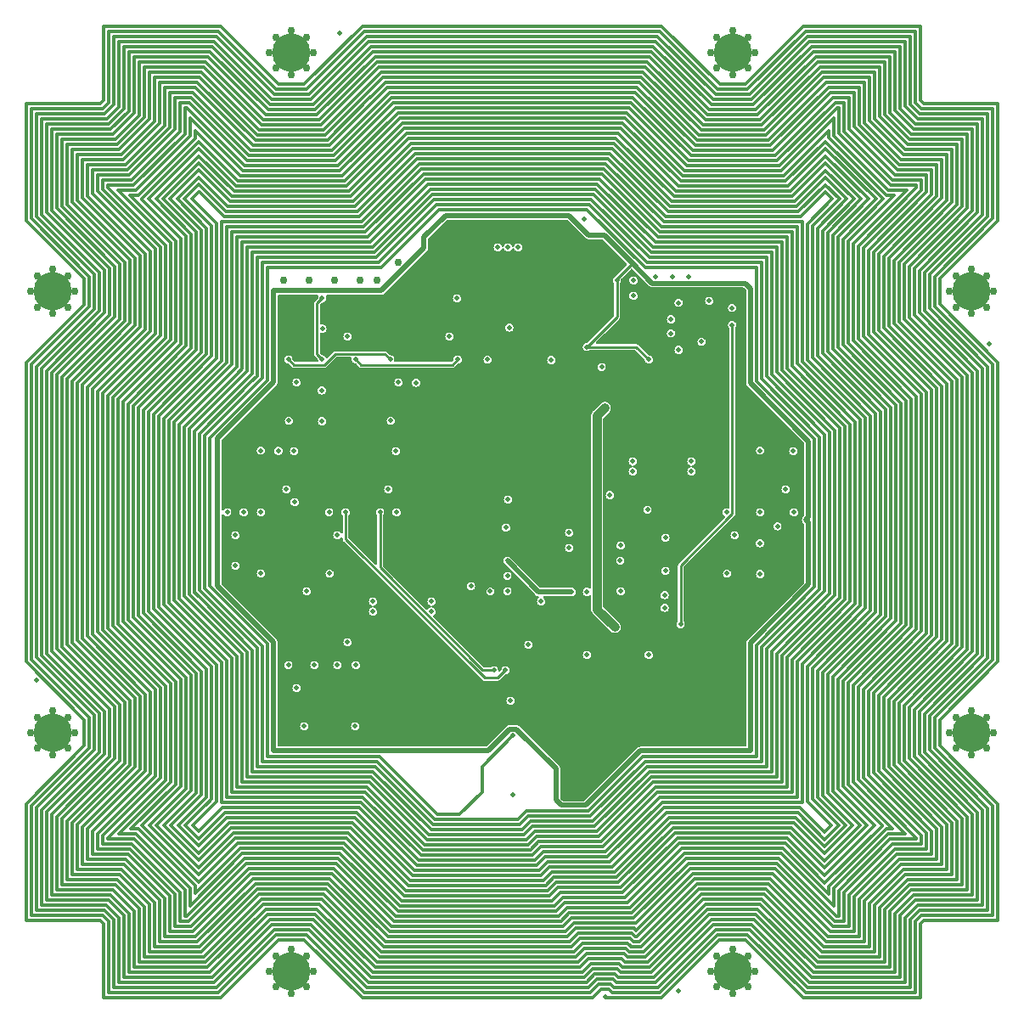
<source format=gbr>
%TF.GenerationSoftware,KiCad,Pcbnew,8.0.5*%
%TF.CreationDate,2025-02-27T20:43:24-05:00*%
%TF.ProjectId,Z+,5a2b2e6b-6963-4616-945f-706362585858,rev?*%
%TF.SameCoordinates,Original*%
%TF.FileFunction,Copper,L2,Inr*%
%TF.FilePolarity,Positive*%
%FSLAX46Y46*%
G04 Gerber Fmt 4.6, Leading zero omitted, Abs format (unit mm)*
G04 Created by KiCad (PCBNEW 8.0.5) date 2025-02-27 20:43:24*
%MOMM*%
%LPD*%
G01*
G04 APERTURE LIST*
%TA.AperFunction,ComponentPad*%
%ADD10C,0.762000*%
%TD*%
%TA.AperFunction,ComponentPad*%
%ADD11C,3.800000*%
%TD*%
%TA.AperFunction,ViaPad*%
%ADD12C,0.508000*%
%TD*%
%TA.AperFunction,ViaPad*%
%ADD13C,0.762000*%
%TD*%
%TA.AperFunction,Conductor*%
%ADD14C,0.508000*%
%TD*%
%TA.AperFunction,Conductor*%
%ADD15C,0.254000*%
%TD*%
%TA.AperFunction,Conductor*%
%ADD16C,0.889000*%
%TD*%
%TA.AperFunction,Conductor*%
%ADD17C,0.360680*%
%TD*%
G04 APERTURE END LIST*
D10*
%TO.N,GND*%
%TO.C,H4*%
X193851074Y-79832061D03*
X194495324Y-78276311D03*
X194495324Y-81387811D03*
X196051074Y-77632061D03*
D11*
X196051074Y-79832061D03*
D10*
X196051074Y-82032061D03*
X197606824Y-78276311D03*
X197606824Y-81387811D03*
X198251074Y-79832061D03*
%TD*%
%TO.N,GND*%
%TO.C,H2*%
X193851074Y-123832061D03*
X194495324Y-122276311D03*
X194495324Y-125387811D03*
X196051074Y-121632061D03*
D11*
X196051074Y-123832061D03*
D10*
X196051074Y-126032061D03*
X197606824Y-122276311D03*
X197606824Y-125387811D03*
X198251074Y-123832061D03*
%TD*%
%TO.N,GND*%
%TO.C,H5*%
X126051074Y-147632061D03*
X126695324Y-146076311D03*
X126695324Y-149187811D03*
X128251074Y-145432061D03*
D11*
X128251074Y-147632061D03*
D10*
X128251074Y-149832061D03*
X129806824Y-146076311D03*
X129806824Y-149187811D03*
X130451074Y-147632061D03*
%TD*%
%TO.N,GND*%
%TO.C,H1*%
X102251074Y-79832061D03*
X102895324Y-78276311D03*
X102895324Y-81387811D03*
X104451074Y-77632061D03*
D11*
X104451074Y-79832061D03*
D10*
X104451074Y-82032061D03*
X106006824Y-78276311D03*
X106006824Y-81387811D03*
X106651074Y-79832061D03*
%TD*%
%TO.N,GND*%
%TO.C,H3*%
X102251074Y-123832061D03*
X102895324Y-122276311D03*
X102895324Y-125387811D03*
X104451074Y-121632061D03*
D11*
X104451074Y-123832061D03*
D10*
X104451074Y-126032061D03*
X106006824Y-122276311D03*
X106006824Y-125387811D03*
X106651074Y-123832061D03*
%TD*%
%TO.N,GND*%
%TO.C,H6*%
X170051074Y-56032061D03*
X170695324Y-54476311D03*
X170695324Y-57587811D03*
X172251074Y-53832061D03*
D11*
X172251074Y-56032061D03*
D10*
X172251074Y-58232061D03*
X173806824Y-54476311D03*
X173806824Y-57587811D03*
X174451074Y-56032061D03*
%TD*%
%TO.N,GND*%
%TO.C,H8*%
X126051074Y-56032061D03*
X126695324Y-54476311D03*
X126695324Y-57587811D03*
X128251074Y-53832061D03*
D11*
X128251074Y-56032061D03*
D10*
X128251074Y-58232061D03*
X129806824Y-54476311D03*
X129806824Y-57587811D03*
X130451074Y-56032061D03*
%TD*%
%TO.N,GND*%
%TO.C,H7*%
X170051074Y-147632061D03*
X170695324Y-146076311D03*
X170695324Y-149187811D03*
X172251074Y-145432061D03*
D11*
X172251074Y-147632061D03*
D10*
X172251074Y-149832061D03*
X173806824Y-146076311D03*
X173806824Y-149187811D03*
X174451074Y-147632061D03*
%TD*%
D12*
%TO.N,GND*%
X149860000Y-100584000D03*
D13*
X127508000Y-78740000D03*
D12*
X165559000Y-107696000D03*
X132080000Y-107963000D03*
X133858000Y-114808000D03*
X172466000Y-104140000D03*
X165559000Y-104394000D03*
X138684000Y-95745000D03*
X147828000Y-86627000D03*
X128778000Y-88900000D03*
X166243000Y-78359000D03*
X144018000Y-84328000D03*
X161049000Y-106680000D03*
X169926000Y-80772000D03*
X155956000Y-105410000D03*
X149655000Y-103378000D03*
X171704000Y-107963000D03*
X148091428Y-109741000D03*
X178308000Y-95745000D03*
X137922000Y-99568000D03*
X127762000Y-99568000D03*
X149797000Y-109728000D03*
X169164000Y-84849000D03*
X164592000Y-78359000D03*
X128778000Y-119380000D03*
X177546000Y-99568000D03*
X149797000Y-108204000D03*
X150114000Y-120650000D03*
X128016000Y-92723000D03*
X160020000Y-100142000D03*
X197866000Y-85090000D03*
X153162000Y-110744000D03*
X128524000Y-95745000D03*
X132842000Y-104140000D03*
X146171500Y-109220000D03*
X122682000Y-107188000D03*
X167894000Y-78359000D03*
X122682000Y-104140000D03*
X144780000Y-80505000D03*
X166878000Y-149606000D03*
X155956000Y-103886000D03*
X102857410Y-118630590D03*
X161099000Y-105156000D03*
X157734000Y-109791000D03*
X172212000Y-81471000D03*
X159195000Y-87376000D03*
X138938000Y-88900000D03*
X133096000Y-54102000D03*
X163764000Y-101600000D03*
X154178000Y-86677000D03*
X151892000Y-115062000D03*
X133857999Y-84328000D03*
X161099000Y-109728000D03*
X138176000Y-92723000D03*
%TO.N,MAIN_3V3*%
X135382000Y-95695000D03*
X169164000Y-82296000D03*
X141478000Y-86614000D03*
X141478000Y-80455000D03*
X141478000Y-92773000D03*
X154178000Y-82042000D03*
X144463000Y-117856000D03*
X145288000Y-122999000D03*
X154178000Y-118301000D03*
X135382000Y-101854000D03*
X135382000Y-108013000D03*
X147965074Y-114999000D03*
%TO.N,PERI_3V3*%
X120904000Y-106172000D03*
X154632403Y-130558601D03*
X157734000Y-85369500D03*
X160719000Y-78740000D03*
X163893000Y-86614000D03*
X141478000Y-74422000D03*
X174028014Y-83312000D03*
X179578000Y-102616000D03*
%TO.N,Net-(D8-K)*%
X136398000Y-110744000D03*
X136398000Y-111760000D03*
%TO.N,Net-(D7-K)*%
X162306000Y-96774000D03*
X162306000Y-97790000D03*
X142240000Y-110744000D03*
X142240000Y-111760000D03*
%TO.N,VSOLAR*%
X165481000Y-110109000D03*
X165481000Y-111379000D03*
%TO.N,/Solar Charger/Charge OR-ing2/IN*%
X149797000Y-106680000D03*
X156210000Y-109791000D03*
%TO.N,VBATT*%
X160502500Y-113284000D03*
X159512000Y-91440000D03*
D13*
X138938000Y-76962000D03*
D12*
%TO.N,SDA*%
X138747000Y-101854000D03*
X138113000Y-86614000D03*
X127953000Y-86614000D03*
X166116000Y-82613000D03*
X128587000Y-100838000D03*
X127953000Y-117094000D03*
X171641000Y-101854000D03*
%TO.N,SCL*%
X132017000Y-101854000D03*
X134683000Y-117094000D03*
X178371000Y-101854000D03*
X166116000Y-84011000D03*
X121857000Y-101854000D03*
X144843000Y-86614000D03*
X134682999Y-86614000D03*
%TO.N,Net-(D6-K)*%
X168148000Y-97790000D03*
X168148000Y-96774000D03*
%TO.N,COIL_DRIVER_EN*%
X172212000Y-83185000D03*
X167069000Y-113030000D03*
%TO.N,/Sun Pyramid/LS0_SCL*%
X131349500Y-83534500D03*
%TO.N,/Sun Pyramid/LS0_SDA*%
X131286500Y-89693500D03*
%TO.N,/Sun Pyramid/LS1_SCL*%
X123507000Y-101854000D03*
%TO.N,SDA_SPWR*%
X149987000Y-83439000D03*
X140684500Y-88931500D03*
%TO.N,/Coil Driver/SCL_M*%
X133667000Y-101854000D03*
X149606000Y-117602000D03*
%TO.N,/Coil Driver/SDA_M*%
X137097000Y-101854000D03*
X148463000Y-117602000D03*
%TO.N,/Sun Pyramid/LS1_SDA*%
X126968500Y-95726500D03*
%TO.N,/Sun Pyramid/LS2_SCL*%
X132842000Y-117094000D03*
%TO.N,/Sun Pyramid/LS2_SDA*%
X129540000Y-123190000D03*
%TO.N,/Sun Pyramid/LS3_SCL*%
X176721000Y-103251000D03*
%TO.N,/Sun Pyramid/LS3_SDA*%
X174974500Y-104933500D03*
%TO.N,/Sun Pyramid/LS0_3V3*%
X131318000Y-92773000D03*
X131318000Y-80518000D03*
X131318000Y-86614000D03*
%TO.N,/Sun Pyramid/LS1_3V3*%
X125222000Y-95695000D03*
X125222000Y-107950000D03*
X125222000Y-101854000D03*
%TO.N,/Coil Driver/coil*%
X150367998Y-124129800D03*
X150380699Y-130022600D03*
X159565941Y-150151342D03*
%TO.N,/Sun Pyramid/LS2_3V3*%
X129794000Y-109728000D03*
X134620000Y-123190000D03*
X130556000Y-117094000D03*
%TO.N,/Sun Pyramid/LS3_3V3*%
X175006000Y-95695000D03*
X175006000Y-101854000D03*
X175006000Y-108013000D03*
%TO.N,Net-(Q8-D)*%
X157734000Y-116078000D03*
X163893000Y-116078000D03*
D13*
%TO.N,GNDREF*%
X130048000Y-78740000D03*
D12*
X157480000Y-72644000D03*
%TO.N,USB_5V*%
X148844000Y-75438000D03*
%TO.N,/Interfaces/USB-C/D_CONN-*%
X150876000Y-75438000D03*
%TO.N,/Interfaces/USB-C/D_CONN+*%
X149860000Y-75438000D03*
D13*
%TO.N,/Interfaces/RBF/SYS*%
X132588000Y-78740000D03*
%TO.N,/Interfaces/RBF/BATT*%
X136773183Y-78740000D03*
%TO.N,/Interfaces/RBF/VSYS*%
X135128000Y-78740000D03*
D12*
%TO.N,/I2C Translator/SDAOUT*%
X166878000Y-80963000D03*
X162369000Y-80264000D03*
%TO.N,/I2C Translator/SCLOUT*%
X162369000Y-78740000D03*
X166878000Y-85661000D03*
%TD*%
D14*
%TO.N,PERI_3V3*%
X150711283Y-123474480D02*
X154632403Y-127395600D01*
X157630143Y-131066601D02*
X163065743Y-125631001D01*
X155956000Y-72260521D02*
X157914169Y-74218690D01*
X179819214Y-94779793D02*
X179819214Y-102374786D01*
D15*
X160719000Y-78740000D02*
X160719000Y-82384500D01*
D14*
X143639479Y-72260521D02*
X155956000Y-72260521D01*
X120904000Y-109200195D02*
X120904000Y-106172000D01*
X173499694Y-79014320D02*
X174028014Y-79542640D01*
X147868192Y-125631001D02*
X150024713Y-123474480D01*
X126448734Y-125631001D02*
X126448734Y-114744929D01*
D15*
X157734000Y-85369500D02*
X162648500Y-85369500D01*
D14*
X137250368Y-79756000D02*
X141478000Y-75528368D01*
X126492000Y-79756000D02*
X137250368Y-79756000D01*
X157914169Y-74218690D02*
X159461311Y-74218690D01*
X144526000Y-125631001D02*
X126448734Y-125631001D01*
X174028014Y-79542640D02*
X174028014Y-83312000D01*
X164256941Y-79014320D02*
X173499694Y-79014320D01*
D15*
X160719000Y-82384500D02*
X157734000Y-85369500D01*
D14*
X126448734Y-114744929D02*
X120904000Y-109200195D01*
X120904000Y-94457127D02*
X126448734Y-88912393D01*
X147868192Y-125631001D02*
X144526000Y-125631001D01*
X141478000Y-75528368D02*
X141478000Y-74422000D01*
X155140403Y-131066601D02*
X157630143Y-131066601D01*
X141478000Y-74422000D02*
X143639479Y-72260521D01*
X120904000Y-106172000D02*
X120904000Y-94457127D01*
D15*
X162648500Y-85369500D02*
X163893000Y-86614000D01*
D14*
X179819214Y-102374786D02*
X179578000Y-102616000D01*
X162255311Y-77012689D02*
X164256941Y-79014320D01*
X159461311Y-74218690D02*
X162255311Y-77012689D01*
X154632403Y-130558601D02*
X154632403Y-127395600D01*
X126448734Y-88912393D02*
X126448734Y-79799266D01*
X163065743Y-125631001D02*
X174028014Y-125631001D01*
X174028014Y-125631001D02*
X174028014Y-114846529D01*
D15*
X160719000Y-78549000D02*
X162255311Y-77012689D01*
D14*
X174028014Y-83312000D02*
X174028014Y-88988593D01*
X179819214Y-102857214D02*
X179578000Y-102616000D01*
D15*
X160719000Y-78740000D02*
X160719000Y-78549000D01*
D14*
X154632403Y-130558601D02*
X155140403Y-131066601D01*
X174028014Y-114846529D02*
X179819214Y-109055329D01*
X150024713Y-123474480D02*
X150711283Y-123474480D01*
X174028014Y-88988593D02*
X179819214Y-94779793D01*
X179819214Y-109055329D02*
X179819214Y-102857214D01*
X126448734Y-79799266D02*
X126492000Y-79756000D01*
%TO.N,/Solar Charger/Charge OR-ing2/IN*%
X152908000Y-109791000D02*
X149797000Y-106680000D01*
X156210000Y-109791000D02*
X152908000Y-109791000D01*
D16*
%TO.N,VBATT*%
X158750000Y-92202000D02*
X159512000Y-91440000D01*
X158750000Y-111531500D02*
X158750000Y-92202000D01*
X160502500Y-113284000D02*
X158750000Y-111531500D01*
D15*
%TO.N,SDA*%
X138113000Y-86614000D02*
X137582000Y-86083000D01*
X132611000Y-86083000D02*
X131549000Y-87145000D01*
X128484000Y-87145000D02*
X127953000Y-86614000D01*
X131549000Y-87145000D02*
X128484000Y-87145000D01*
X137582000Y-86083000D02*
X132611000Y-86083000D01*
%TO.N,SCL*%
X144312000Y-87145000D02*
X144843000Y-86614000D01*
X135213999Y-87145000D02*
X144312000Y-87145000D01*
X134682999Y-86614000D02*
X135213999Y-87145000D01*
%TO.N,COIL_DRIVER_EN*%
X172212000Y-102033948D02*
X172212000Y-83185000D01*
X167069000Y-107176948D02*
X172212000Y-102033948D01*
X167069000Y-113030000D02*
X167069000Y-107176948D01*
%TO.N,/Coil Driver/SCL_M*%
X149575945Y-117602000D02*
X148813945Y-118364000D01*
X147525500Y-118364000D02*
X133667000Y-104505500D01*
X133667000Y-104505500D02*
X133667000Y-101854000D01*
X148813945Y-118364000D02*
X147525500Y-118364000D01*
X149606000Y-117602000D02*
X149575945Y-117602000D01*
%TO.N,/Coil Driver/SDA_M*%
X137097000Y-107367948D02*
X137097000Y-101854000D01*
X147331052Y-117602000D02*
X137097000Y-107367948D01*
X148463000Y-117602000D02*
X147331052Y-117602000D01*
%TO.N,/Sun Pyramid/LS0_3V3*%
X130821180Y-86117180D02*
X130821180Y-81014820D01*
X130821180Y-81014820D02*
X131318000Y-80518000D01*
X131318000Y-86614000D02*
X130821180Y-86117180D01*
D17*
%TO.N,/Coil Driver/coil*%
X184896674Y-59486861D02*
X181823274Y-59486861D01*
X191373674Y-77952661D02*
X197164874Y-72161461D01*
X159903074Y-149428261D02*
X160233274Y-149758461D01*
X126730674Y-143992661D02*
X129778674Y-143992661D01*
X109814274Y-141046261D02*
X111033474Y-142265461D01*
X185404674Y-63017461D02*
X185404674Y-58978861D01*
X181518474Y-69189661D02*
X178826074Y-71882061D01*
X118882074Y-58978861D02*
X115097474Y-58978861D01*
X119720274Y-56946861D02*
X113065474Y-56946861D01*
X124851074Y-115392261D02*
X124851074Y-127228661D01*
X166964274Y-134848661D02*
X177479874Y-134848661D01*
X104861274Y-115468461D02*
X110627074Y-121234261D01*
X183245674Y-129209861D02*
X183245674Y-118668861D01*
X194116874Y-137998261D02*
X194116874Y-132816661D01*
X181340674Y-145186461D02*
X185912674Y-145186461D01*
X176463874Y-66294061D02*
X168107274Y-66294061D01*
X116723074Y-118745061D02*
X116723074Y-128981261D01*
X115605474Y-59486861D02*
X115605474Y-63271461D01*
X194624874Y-138506261D02*
X194624874Y-132613461D01*
X132674274Y-66776661D02*
X123809674Y-66776661D01*
X119009074Y-136575861D02*
X122260274Y-133324661D01*
X120964874Y-149758461D02*
X126730674Y-143992661D01*
X174762074Y-141452661D02*
X180527874Y-147218461D01*
X163154274Y-145186461D02*
X168920074Y-139420661D01*
X135544474Y-149758461D02*
X158074274Y-149758461D01*
X162620874Y-143535461D02*
X168259674Y-137896661D01*
X113065474Y-56946861D02*
X113065474Y-62255461D01*
X152283074Y-136042461D02*
X153121274Y-135204261D01*
X122819074Y-87325261D02*
X117053274Y-93091061D01*
X123835074Y-128244661D02*
X136204874Y-128244661D01*
X193100874Y-66675061D02*
X189062274Y-66675061D01*
X132699674Y-136880661D02*
X138465474Y-142646461D01*
X180908874Y-109499461D02*
X180908874Y-94335661D01*
X142097674Y-69646861D02*
X141691274Y-70053261D01*
X188960674Y-142062261D02*
X190484674Y-140538261D01*
X124444674Y-65252661D02*
X118678874Y-59486861D01*
X118882074Y-144678461D02*
X124647874Y-138912661D01*
X190484674Y-142671861D02*
X191094274Y-142062261D01*
X158912474Y-148920261D02*
X160106274Y-148920261D01*
X184388674Y-63423861D02*
X184388674Y-59994861D01*
X161757274Y-140792261D02*
X167192874Y-135356661D01*
X137017674Y-146202461D02*
X156626474Y-146202461D01*
X159115674Y-149428261D02*
X159903074Y-149428261D01*
X104353274Y-140030261D02*
X110246074Y-140030261D01*
X154442074Y-138252261D02*
X160665074Y-138252261D01*
X111973274Y-91033661D02*
X111973274Y-112547461D01*
X121803074Y-86918861D02*
X116037274Y-92684661D01*
X186293674Y-75920661D02*
X192084874Y-70129461D01*
X180121474Y-148234461D02*
X188960674Y-148234461D01*
X116723074Y-74777661D02*
X116723074Y-84836061D01*
X182356674Y-139344461D02*
X187766874Y-133934261D01*
X136331874Y-75412661D02*
X123835074Y-75412661D01*
X110017474Y-142671861D02*
X110017474Y-149758461D01*
X168716874Y-138912661D02*
X175803474Y-138912661D01*
X140116474Y-138582461D02*
X153375274Y-138582461D01*
X167192874Y-135356661D02*
X177276674Y-135356661D01*
X140370474Y-65582861D02*
X134604674Y-71348661D01*
X117815274Y-142138461D02*
X123581074Y-136372661D01*
X184896674Y-63220661D02*
X184896674Y-59486861D01*
X175117674Y-88544461D02*
X175117674Y-76962061D01*
X175574874Y-64262061D02*
X168920074Y-64262061D01*
X112989274Y-112141061D02*
X118755074Y-117906861D01*
X115605474Y-63271461D02*
X111693874Y-67183061D01*
X101812414Y-116763001D02*
X107579074Y-122529661D01*
X192592874Y-67183061D02*
X188859074Y-67183061D01*
X195640874Y-139522261D02*
X195640874Y-132181661D01*
X125689274Y-62204661D02*
X119923474Y-56438861D01*
X176133674Y-127736661D02*
X176133674Y-115722461D01*
X196656874Y-115925661D02*
X196656874Y-87731661D01*
X118653474Y-63779461D02*
X118653474Y-64541461D01*
X110119074Y-121462861D02*
X110119074Y-126187261D01*
X187766874Y-133934261D02*
X189443274Y-133934261D01*
X186928674Y-57454861D02*
X180959674Y-57454861D01*
X170748874Y-143992661D02*
X173746074Y-143992661D01*
X108087074Y-81356261D02*
X102321274Y-87122061D01*
X109433274Y-113588861D02*
X115199074Y-119354661D01*
X160614274Y-64566861D02*
X139964074Y-64566861D01*
X114030674Y-70612061D02*
X117739074Y-74320461D01*
X140167274Y-65074861D02*
X134401474Y-70840661D01*
X135595274Y-129768661D02*
X141361074Y-135534461D01*
X104861274Y-139522261D02*
X110474674Y-139522261D01*
X180553274Y-56438861D02*
X174762074Y-62230061D01*
X170952074Y-144500661D02*
X173542874Y-144500661D01*
X182940874Y-93472061D02*
X177149674Y-87680861D01*
X111135074Y-126644461D02*
X105369274Y-132410261D01*
X198180874Y-61595061D02*
X191094274Y-61595061D01*
X106893274Y-88950861D02*
X106893274Y-114630261D01*
X192084874Y-67691061D02*
X188655874Y-67691061D01*
X198689734Y-116763001D02*
X198689734Y-86894321D01*
X157464674Y-145364261D02*
X161604874Y-145364261D01*
X189036874Y-112877661D02*
X189036874Y-90957461D01*
X187563674Y-133426261D02*
X188198674Y-133426261D01*
X190865674Y-125984061D02*
X190865674Y-121716861D01*
X161985874Y-141300261D02*
X167421474Y-135864661D01*
X196148874Y-140030261D02*
X196148874Y-131978461D01*
X190989734Y-53393401D02*
X179306134Y-53393401D01*
X183245674Y-118668861D02*
X189036874Y-112877661D01*
X177149674Y-128752661D02*
X177149674Y-116128861D01*
X108595074Y-81559461D02*
X102829274Y-87325261D01*
X108417274Y-67691061D02*
X108417274Y-70078661D01*
X160233274Y-149758461D02*
X164983074Y-149758461D01*
X169529674Y-140944661D02*
X174965274Y-140944661D01*
X184896674Y-140411261D02*
X188833674Y-136474261D01*
X180731074Y-146710461D02*
X187436674Y-146710461D01*
X175574874Y-139420661D02*
X181340674Y-145186461D01*
X188325674Y-120700861D02*
X194116874Y-114909661D01*
X179181674Y-116967061D02*
X184972874Y-111175861D01*
X147261567Y-127236231D02*
X150367998Y-124129800D01*
X192389674Y-81305461D02*
X192389674Y-78359061D01*
X122311074Y-116408261D02*
X122311074Y-129768661D01*
X118018474Y-142646461D02*
X123784274Y-136880661D01*
X139735474Y-64058861D02*
X133969674Y-69824661D01*
X182356674Y-64287461D02*
X182356674Y-62560261D01*
X110449274Y-113182461D02*
X116215074Y-118948261D01*
X133537874Y-68808661D02*
X122946074Y-68808661D01*
X107909274Y-89357261D02*
X107909274Y-114223861D01*
X176235274Y-137896661D02*
X182001074Y-143662461D01*
X117053274Y-93091061D02*
X117053274Y-110439261D01*
X121828474Y-132308661D02*
X134579274Y-132308661D01*
X190052874Y-90525661D02*
X184261674Y-84734461D01*
X185404674Y-58978861D02*
X181594674Y-58978861D01*
X194116874Y-132816661D02*
X188325674Y-127025461D01*
X109407874Y-61595061D02*
X102321274Y-61595061D01*
X181442274Y-133756461D02*
X182102674Y-133096061D01*
X115529274Y-92481461D02*
X115529274Y-111074261D01*
X195640874Y-132181661D02*
X189849674Y-126390461D01*
X163763874Y-146710461D02*
X169529674Y-140944661D01*
X125359074Y-88468261D02*
X119593274Y-94234061D01*
X181366074Y-58470861D02*
X175574874Y-64262061D01*
X103845274Y-140538261D02*
X110017474Y-140538261D01*
X112659074Y-76504861D02*
X112659074Y-83185061D01*
X185988874Y-92227461D02*
X180197674Y-86436261D01*
X188376474Y-70231061D02*
X187589074Y-70231061D01*
X182356674Y-141147861D02*
X182356674Y-139344461D01*
X197672874Y-131343461D02*
X191881674Y-125552261D01*
X183753674Y-128981261D02*
X183753674Y-118872061D01*
X111541474Y-55422861D02*
X111541474Y-61620461D01*
X178622874Y-71374061D02*
X165999074Y-71374061D01*
X138668674Y-142138461D02*
X154899274Y-142138461D01*
X168488274Y-138404661D02*
X176006674Y-138404661D01*
X160639674Y-148742461D02*
X164576674Y-148742461D01*
X138033674Y-59994861D02*
X132267874Y-65760661D01*
X123835074Y-87782461D02*
X118069274Y-93548261D01*
X153807074Y-139598461D02*
X154645274Y-138760261D01*
X115199074Y-84226461D02*
X109433274Y-89992261D01*
X191318559Y-61093401D02*
X190989734Y-60764576D01*
X115097474Y-144678461D02*
X118882074Y-144678461D01*
X111643074Y-76911261D02*
X111643074Y-82778661D01*
X118145474Y-141071661D02*
X123352474Y-135864661D01*
X157947274Y-71170861D02*
X142732674Y-71170861D01*
X183245674Y-74625261D02*
X187258874Y-70612061D01*
X141005474Y-67106861D02*
X135239674Y-72872661D01*
X180400874Y-94538861D02*
X174609674Y-88747661D01*
X124851074Y-127228661D02*
X136611274Y-127228661D01*
X109941274Y-134442261D02*
X112557474Y-134442261D01*
X191881674Y-122148661D02*
X197672874Y-116357461D01*
X121803074Y-130276661D02*
X135392074Y-130276661D01*
X197164874Y-72161461D02*
X197164874Y-62611061D01*
X117637474Y-142138461D02*
X117815274Y-142138461D01*
X121295074Y-116840061D02*
X121295074Y-130784661D01*
X182229674Y-129641661D02*
X182229674Y-118237061D01*
X188630474Y-135966261D02*
X192084874Y-135966261D01*
X162595474Y-142824261D02*
X168031074Y-137388661D01*
X118755074Y-129819461D02*
X115503874Y-133070661D01*
X123809674Y-66776661D02*
X118043874Y-61010861D01*
X185912674Y-58470861D02*
X181366074Y-58470861D01*
X141157874Y-136042461D02*
X152283074Y-136042461D01*
X164983074Y-149758461D02*
X170748874Y-143992661D01*
X185785674Y-84099461D02*
X185785674Y-75717461D01*
X137195474Y-57962861D02*
X131429674Y-63728661D01*
X122260274Y-133324661D02*
X134147474Y-133324661D01*
X194624874Y-65151061D02*
X189671874Y-65151061D01*
X188833674Y-76936661D02*
X194624874Y-71145461D01*
X164348074Y-128752661D02*
X177149674Y-128752661D01*
X112354274Y-134950261D02*
X117129474Y-139725461D01*
X124343074Y-88011061D02*
X118577274Y-93776861D01*
X184972874Y-92633861D02*
X179181674Y-86842661D01*
X186928674Y-146202461D02*
X186928674Y-141249461D01*
X157261474Y-144856261D02*
X161808074Y-144856261D01*
X116723074Y-84836061D02*
X110957274Y-90601861D01*
X155356474Y-143154461D02*
X156194674Y-142316261D01*
X181848674Y-139928661D02*
X181848674Y-139141261D01*
X113497274Y-111937861D02*
X119263074Y-117703661D01*
X115199074Y-75412661D02*
X115199074Y-84226461D01*
X114005274Y-111734661D02*
X119771074Y-117500461D01*
X110627074Y-126415861D02*
X104861274Y-132181661D01*
X150835274Y-132486461D02*
X151673474Y-131648261D01*
X110017474Y-140538261D02*
X111541474Y-142062261D01*
X164144874Y-75946061D02*
X158353674Y-70154861D01*
X176641674Y-87884061D02*
X176641674Y-75438061D01*
X170139274Y-142468661D02*
X174355674Y-142468661D01*
X166634074Y-69850061D02*
X160842874Y-64058861D01*
X189671874Y-65151061D02*
X186928674Y-62407861D01*
X103337274Y-116128861D02*
X109103074Y-121894661D01*
X114183074Y-83820061D02*
X108417274Y-89585861D01*
X121803074Y-73380661D02*
X121803074Y-86918861D01*
X157261474Y-147726461D02*
X158099674Y-146888261D01*
X107401274Y-66675061D02*
X107401274Y-70510461D01*
X180934274Y-146202461D02*
X186928674Y-146202461D01*
X119085274Y-109626461D02*
X124851074Y-115392261D01*
X113573474Y-141198661D02*
X113573474Y-146202461D01*
X164373474Y-148234461D02*
X170139274Y-142468661D01*
X118577274Y-93776861D02*
X118577274Y-109829661D01*
X158353674Y-70154861D02*
X142300874Y-70154861D01*
X190560874Y-134442261D02*
X190560874Y-134315261D01*
X119694874Y-146710461D02*
X125460674Y-140944661D01*
X182178874Y-70612061D02*
X182178874Y-70586661D01*
X185811074Y-70612061D02*
X181518474Y-66319461D01*
X156829674Y-143840261D02*
X162214474Y-143840261D01*
X132877474Y-67284661D02*
X123606474Y-67284661D01*
X194624874Y-115112861D02*
X194624874Y-88620661D01*
X158273214Y-150270721D02*
X159115674Y-149428261D01*
X181213674Y-130073461D02*
X181213674Y-117830661D01*
X180705674Y-73558461D02*
X183652074Y-70612061D01*
X181442274Y-134467661D02*
X182813874Y-133096061D01*
X134198274Y-70332661D02*
X122336474Y-70332661D01*
X120787074Y-54406861D02*
X110525474Y-54406861D01*
X108925274Y-69850061D02*
X114691074Y-75615861D01*
X110119074Y-77520861D02*
X110119074Y-82169061D01*
X120787074Y-121767661D02*
X120787074Y-121691461D01*
X163535274Y-77470061D02*
X157744074Y-71678861D01*
X185480874Y-92430661D02*
X179689674Y-86639461D01*
X113497274Y-91643261D02*
X113497274Y-111937861D01*
X190560874Y-90322461D02*
X184769674Y-84531261D01*
X117053274Y-110439261D02*
X122819074Y-116205061D01*
X114691074Y-84023261D02*
X108925274Y-89789061D01*
X118577274Y-109829661D02*
X119059874Y-110312261D01*
X122819074Y-116205061D02*
X122819074Y-129260661D01*
X187944674Y-62001461D02*
X187944674Y-56438861D01*
X110957274Y-90601861D02*
X110957274Y-112979261D01*
X187589074Y-70231061D02*
X181848674Y-64490661D01*
X182864674Y-61518861D02*
X182686874Y-61518861D01*
X182356674Y-62560261D02*
X177098874Y-67818061D01*
X113167074Y-120192861D02*
X113167074Y-127457261D01*
X103337274Y-87528461D02*
X103337274Y-116128861D01*
X156194674Y-142316261D02*
X162392274Y-142316261D01*
X163738474Y-56946861D02*
X136789074Y-56946861D01*
X167624674Y-136372661D02*
X176870274Y-136372661D01*
X119009074Y-137287061D02*
X122463474Y-133832661D01*
X113573474Y-57454861D02*
X113573474Y-62458661D01*
X187817674Y-83261261D02*
X187817674Y-76530261D01*
X110246074Y-63627061D02*
X104353274Y-63627061D01*
X185277674Y-84302661D02*
X185277674Y-75488861D01*
X190484674Y-140538261D02*
X196656874Y-140538261D01*
X181213674Y-117830661D02*
X187004874Y-112039461D01*
X163941674Y-127736661D02*
X176133674Y-127736661D01*
X191373674Y-121945461D02*
X197164874Y-116154261D01*
X119085274Y-145186461D02*
X124851074Y-139420661D01*
X124851074Y-76428661D02*
X124851074Y-88239661D01*
X112278074Y-133426261D02*
X112989274Y-133426261D01*
X136535074Y-75920661D02*
X124343074Y-75920661D01*
X119034474Y-66319461D02*
X114741874Y-70612061D01*
X125257474Y-140436661D02*
X131251874Y-140436661D01*
X193608874Y-114706461D02*
X193608874Y-89052461D01*
X161071474Y-147726461D02*
X164170274Y-147726461D01*
X118247074Y-85471061D02*
X112481274Y-91236861D01*
X185785674Y-119684861D02*
X191576874Y-113893661D01*
X141970674Y-134010461D02*
X151470274Y-134010461D01*
X185785674Y-128066861D02*
X185785674Y-119684861D01*
X126756074Y-59664661D02*
X120990274Y-53898861D01*
X184388674Y-140208061D02*
X188630474Y-135966261D01*
X110627074Y-121234261D02*
X110627074Y-126415861D01*
X102321274Y-87122061D02*
X102321274Y-116560661D01*
X118247074Y-143154461D02*
X124012874Y-137388661D01*
X190078274Y-64135061D02*
X187944674Y-62001461D01*
X186420674Y-57962861D02*
X181162874Y-57962861D01*
X134579274Y-132308661D02*
X140345074Y-138074461D01*
X112049474Y-55930861D02*
X112049474Y-61823661D01*
X182026474Y-59994861D02*
X176235274Y-65786061D01*
X125917874Y-61696661D02*
X120152074Y-55930861D01*
X152511674Y-136550461D02*
X153349874Y-135712261D01*
X162722474Y-59486861D02*
X137830474Y-59486861D01*
X169529674Y-62738061D02*
X163738474Y-56946861D01*
X131226474Y-63220661D02*
X125257474Y-63220661D01*
X114081474Y-140970061D02*
X114081474Y-145694461D01*
X112557474Y-56438861D02*
X112557474Y-62052261D01*
X126324274Y-60680661D02*
X120558474Y-54914861D01*
X124851074Y-64236661D02*
X119085274Y-58470861D01*
X132293274Y-137896661D02*
X138059074Y-143662461D01*
X123034974Y-87845961D02*
X117561274Y-93319661D01*
X107909274Y-114223861D02*
X113675074Y-119989661D01*
X135392074Y-130276661D02*
X141157874Y-136042461D01*
X135950874Y-54914861D02*
X130185074Y-60680661D01*
X182940874Y-110337661D02*
X182940874Y-93472061D01*
X126121074Y-61188661D02*
X120355274Y-55422861D01*
X158912474Y-134188261D02*
X164348074Y-128752661D01*
X140573674Y-66090861D02*
X134807874Y-71856661D01*
X117739074Y-74320461D02*
X117739074Y-85267861D01*
X117739074Y-85267861D02*
X111973274Y-91033661D01*
X117586674Y-70612061D02*
X120279074Y-73304461D01*
X136992274Y-57454861D02*
X131226474Y-63220661D01*
X109103074Y-121894661D02*
X109103074Y-125755461D01*
X189468674Y-142265461D02*
X190687874Y-141046261D01*
X177657674Y-74422061D02*
X164779874Y-74422061D01*
X108417274Y-70078661D02*
X114183074Y-75844461D01*
X107401274Y-89154061D02*
X107401274Y-114427061D01*
X181442274Y-137337861D02*
X185684074Y-133096061D01*
X122311074Y-87122061D02*
X116545274Y-92887861D01*
X192897674Y-81102261D02*
X192897674Y-78562261D01*
X193608874Y-89052461D02*
X187817674Y-83261261D01*
X187004874Y-91795661D02*
X181213674Y-86004461D01*
X181162874Y-57962861D02*
X175371674Y-63754061D01*
X142808874Y-131978461D02*
X145018674Y-131978461D01*
X178673674Y-130276661D02*
X178673674Y-116738461D01*
X191373674Y-125780861D02*
X191373674Y-121945461D01*
X119034474Y-67741861D02*
X116164274Y-70612061D01*
X118653474Y-64541461D02*
X112963874Y-70231061D01*
X109103074Y-125755461D02*
X103337274Y-131521261D01*
X130185074Y-60680661D02*
X126324274Y-60680661D01*
X119009074Y-135128061D02*
X121828474Y-132308661D01*
X137220874Y-145694461D02*
X156423274Y-145694461D01*
X113675074Y-76073061D02*
X113675074Y-83591461D01*
X184388674Y-143662461D02*
X184388674Y-140208061D01*
X137424074Y-58470861D02*
X131658274Y-64236661D01*
X177987874Y-69850061D02*
X166634074Y-69850061D01*
X165440274Y-131292661D02*
X178978474Y-131292661D01*
X141792874Y-69951661D02*
X136331874Y-75412661D01*
X136204874Y-128244661D02*
X141970674Y-134010461D01*
X109512414Y-150270721D02*
X121189214Y-150270721D01*
X189341674Y-126593661D02*
X189341674Y-121107261D01*
X111541474Y-148234461D02*
X120329874Y-148234461D01*
X176641674Y-128244661D02*
X176641674Y-115925661D01*
X188325674Y-127025461D02*
X188325674Y-120700861D01*
X187131874Y-133096061D02*
X183245674Y-129209861D01*
X175168474Y-63246061D02*
X169326474Y-63246061D01*
X187131874Y-133121461D02*
X187131874Y-133096061D01*
X107934674Y-136474261D02*
X111744674Y-136474261D01*
X119085274Y-58470861D02*
X114589474Y-58470861D01*
X123352474Y-135864661D02*
X133106074Y-135864661D01*
X195132874Y-88392061D02*
X189341674Y-82600861D01*
X102829274Y-116332061D02*
X108595074Y-122097861D01*
X110017474Y-60985461D02*
X109407874Y-61595061D01*
X112100274Y-68199061D02*
X108925274Y-68199061D01*
X162519274Y-59994861D02*
X138033674Y-59994861D01*
X139481474Y-140106461D02*
X154010274Y-140106461D01*
X157464674Y-148234461D02*
X158302874Y-147396261D01*
X187817674Y-76530261D02*
X193608874Y-70739061D01*
X192897674Y-125120461D02*
X192897674Y-122555061D01*
X186420674Y-133096061D02*
X182737674Y-129413061D01*
X177657674Y-116332061D02*
X183448874Y-110540861D01*
X191576874Y-68199061D02*
X188452674Y-68199061D01*
X112328874Y-68707061D02*
X109433274Y-68707061D01*
X191576874Y-133858061D02*
X185785674Y-128066861D01*
X129778674Y-143992661D02*
X135544474Y-149758461D01*
X104353274Y-71755061D02*
X110119074Y-77520861D01*
X113065474Y-62255461D02*
X110677874Y-64643061D01*
X162112874Y-61010861D02*
X138440074Y-61010861D01*
X181924874Y-93903861D02*
X176133674Y-88112661D01*
X186801674Y-76123861D02*
X192592874Y-70332661D01*
X109433274Y-134112061D02*
X109433274Y-134950261D01*
X157871074Y-149250461D02*
X158709274Y-148412261D01*
X154899274Y-142138461D02*
X155737474Y-141300261D01*
X175625674Y-115493861D02*
X181416874Y-109702661D01*
X154645274Y-138760261D02*
X160868274Y-138760261D01*
X109941274Y-69215061D02*
X109941274Y-69443661D01*
X162112874Y-145161061D02*
X161998574Y-145046761D01*
X181518474Y-67056061D02*
X178216474Y-70358061D01*
X175168474Y-140436661D02*
X180934274Y-146202461D01*
X135773074Y-149250461D02*
X157871074Y-149250461D01*
X152308474Y-133172261D02*
X158506074Y-133172261D01*
X123403274Y-67792661D02*
X118145474Y-62534861D01*
X121599874Y-131800661D02*
X134782474Y-131800661D01*
X133309274Y-135356661D02*
X139075074Y-141122461D01*
X181721674Y-85801261D02*
X181721674Y-73964861D01*
X164983074Y-130276661D02*
X178673674Y-130276661D01*
X178673674Y-87045861D02*
X178673674Y-73406061D01*
X111744674Y-136474261D02*
X115605474Y-140335061D01*
X192592874Y-136474261D02*
X192592874Y-133426261D01*
X125663874Y-141452661D02*
X130820074Y-141452661D01*
X140345074Y-138074461D02*
X153146674Y-138074461D01*
X119923474Y-56438861D02*
X112557474Y-56438861D01*
X136611274Y-127228661D02*
X142377074Y-132994461D01*
X107909274Y-67183061D02*
X107909274Y-70307261D01*
X120355274Y-55422861D02*
X111541474Y-55422861D01*
X176133674Y-115722461D02*
X181924874Y-109931261D01*
X166405474Y-70358061D02*
X160614274Y-64566861D01*
X158988674Y-68630861D02*
X141640474Y-68630861D01*
X138440074Y-61010861D02*
X132674274Y-66776661D01*
X173542874Y-144500661D02*
X179312934Y-150270721D01*
X141361074Y-135534461D02*
X152079874Y-135534461D01*
X116164274Y-70612061D02*
X119263074Y-73710861D01*
X151267074Y-133502461D02*
X152105274Y-132664261D01*
X136408074Y-127736661D02*
X142173874Y-133502461D01*
X123327074Y-87553861D02*
X122869874Y-88011061D01*
X141869074Y-69138861D02*
X136103274Y-74904661D01*
X186801674Y-120091261D02*
X192592874Y-114300061D01*
X190052874Y-113284061D02*
X190052874Y-90525661D01*
X186293674Y-119888061D02*
X192084874Y-114096861D01*
X126095674Y-142468661D02*
X130413674Y-142468661D01*
X188833674Y-136474261D02*
X192592874Y-136474261D01*
X182178874Y-70586661D02*
X181518474Y-69926261D01*
X179715074Y-54406861D02*
X173923874Y-60198061D01*
X115707074Y-119151461D02*
X115707074Y-128549461D01*
X181924874Y-109931261D02*
X181924874Y-93903861D01*
X134985674Y-131292661D02*
X140751474Y-137058461D01*
X119771074Y-117500461D02*
X119771074Y-130251261D01*
X110627074Y-77317661D02*
X110627074Y-82372261D01*
X153984874Y-137236261D02*
X160233274Y-137236261D01*
X174762074Y-62230061D02*
X169732874Y-62230061D01*
X123174674Y-68300661D02*
X118653474Y-63779461D01*
X155788274Y-144170461D02*
X156626474Y-143332261D01*
X158302874Y-147396261D02*
X160741274Y-147396261D01*
X142580274Y-132486461D02*
X150835274Y-132486461D01*
X157032874Y-144348261D02*
X162011274Y-144348261D01*
X182229674Y-85598061D02*
X182229674Y-74193461D01*
X116037274Y-92684661D02*
X116037274Y-110845661D01*
X188224074Y-68707061D02*
X183372674Y-63855661D01*
X121295074Y-130784661D02*
X135188874Y-130784661D01*
X181518474Y-66319461D02*
X177987874Y-69850061D01*
X163738474Y-76962061D02*
X157947274Y-71170861D01*
X188173274Y-134950261D02*
X191068874Y-134950261D01*
X189875074Y-139014261D02*
X195132874Y-139014261D01*
X164348074Y-75438061D02*
X158556874Y-69646861D01*
X124343074Y-115596379D02*
X124343074Y-127736661D01*
X162011274Y-144348261D02*
X162341474Y-144678461D01*
X178140274Y-133324661D02*
X181442274Y-136626661D01*
X116621474Y-63677861D02*
X112100274Y-68199061D01*
X181772474Y-144170461D02*
X184896674Y-144170461D01*
X191068874Y-134086661D02*
X185277674Y-128295461D01*
X124419274Y-138404661D02*
X132090074Y-138404661D01*
X114691074Y-75615861D02*
X114691074Y-84023261D01*
X109512414Y-53393401D02*
X109512414Y-60764576D01*
X116545274Y-92887861D02*
X116545274Y-110642461D01*
X136966874Y-76936661D02*
X125359074Y-76936661D01*
X120990274Y-53898861D02*
X110017474Y-53898861D01*
X118755074Y-85674261D02*
X112989274Y-91440061D01*
X178572074Y-132308661D02*
X181442274Y-135178861D01*
X188528874Y-112674461D02*
X188528874Y-91160661D01*
X187944674Y-147218461D02*
X187944674Y-141655861D01*
X181721674Y-129844861D02*
X181721674Y-118033861D01*
X110474674Y-64135061D02*
X104861274Y-64135061D01*
X107909274Y-70307261D02*
X113675074Y-76073061D01*
X188452674Y-55930861D02*
X180324674Y-55930861D01*
X189265474Y-137490261D02*
X193608874Y-137490261D01*
X118653474Y-144170461D02*
X124419274Y-138404661D01*
X187944674Y-141655861D02*
X190078274Y-139522261D01*
X135798474Y-129260661D02*
X141564274Y-135026461D01*
X119009074Y-133680261D02*
X121396674Y-131292661D01*
X123835074Y-115798661D02*
X123835074Y-128244661D01*
X188198674Y-133426261D02*
X183753674Y-128981261D01*
X107579074Y-81127661D02*
X101812414Y-86894321D01*
X188020874Y-112445861D02*
X188020874Y-91389261D01*
X169326474Y-140436661D02*
X175168474Y-140436661D01*
X111541474Y-142062261D02*
X111541474Y-148234461D01*
X118653474Y-139827061D02*
X123123874Y-135356661D01*
X188960674Y-55422861D02*
X180121474Y-55422861D01*
X184236274Y-133096061D02*
X181213674Y-130073461D01*
X183372674Y-63855661D02*
X183372674Y-61010861D01*
X173949274Y-143484661D02*
X179715074Y-149250461D01*
X111490674Y-66675061D02*
X107401274Y-66675061D01*
X114183074Y-119786461D02*
X114183074Y-127889061D01*
X110677874Y-64643061D02*
X105369274Y-64643061D01*
X179511874Y-149758461D02*
X190484674Y-149758461D01*
X170342474Y-142976661D02*
X174152474Y-142976661D01*
X182432874Y-110134461D02*
X182432874Y-93675261D01*
X185404674Y-144678461D02*
X185404674Y-140639861D01*
X182636074Y-142138461D02*
X182864674Y-142138461D01*
X114513274Y-92049661D02*
X114513274Y-111506061D01*
X164576674Y-148742461D02*
X170342474Y-142976661D01*
X118323274Y-70612061D02*
X120787074Y-73075861D01*
X187512874Y-91592461D02*
X181721674Y-85801261D01*
X179918274Y-54914861D02*
X174127074Y-60706061D01*
X186801674Y-83667661D02*
X186801674Y-76123861D01*
X183372674Y-139750861D02*
X188173274Y-134950261D01*
X126298874Y-142976661D02*
X130210474Y-142976661D01*
X109103074Y-77927261D02*
X109103074Y-81762661D01*
X119034474Y-138709461D02*
X122895274Y-134848661D01*
X191881674Y-78155861D02*
X197672874Y-72364661D01*
X197164874Y-141046261D02*
X197164874Y-131572061D01*
X114792674Y-133070661D02*
X119009074Y-137287061D01*
X184464874Y-110947261D02*
X184464874Y-92837061D01*
X186420674Y-145694461D02*
X186420674Y-141046261D01*
X137195474Y-77444661D02*
X125867074Y-77444661D01*
X109512414Y-60764576D02*
X109183589Y-61093401D01*
X109611074Y-141554261D02*
X110525474Y-142468661D01*
X164551274Y-74930061D02*
X158760074Y-69138861D01*
X165389474Y-72898061D02*
X159598274Y-67106861D01*
X107401274Y-136982261D02*
X111541474Y-136982261D01*
X161998574Y-145046761D02*
X162138274Y-145186461D01*
X174965274Y-140944661D02*
X180731074Y-146710461D01*
X189976674Y-149250461D02*
X189976674Y-142468661D01*
X190484674Y-53898861D02*
X179511874Y-53898861D01*
X131861474Y-64744661D02*
X124647874Y-64744661D01*
X182483674Y-61010861D02*
X176692474Y-66802061D01*
X113573474Y-146202461D02*
X119491674Y-146202461D01*
X141640474Y-68630861D02*
X135874674Y-74396661D01*
X156194674Y-145186461D02*
X157032874Y-144348261D01*
X109839674Y-62611061D02*
X103337274Y-62611061D01*
X188833674Y-120904061D02*
X194624874Y-115112861D01*
X136738274Y-76428661D02*
X124851074Y-76428661D01*
X179306134Y-53393401D02*
X173517474Y-59182061D01*
X105877274Y-138506261D02*
X110881074Y-138506261D01*
X161528674Y-140284261D02*
X166964274Y-134848661D01*
X141564274Y-135026461D02*
X151876674Y-135026461D01*
X124647874Y-64744661D02*
X118882074Y-58978861D01*
X108087074Y-78333661D02*
X108087074Y-81356261D01*
X195132874Y-71348661D02*
X195132874Y-64643061D01*
X117637474Y-61518861D02*
X117637474Y-64109661D01*
X182915474Y-70612061D02*
X182915474Y-70586661D01*
X188401874Y-135458261D02*
X191576874Y-135458261D01*
X109611074Y-121691461D02*
X109611074Y-125984061D01*
X189265474Y-66167061D02*
X185912674Y-62814261D01*
X135036474Y-72364661D02*
X121523674Y-72364661D01*
X195640874Y-115519261D02*
X195640874Y-88188861D01*
X178775274Y-131800661D02*
X181442274Y-134467661D01*
X164983074Y-53898861D02*
X135519074Y-53898861D01*
X176032074Y-65278061D02*
X168513674Y-65278061D01*
X101812414Y-142570721D02*
X109183589Y-142570721D01*
X160665074Y-138252261D02*
X166100674Y-132816661D01*
X152079874Y-135534461D02*
X152918074Y-134696261D01*
X102321274Y-131114861D02*
X102321274Y-142062261D01*
X124216074Y-88874661D02*
X124355774Y-88734961D01*
X109407874Y-142062261D02*
X110017474Y-142671861D01*
X190484674Y-149758461D02*
X190484674Y-142671861D01*
X111135074Y-82575461D02*
X105369274Y-88341261D01*
X153349874Y-135712261D02*
X159547474Y-135712261D01*
X179689674Y-130683061D02*
X179689674Y-117195661D01*
X133309274Y-68300661D02*
X123174674Y-68300661D01*
X156397874Y-142824261D02*
X162595474Y-142824261D01*
X168920074Y-139420661D02*
X175574874Y-139420661D01*
X175371674Y-63754061D02*
X169123274Y-63754061D01*
X134604674Y-71348661D02*
X121930074Y-71348661D01*
X186928674Y-62407861D02*
X186928674Y-57454861D01*
X115097474Y-63068261D02*
X111490674Y-66675061D01*
X102829274Y-62103061D02*
X102829274Y-72364661D01*
X113675074Y-127660461D02*
X107909274Y-133426261D01*
X117231074Y-118541861D02*
X117231074Y-129184461D01*
X154238874Y-140614461D02*
X155077074Y-139776261D01*
X123784274Y-136880661D02*
X132699674Y-136880661D01*
X182813874Y-133096061D02*
X180197674Y-130479861D01*
X142300874Y-70154861D02*
X136535074Y-75920661D01*
X116113474Y-143662461D02*
X118450274Y-143662461D01*
X166532474Y-133832661D02*
X177937074Y-133832661D01*
X181518474Y-67767261D02*
X178419674Y-70866061D01*
X188528874Y-91160661D02*
X182737674Y-85369461D01*
X114741874Y-70612061D02*
X118247074Y-74117261D01*
X125867074Y-77444661D02*
X125867074Y-88671461D01*
X130616874Y-141960661D02*
X136382674Y-147726461D01*
X102829274Y-131318061D02*
X102829274Y-141554261D01*
X111135074Y-121031061D02*
X111135074Y-126644461D01*
X193100874Y-114503261D02*
X193100874Y-89255661D01*
X104353274Y-131953061D02*
X104353274Y-140030261D01*
X174965274Y-62738061D02*
X169529674Y-62738061D01*
X174609674Y-115087461D02*
X180400874Y-109296261D01*
X160741274Y-147396261D02*
X161071474Y-147726461D01*
X198689734Y-130912521D02*
X192897674Y-125120461D01*
X181213674Y-86004461D02*
X181213674Y-73761661D01*
X110449274Y-90398661D02*
X110449274Y-113182461D01*
X182737674Y-129413061D02*
X182737674Y-118465661D01*
X182255074Y-60502861D02*
X176463874Y-66294061D01*
X121196014Y-53393401D02*
X109512414Y-53393401D01*
X193100874Y-136982261D02*
X193100874Y-133223061D01*
X111135074Y-77114461D02*
X111135074Y-82575461D01*
X116215074Y-118948261D02*
X116215074Y-128778061D01*
X161604874Y-145364261D02*
X161935074Y-145694461D01*
X165211674Y-130784661D02*
X179181674Y-130784661D01*
X196656874Y-87731661D02*
X190865674Y-81940461D01*
X111643074Y-126847661D02*
X105877274Y-132613461D01*
X133106074Y-67792661D02*
X123403274Y-67792661D01*
X186496874Y-92024261D02*
X180705674Y-86233061D01*
X189849674Y-77343061D02*
X195640874Y-71551861D01*
X106893274Y-114630261D02*
X112659074Y-120396061D01*
X164754474Y-129768661D02*
X178165674Y-129768661D01*
X184388674Y-59994861D02*
X182026474Y-59994861D01*
X180197674Y-73329861D02*
X182915474Y-70612061D01*
X119263074Y-130048061D02*
X116240474Y-133070661D01*
X181823274Y-59486861D02*
X176032074Y-65278061D01*
X153375274Y-138582461D02*
X154213474Y-137744261D01*
X151038474Y-132994461D02*
X151876674Y-132156261D01*
X190989734Y-60764576D02*
X190989734Y-53393401D01*
X164754474Y-54406861D02*
X135747674Y-54406861D01*
X124343074Y-127736661D02*
X136408074Y-127736661D01*
X103337274Y-62611061D02*
X103337274Y-72161461D01*
X118755074Y-117906861D02*
X118755074Y-129819461D01*
X198689734Y-142570721D02*
X198689734Y-130912521D01*
X113167074Y-76276261D02*
X113167074Y-83388261D01*
X110042874Y-63119061D02*
X103845274Y-63119061D01*
X113167074Y-83388261D02*
X107401274Y-89154061D01*
X181518474Y-65582861D02*
X177759274Y-69342061D01*
X138465474Y-142646461D02*
X155127874Y-142646461D01*
X103845274Y-63119061D02*
X103845274Y-71958261D01*
X188655874Y-67691061D02*
X184388674Y-63423861D01*
X115503874Y-133070661D02*
X119009074Y-136575861D01*
X117739074Y-129413061D02*
X114081474Y-133070661D01*
X167065874Y-68834061D02*
X161274674Y-63042861D01*
X163509874Y-126720661D02*
X175117674Y-126720661D01*
X151876674Y-132156261D02*
X158074274Y-132156261D01*
X122463474Y-133832661D02*
X133944274Y-133832661D01*
X126527474Y-143484661D02*
X130007274Y-143484661D01*
X110525474Y-149250461D02*
X120761674Y-149250461D01*
X125867074Y-141960661D02*
X130616874Y-141960661D01*
X130616874Y-61696661D02*
X125917874Y-61696661D01*
X140751474Y-137058461D02*
X152714874Y-137058461D01*
X120787074Y-73075861D02*
X120787074Y-86512461D01*
X110246074Y-140030261D02*
X112049474Y-141833661D01*
X154213474Y-137744261D02*
X160461874Y-137744261D01*
X163941674Y-56438861D02*
X136585874Y-56438861D01*
X109611074Y-77724061D02*
X109611074Y-81965861D01*
X115707074Y-75209461D02*
X115707074Y-84429661D01*
X190891074Y-141554261D02*
X197672874Y-141554261D01*
X116723074Y-128981261D02*
X112278074Y-133426261D01*
X155077074Y-139776261D02*
X161300074Y-139776261D01*
X125460674Y-140944661D02*
X131048674Y-140944661D01*
X122946074Y-68808661D02*
X119034474Y-64897061D01*
X134782474Y-131800661D02*
X140548274Y-137566461D01*
X107579074Y-122529661D02*
X107579074Y-125145861D01*
X162341474Y-144678461D02*
X162951074Y-144678461D01*
X183372674Y-61010861D02*
X182483674Y-61010861D01*
X117129474Y-63906461D02*
X112328874Y-68707061D01*
X176006674Y-138404661D02*
X181772474Y-144170461D01*
X191576874Y-135458261D02*
X191576874Y-133858061D01*
X107909274Y-136448861D02*
X107934674Y-136474261D01*
X105877274Y-71145461D02*
X111643074Y-76911261D01*
X175803474Y-64770061D02*
X168716874Y-64770061D01*
X117231074Y-85064661D02*
X111465274Y-90830461D01*
X108417274Y-135966261D02*
X111947874Y-135966261D01*
X108595074Y-122097861D02*
X108595074Y-125552261D01*
X139075074Y-62534861D02*
X133309274Y-68300661D01*
X104861274Y-132181661D02*
X104861274Y-139522261D01*
X163306674Y-126212661D02*
X174609674Y-126212661D01*
X196148874Y-71755061D02*
X196148874Y-63627061D01*
X125257474Y-63220661D02*
X119491674Y-57454861D01*
X114691074Y-128117661D02*
X108925274Y-133883461D01*
X112786074Y-133934261D02*
X118145474Y-139293661D01*
X142504074Y-70662861D02*
X136738274Y-76428661D01*
X177073474Y-135864661D02*
X182356674Y-141147861D01*
X152918074Y-134696261D02*
X159115674Y-134696261D01*
X184363274Y-70612061D02*
X181518474Y-67767261D01*
X178165674Y-73914061D02*
X164983074Y-73914061D01*
X192592874Y-114300061D02*
X192592874Y-89458861D01*
X104353274Y-87934861D02*
X104353274Y-115697061D01*
X122666674Y-134340661D02*
X133715674Y-134340661D01*
X178673674Y-116738461D02*
X184464874Y-110947261D01*
X115199074Y-119354661D02*
X115199074Y-128346261D01*
X181721674Y-73964861D02*
X185074474Y-70612061D01*
X158506074Y-147904261D02*
X160538074Y-147904261D01*
X158277474Y-132664261D02*
X163713074Y-127228661D01*
X157871074Y-146380261D02*
X161173074Y-146380261D01*
X151673474Y-131648261D02*
X157871074Y-131648261D01*
X168031074Y-137388661D02*
X176463874Y-137388661D01*
X165668874Y-131800661D02*
X178775274Y-131800661D01*
X141208674Y-67614861D02*
X135442874Y-73380661D01*
X121803074Y-116611461D02*
X121803074Y-130276661D01*
X111541474Y-61620461D02*
X110042874Y-63119061D01*
X104353274Y-115697061D02*
X110119074Y-121462861D01*
X136382674Y-55930861D02*
X130616874Y-61696661D01*
X108925274Y-89789061D02*
X108925274Y-113792061D01*
X120279074Y-117271861D02*
X120279074Y-130479861D01*
X152714874Y-137058461D02*
X153553074Y-136220261D01*
X113675074Y-119989661D02*
X113675074Y-127660461D01*
X190281474Y-63627061D02*
X188452674Y-61798261D01*
X166608674Y-69088061D02*
X161071474Y-63550861D01*
X123581074Y-136372661D02*
X132902874Y-136372661D01*
X120787074Y-117068661D02*
X120787074Y-121767661D01*
X187944674Y-56438861D02*
X180553274Y-56438861D01*
X109433274Y-134950261D02*
X112354274Y-134950261D01*
X163332074Y-57962861D02*
X137195474Y-57962861D01*
X190078274Y-139522261D02*
X195640874Y-139522261D01*
X133106074Y-135864661D02*
X138871874Y-141630461D01*
X169123274Y-139928661D02*
X175371674Y-139928661D01*
X170342474Y-60706061D02*
X164551274Y-54914861D01*
X105369274Y-88341261D02*
X105369274Y-115265261D01*
X131429674Y-63728661D02*
X125054274Y-63728661D01*
X177098874Y-67818061D02*
X167472274Y-67818061D01*
X159115674Y-134696261D02*
X164551274Y-129260661D01*
X177657674Y-87477661D02*
X177657674Y-74422061D01*
X118450274Y-143662461D02*
X124216074Y-137896661D01*
X164551274Y-129260661D02*
X177657674Y-129260661D01*
X116113474Y-140131861D02*
X116113474Y-143662461D01*
X157667874Y-148742461D02*
X158506074Y-147904261D01*
X176133674Y-75946061D02*
X164144874Y-75946061D01*
X196656874Y-140538261D02*
X196656874Y-131775261D01*
X181848674Y-139141261D02*
X187563674Y-133426261D01*
X117231074Y-74549061D02*
X117231074Y-85064661D01*
X162722474Y-144170461D02*
X168488274Y-138404661D01*
X184769674Y-84531261D02*
X184769674Y-75285661D01*
X117688274Y-133070661D02*
X119009074Y-134391461D01*
X166862674Y-69342061D02*
X166481674Y-68961061D01*
X155991474Y-144678461D02*
X156829674Y-143840261D01*
X179181674Y-129971861D02*
X179181674Y-130556061D01*
X134401474Y-70840661D02*
X122133274Y-70840661D01*
X180197674Y-117398861D02*
X185988874Y-111607661D01*
X133715674Y-134340661D02*
X139481474Y-140106461D01*
X178978474Y-131292661D02*
X181442274Y-133756461D01*
X109611074Y-125984061D02*
X103845274Y-131749861D01*
X139532274Y-63550861D02*
X133766474Y-69316661D01*
X147261567Y-129735567D02*
X147261567Y-127236231D01*
X111643074Y-82778661D02*
X105877274Y-88544461D01*
X161096874Y-139268261D02*
X166532474Y-133832661D01*
X191068874Y-113690461D02*
X191068874Y-90093861D01*
X136077874Y-60528261D02*
X136154074Y-60452061D01*
X125054274Y-139928661D02*
X131455074Y-139928661D01*
X137652674Y-144678461D02*
X155991474Y-144678461D01*
X184261674Y-84734461D02*
X184261674Y-75082461D01*
X111058874Y-133934261D02*
X112786074Y-133934261D01*
X135519074Y-53898861D02*
X129753274Y-59664661D01*
X113370274Y-133070661D02*
X119009074Y-138709461D01*
X130007274Y-143484661D02*
X135773074Y-149250461D01*
X136585874Y-56438861D02*
X130820074Y-62204661D01*
X119034474Y-69900861D02*
X118323274Y-70612061D01*
X192389674Y-125349061D02*
X192389674Y-122351861D01*
X177556074Y-68834061D02*
X167065874Y-68834061D01*
X116621474Y-60502861D02*
X116621474Y-63677861D01*
X159598274Y-67106861D02*
X141005474Y-67106861D01*
X161503274Y-146710461D02*
X163763874Y-146710461D01*
X176870274Y-136372661D02*
X182636074Y-142138461D01*
X122539674Y-69824661D02*
X119034474Y-66319461D01*
X116113474Y-59994861D02*
X116113474Y-63474661D01*
X122895274Y-134848661D02*
X133512474Y-134848661D01*
X110525474Y-54406861D02*
X110525474Y-61214061D01*
X190865674Y-77749461D02*
X196656874Y-71958261D01*
X178165674Y-129768661D02*
X178165674Y-116535261D01*
X197164874Y-87528461D02*
X191373674Y-81737261D01*
X178673674Y-73406061D02*
X165186274Y-73406061D01*
X112049474Y-61823661D02*
X110246074Y-63627061D01*
X102321274Y-72567861D02*
X108087074Y-78333661D01*
X118043874Y-61010861D02*
X117129474Y-61010861D01*
X114691074Y-119557861D02*
X114691074Y-128117661D01*
X108417274Y-89585861D02*
X108417274Y-114020661D01*
X118069274Y-93548261D02*
X118069274Y-110032861D01*
X180705674Y-130276661D02*
X180705674Y-117627461D01*
X182102674Y-133096061D02*
X179689674Y-130683061D01*
X161274674Y-147218461D02*
X163967074Y-147218461D01*
X111465274Y-90830461D02*
X111465274Y-112776061D01*
X160411074Y-65074861D02*
X140167274Y-65074861D01*
X104353274Y-63627061D02*
X104353274Y-71755061D01*
X108417274Y-133654861D02*
X108417274Y-135966261D01*
X193608874Y-70739061D02*
X193608874Y-66167061D01*
X114081474Y-57962861D02*
X114081474Y-62661861D01*
X189468674Y-65659061D02*
X186420674Y-62611061D01*
X124343074Y-75920661D02*
X124343074Y-88011061D01*
X190865674Y-81940461D02*
X190865674Y-77749461D01*
X179181674Y-86842661D02*
X179181674Y-72898061D01*
X161808074Y-144856261D02*
X162112874Y-145161061D01*
X109611074Y-81965861D02*
X103845274Y-87731661D01*
X182737674Y-74422061D02*
X186547674Y-70612061D01*
X119771074Y-86080661D02*
X114005274Y-91846461D01*
X112659074Y-127254061D02*
X106893274Y-133019861D01*
X174127074Y-60706061D02*
X170342474Y-60706061D01*
X190891074Y-62103061D02*
X189976674Y-61188661D01*
X116951674Y-133070661D02*
X119009074Y-135128061D01*
X191068874Y-68707061D02*
X188224074Y-68707061D01*
X161300074Y-139776261D02*
X166735674Y-134340661D01*
X175625674Y-88315861D02*
X175625674Y-76454061D01*
X176667074Y-136880661D02*
X182432874Y-142646461D01*
X117561274Y-93319661D02*
X117561274Y-110236061D01*
X122819074Y-74396661D02*
X122819074Y-87325261D01*
X158074274Y-149758461D02*
X158912474Y-148920261D01*
X181518474Y-64871661D02*
X177556074Y-68834061D01*
X188020874Y-69215061D02*
X182864674Y-64058861D01*
X191576874Y-113893661D02*
X191576874Y-89890661D01*
X194624874Y-132613461D02*
X188833674Y-126822261D01*
X115529274Y-111074261D02*
X121295074Y-116840061D01*
X162951074Y-144678461D02*
X168716874Y-138912661D01*
X184769674Y-119278461D02*
X190560874Y-113487261D01*
X133512474Y-134848661D02*
X139278274Y-140614461D01*
X161477874Y-62534861D02*
X139075074Y-62534861D01*
X119009074Y-138709461D02*
X119034474Y-138709461D01*
X126959274Y-144500661D02*
X129550074Y-144500661D01*
X179181674Y-72898061D02*
X165389474Y-72898061D01*
X160309474Y-148412261D02*
X160639674Y-148742461D01*
X108925274Y-113792061D02*
X114691074Y-119557861D01*
X159547474Y-135712261D02*
X164983074Y-130276661D01*
X132496474Y-137388661D02*
X138262274Y-143154461D01*
X198180874Y-131140261D02*
X192389674Y-125349061D01*
X132471074Y-66268661D02*
X124012874Y-66268661D01*
X113370274Y-133045261D02*
X113370274Y-133070661D01*
X103845274Y-115925661D02*
X109611074Y-121691461D01*
X185988874Y-111607661D02*
X185988874Y-92227461D01*
X109941274Y-69443661D02*
X115707074Y-75209461D01*
X115605474Y-144170461D02*
X118653474Y-144170461D01*
X162544674Y-144170461D02*
X162722474Y-144170461D01*
X191094274Y-61595061D02*
X190484674Y-60985461D01*
X145018674Y-131978461D02*
X147261567Y-129735567D01*
X190687874Y-62611061D02*
X189468674Y-61391861D01*
X120558474Y-54914861D02*
X111033474Y-54914861D01*
X183880674Y-139979461D02*
X188401874Y-135458261D01*
X174533474Y-61722061D02*
X169936074Y-61722061D01*
X141691274Y-70053261D02*
X141792874Y-69951661D01*
X155966074Y-141808261D02*
X162189074Y-141808261D01*
X130413674Y-142468661D02*
X136179474Y-148234461D01*
X180324674Y-147726461D02*
X188452674Y-147726461D01*
X111897074Y-67691061D02*
X108417274Y-67691061D01*
X112481274Y-91236861D02*
X112481274Y-112344261D01*
X181442274Y-135178861D02*
X183525074Y-133096061D01*
X164144874Y-55930861D02*
X136382674Y-55930861D01*
X120279074Y-130479861D02*
X119745674Y-131013261D01*
X176133674Y-88112661D02*
X176133674Y-75946061D01*
X183880674Y-63627061D02*
X183880674Y-60502861D01*
X142377074Y-132994461D02*
X151038474Y-132994461D01*
X131886874Y-138912661D02*
X137652674Y-144678461D01*
X166735674Y-134340661D02*
X177708474Y-134340661D01*
X179511874Y-53898861D02*
X173720674Y-59690061D01*
X115605474Y-140335061D02*
X115605474Y-144170461D01*
X163535274Y-57454861D02*
X136992274Y-57454861D01*
X126552874Y-60172661D02*
X120787074Y-54406861D01*
X155305674Y-140284261D02*
X161528674Y-140284261D01*
X170545674Y-60198061D02*
X164754474Y-54406861D01*
X189468674Y-137998261D02*
X194116874Y-137998261D01*
X142173874Y-133502461D02*
X151267074Y-133502461D01*
X123123874Y-135356661D02*
X133309274Y-135356661D01*
X185404674Y-140639861D02*
X189062274Y-136982261D01*
X104861274Y-88138061D02*
X104861274Y-115468461D01*
X170977474Y-59182061D02*
X165188814Y-53393401D01*
X195132874Y-115316061D02*
X195132874Y-88392061D01*
X125867074Y-114985861D02*
X125867074Y-126212661D01*
X111109674Y-137998261D02*
X114081474Y-140970061D01*
X197164874Y-116154261D02*
X197164874Y-87528461D01*
X176641674Y-115925661D02*
X182432874Y-110134461D01*
X192592874Y-133426261D02*
X186801674Y-127635061D01*
X118145474Y-139293661D02*
X118145474Y-141071661D01*
X112151074Y-120599261D02*
X112151074Y-127050861D01*
X181442274Y-138074461D02*
X186420674Y-133096061D01*
X114589474Y-62865061D02*
X111287474Y-66167061D01*
X134147474Y-133324661D02*
X139913274Y-139090461D01*
X158099674Y-146888261D02*
X160944474Y-146888261D01*
X138236874Y-60502861D02*
X132471074Y-66268661D01*
X102321274Y-116560661D02*
X108087074Y-122326461D01*
X167269074Y-68326061D02*
X161477874Y-62534861D01*
X198689734Y-72770201D02*
X198689734Y-61093401D01*
X181848674Y-64490661D02*
X181848674Y-63804861D01*
X192084874Y-135966261D02*
X192084874Y-133629461D01*
X160106274Y-148920261D02*
X160436474Y-149250461D01*
X123835074Y-75412661D02*
X123835074Y-87782461D01*
X112151074Y-135458261D02*
X116621474Y-139928661D01*
X165592674Y-72390061D02*
X159801474Y-66598861D01*
X118145474Y-62534861D02*
X118145474Y-64312861D01*
X112557474Y-62052261D02*
X110474674Y-64135061D01*
X105877274Y-115062061D02*
X111643074Y-120827861D01*
X162417674Y-143332261D02*
X162620874Y-143535461D01*
X167421474Y-135864661D02*
X177073474Y-135864661D01*
X132902874Y-136372661D02*
X138668674Y-142138461D01*
X180756474Y-56946861D02*
X174965274Y-62738061D01*
X163941674Y-76454061D02*
X158150474Y-70662861D01*
X112151074Y-127050861D02*
X106385274Y-132816661D01*
X194116874Y-114909661D02*
X194116874Y-88823861D01*
X157744074Y-71678861D02*
X142961274Y-71678861D01*
X168259674Y-137896661D02*
X176235274Y-137896661D01*
X105877274Y-132613461D02*
X105877274Y-138506261D01*
X164551274Y-54914861D02*
X135950874Y-54914861D01*
X114589474Y-145186461D02*
X119085274Y-145186461D01*
X188325674Y-76733461D02*
X194116874Y-70942261D01*
X196148874Y-63627061D02*
X190281474Y-63627061D01*
X181137474Y-145694461D02*
X186420674Y-145694461D01*
X189621074Y-69723061D02*
X187792274Y-69723061D01*
X160004674Y-136728261D02*
X165440274Y-131292661D01*
X189544874Y-113080861D02*
X189544874Y-90754261D01*
X189849674Y-82397661D02*
X189849674Y-77343061D01*
X113573474Y-62458661D02*
X110881074Y-65151061D01*
X197164874Y-131572061D02*
X191373674Y-125780861D01*
X195640874Y-71551861D02*
X195640874Y-64135061D01*
X122742874Y-69316661D02*
X119034474Y-65608261D01*
X193608874Y-66167061D02*
X189265474Y-66167061D01*
X116545274Y-110642461D02*
X122311074Y-116408261D01*
X109433274Y-68707061D02*
X109433274Y-69646861D01*
X187309674Y-127431861D02*
X187309674Y-120294461D01*
X159681060Y-150266461D02*
X165186274Y-150266461D01*
X170139274Y-61214061D02*
X164348074Y-55422861D01*
X134350674Y-132816661D02*
X140116474Y-138582461D01*
X162214474Y-143840261D02*
X162544674Y-144170461D01*
X117561274Y-110236061D02*
X123327074Y-116001861D01*
X176692474Y-66802061D02*
X167904074Y-66802061D01*
X161909674Y-61518861D02*
X138643274Y-61518861D01*
X118653474Y-139090461D02*
X118653474Y-139827061D01*
X191373674Y-81737261D02*
X191373674Y-77952661D01*
X192084874Y-133629461D02*
X186293674Y-127838261D01*
X180705674Y-117627461D02*
X186496874Y-111836261D01*
X168716874Y-64770061D02*
X162925674Y-58978861D01*
X190357674Y-126187261D02*
X190357674Y-121513661D01*
X118247074Y-74117261D02*
X118247074Y-85471061D01*
X170774274Y-59690061D02*
X164983074Y-53898861D01*
X160461874Y-137744261D02*
X165897474Y-132308661D01*
X112557474Y-134442261D02*
X117637474Y-139522261D01*
X102829274Y-72364661D02*
X108595074Y-78130461D01*
X182229674Y-143154461D02*
X183880674Y-143154461D01*
X124355774Y-88734961D02*
X119085274Y-94005461D01*
X141411874Y-68122861D02*
X135646074Y-73888661D01*
X113319474Y-70637461D02*
X117231074Y-74549061D01*
X116215074Y-84632861D02*
X110449274Y-90398661D01*
X137855874Y-144170461D02*
X155788274Y-144170461D01*
X175117674Y-115290661D02*
X180908874Y-109499461D01*
X170545674Y-143484661D02*
X173949274Y-143484661D01*
X178826074Y-71882061D02*
X165795874Y-71882061D01*
X187970074Y-134442261D02*
X190560874Y-134442261D01*
X189544874Y-90754261D02*
X183753674Y-84963061D01*
X181442274Y-135890061D02*
X184236274Y-133096061D01*
X112176474Y-70231061D02*
X116723074Y-74777661D01*
X169732874Y-141452661D02*
X174762074Y-141452661D01*
X116215074Y-75006261D02*
X116215074Y-84632861D01*
X168107274Y-66294061D02*
X162316074Y-60502861D01*
X160207874Y-65582861D02*
X140370474Y-65582861D01*
X119059874Y-69900861D02*
X119034474Y-69900861D01*
X175803474Y-138912661D02*
X181569274Y-144678461D01*
X103337274Y-72161461D02*
X109103074Y-77927261D01*
X186496874Y-111836261D02*
X186496874Y-92024261D01*
X125867074Y-88671461D02*
X120101274Y-94437261D01*
X179181674Y-130556061D02*
X179181674Y-116967061D01*
X114081474Y-145694461D02*
X119288474Y-145694461D01*
X195132874Y-64643061D02*
X189875074Y-64643061D01*
X125359074Y-115189061D02*
X125359074Y-126720661D01*
X129550074Y-144500661D02*
X135320134Y-150270721D01*
X110017474Y-53898861D02*
X110017474Y-60985461D01*
X110119074Y-126187261D02*
X104353274Y-131953061D01*
X120787074Y-130683061D02*
X118399474Y-133070661D01*
X106385274Y-65659061D02*
X106385274Y-70942261D01*
X188452674Y-68199061D02*
X183880674Y-63627061D01*
X190281474Y-140030261D02*
X196148874Y-140030261D01*
X112481274Y-112344261D02*
X118247074Y-118110061D01*
X159395074Y-67614861D02*
X141208674Y-67614861D01*
X187309674Y-120294461D02*
X193100874Y-114503261D01*
X136001674Y-128752661D02*
X141767474Y-134518461D01*
X161731874Y-146202461D02*
X163560674Y-146202461D01*
X186801674Y-127635061D02*
X186801674Y-120091261D01*
X191576874Y-69926261D02*
X191576874Y-68199061D01*
X183372674Y-142646461D02*
X183372674Y-139750861D01*
X136382674Y-147726461D02*
X157261474Y-147726461D01*
X162138274Y-145186461D02*
X163154274Y-145186461D01*
X166481674Y-68961061D02*
X166608674Y-69088061D01*
X123327074Y-128752661D02*
X136001674Y-128752661D01*
X179918274Y-148742461D02*
X189468674Y-148742461D01*
X160538074Y-147904261D02*
X160868274Y-148234461D01*
X111541474Y-136982261D02*
X115097474Y-140538261D01*
X124012874Y-66268661D02*
X118247074Y-60502861D01*
X136814474Y-126720661D02*
X142580274Y-132486461D01*
X111643074Y-120827861D02*
X111643074Y-126847661D01*
X113065474Y-141401861D02*
X113065474Y-146710461D01*
X109433274Y-69646861D02*
X115199074Y-75412661D01*
X185684074Y-133096061D02*
X182229674Y-129641661D01*
X157032874Y-147218461D02*
X157871074Y-146380261D01*
X119034474Y-65608261D02*
X114030674Y-70612061D01*
X188452674Y-61798261D02*
X188452674Y-55930861D01*
X180400874Y-109296261D02*
X180400874Y-94538861D01*
X189341674Y-77139861D02*
X195132874Y-71348661D01*
X125867074Y-126212661D02*
X137043074Y-126212661D01*
X177149674Y-87680861D02*
X177149674Y-74930061D01*
X158556874Y-69646861D02*
X142097674Y-69646861D01*
X108925274Y-135458261D02*
X112151074Y-135458261D01*
X178165674Y-116535261D02*
X183956874Y-110744061D01*
X169936074Y-141960661D02*
X174558874Y-141960661D01*
X119034474Y-64897061D02*
X113319474Y-70612061D01*
X164779874Y-149250461D02*
X170545674Y-143484661D01*
X182432874Y-142646461D02*
X183372674Y-142646461D01*
X110525474Y-142468661D02*
X110525474Y-149250461D01*
X118678874Y-59486861D02*
X115605474Y-59486861D01*
X110931874Y-69723061D02*
X116215074Y-75006261D01*
X136154074Y-60452061D02*
X131861474Y-64744661D01*
X124647874Y-138912661D02*
X131886874Y-138912661D01*
X181721674Y-118033861D02*
X187512874Y-112242661D01*
X105369274Y-132410261D02*
X105369274Y-139014261D01*
X138262274Y-143154461D02*
X155356474Y-143154461D01*
X130820074Y-141452661D02*
X136585874Y-147218461D01*
X106918674Y-137490261D02*
X111338274Y-137490261D01*
X105877274Y-65151061D02*
X105877274Y-71145461D01*
X120787074Y-86512461D02*
X115021274Y-92278261D01*
X119059874Y-110313179D02*
X124343074Y-115596379D01*
X160436474Y-149250461D02*
X164779874Y-149250461D01*
X159565941Y-150151342D02*
X159681060Y-150266461D01*
X165999074Y-71374061D02*
X160207874Y-65582861D01*
X132267874Y-65760661D02*
X124216074Y-65760661D01*
X156423274Y-145694461D02*
X157261474Y-144856261D01*
X120279074Y-73304461D02*
X120279074Y-86283861D01*
X190988414Y-150270721D02*
X190989734Y-150269401D01*
X190484674Y-63119061D02*
X188960674Y-61595061D01*
X193100874Y-70535861D02*
X193100874Y-66675061D01*
X190484674Y-60985461D02*
X190484674Y-53898861D01*
X194116874Y-65659061D02*
X189468674Y-65659061D01*
X112049474Y-147726461D02*
X120101274Y-147726461D01*
X122336474Y-70332661D02*
X119034474Y-67030661D01*
X135239674Y-72872661D02*
X121295074Y-72872661D01*
X178419674Y-70866061D02*
X166202274Y-70866061D01*
X120101274Y-94437261D02*
X120101274Y-109220061D01*
X106893274Y-133019861D02*
X106893274Y-137464861D01*
X136179474Y-148234461D02*
X157464674Y-148234461D01*
X114183074Y-75844461D02*
X114183074Y-83820061D01*
X119009074Y-135839261D02*
X122031674Y-132816661D01*
X138871874Y-141630461D02*
X154696074Y-141630461D01*
X155534274Y-140792261D02*
X161757274Y-140792261D01*
X189976674Y-54406861D02*
X179715074Y-54406861D01*
X103845274Y-71958261D02*
X109611074Y-77724061D01*
X140954674Y-136550461D02*
X152511674Y-136550461D01*
X187817674Y-120497661D02*
X193608874Y-114706461D01*
X122133274Y-70840661D02*
X119034474Y-67741861D01*
X107401274Y-70510461D02*
X113167074Y-76276261D01*
X124216074Y-137896661D02*
X132293274Y-137896661D01*
X102321274Y-61595061D02*
X102321274Y-72567861D01*
X174609674Y-88747661D02*
X174609674Y-77470061D01*
X111338274Y-137490261D02*
X114589474Y-140741461D01*
X110119074Y-82169061D02*
X104353274Y-87934861D01*
X161681074Y-62026861D02*
X138871874Y-62026861D01*
X159776074Y-136220261D02*
X165211674Y-130784661D01*
X161274674Y-63042861D02*
X139303674Y-63042861D01*
X198689734Y-86894321D02*
X192897674Y-81102261D01*
X130820074Y-62204661D02*
X125689274Y-62204661D01*
X178216474Y-70358061D02*
X166405474Y-70358061D01*
X103845274Y-87731661D02*
X103845274Y-115925661D01*
X162392274Y-142316261D02*
X167827874Y-136880661D01*
X154010274Y-140106461D02*
X154848474Y-139268261D01*
X125486074Y-62712661D02*
X119720274Y-56946861D01*
X179689674Y-73101261D02*
X182178874Y-70612061D01*
X117739074Y-118313261D02*
X117739074Y-129413061D01*
X119059874Y-110312261D02*
X119059874Y-110313179D01*
X191094274Y-142062261D02*
X198180874Y-142062261D01*
X124851074Y-88239661D02*
X124216074Y-88874661D01*
X190989734Y-150269401D02*
X190989734Y-142899546D01*
X131048674Y-140944661D02*
X136814474Y-146710461D01*
X196148874Y-115722461D02*
X196148874Y-87960261D01*
X195640874Y-88188861D02*
X189849674Y-82397661D01*
X187004874Y-112039461D02*
X187004874Y-91795661D01*
X174355674Y-142468661D02*
X180121474Y-148234461D01*
X142732674Y-71170861D02*
X136966874Y-76936661D01*
X111287474Y-66167061D02*
X106893274Y-66167061D01*
X112735274Y-69723061D02*
X110931874Y-69723061D01*
X109941274Y-134315261D02*
X109941274Y-134442261D01*
X111084274Y-65659061D02*
X106385274Y-65659061D01*
X141767474Y-134518461D02*
X151673474Y-134518461D01*
X156626474Y-143332261D02*
X162417674Y-143332261D01*
X192084874Y-114096861D02*
X192084874Y-89662061D01*
X139303674Y-63042861D02*
X133537874Y-68808661D01*
X185277674Y-119481661D02*
X191068874Y-113690461D01*
X189062274Y-66675061D02*
X185404674Y-63017461D01*
X192897674Y-122555061D02*
X198689734Y-116763001D01*
X158150474Y-70662861D02*
X142504074Y-70662861D01*
X101812414Y-130912521D02*
X101812414Y-142570721D01*
X111973274Y-112547461D02*
X117739074Y-118313261D01*
X159191874Y-68122861D02*
X141411874Y-68122861D01*
X166303874Y-133324661D02*
X178140274Y-133324661D01*
X190560874Y-134315261D02*
X184769674Y-128524061D01*
X129981874Y-60172661D02*
X126552874Y-60172661D01*
X181518474Y-69926261D02*
X179054674Y-72390061D01*
X187436674Y-62204661D02*
X187436674Y-56946861D01*
X133969674Y-69824661D02*
X122539674Y-69824661D01*
X189341674Y-121107261D02*
X195132874Y-115316061D01*
X182737674Y-118465661D02*
X188528874Y-112674461D01*
X192592874Y-89458861D02*
X186801674Y-83667661D01*
X110881074Y-138506261D02*
X113573474Y-141198661D01*
X118247074Y-129616261D02*
X114792674Y-133070661D01*
X157871074Y-131648261D02*
X163306674Y-126212661D01*
X122031674Y-132816661D02*
X134350674Y-132816661D01*
X169123274Y-63754061D02*
X163332074Y-57962861D01*
X184972874Y-133096061D02*
X181721674Y-129844861D01*
X196148874Y-131978461D02*
X190357674Y-126187261D01*
X119288474Y-145694461D02*
X125054274Y-139928661D01*
X189468674Y-148742461D02*
X189468674Y-142265461D01*
X110957274Y-112979261D02*
X116723074Y-118745061D01*
X153553074Y-136220261D02*
X159776074Y-136220261D01*
X189849674Y-121310461D02*
X195640874Y-115519261D01*
X163560674Y-146202461D02*
X169326474Y-140436661D01*
X115021274Y-111302861D02*
X120787074Y-117068661D01*
X136179474Y-55422861D02*
X130413674Y-61188661D01*
X112557474Y-141605061D02*
X112557474Y-147218461D01*
X110474674Y-139522261D02*
X112557474Y-141605061D01*
X118450274Y-59994861D02*
X116113474Y-59994861D01*
X192084874Y-89662061D02*
X186293674Y-83870861D01*
X123327074Y-116001861D02*
X123327074Y-128752661D01*
X153603874Y-139090461D02*
X154442074Y-138252261D01*
X165186274Y-150266461D02*
X170952074Y-144500661D01*
X182001074Y-143662461D02*
X184388674Y-143662461D01*
X191576874Y-89890661D02*
X185785674Y-84099461D01*
X119771074Y-130251261D02*
X116951674Y-133070661D01*
X135313334Y-53393401D02*
X129550074Y-59156661D01*
X109433274Y-89992261D02*
X109433274Y-113588861D01*
X168513674Y-65278061D02*
X162722474Y-59486861D01*
X142961274Y-71678861D02*
X137195474Y-77444661D01*
X164170274Y-147726461D02*
X169936074Y-141960661D01*
X186293674Y-83870861D02*
X186293674Y-75920661D01*
X131251874Y-140436661D02*
X137017674Y-146202461D01*
X106893274Y-66167061D02*
X106893274Y-70739061D01*
X185074474Y-70612061D02*
X181518474Y-67056061D01*
X152511674Y-133680261D02*
X158709274Y-133680261D01*
X192389674Y-78359061D02*
X198180874Y-72567861D01*
X196656874Y-71958261D02*
X196656874Y-63119061D01*
X154848474Y-139268261D02*
X161096874Y-139268261D01*
X182864674Y-139547661D02*
X187970074Y-134442261D01*
X184972874Y-111175861D02*
X184972874Y-92633861D01*
X131683674Y-139420661D02*
X137449474Y-145186461D01*
X179312934Y-150270721D02*
X190988414Y-150270721D01*
X119034474Y-68453061D02*
X116875474Y-70612061D01*
X169936074Y-61722061D02*
X164144874Y-55930861D01*
X188859074Y-67183061D02*
X184896674Y-63220661D01*
X163128874Y-58470861D02*
X137424074Y-58470861D01*
X194624874Y-71145461D02*
X194624874Y-65151061D01*
X115097474Y-58978861D02*
X115097474Y-63068261D01*
X119745674Y-131013261D02*
X119948874Y-130810061D01*
X153121274Y-135204261D02*
X159318874Y-135204261D01*
X188020874Y-91389261D02*
X182229674Y-85598061D01*
X189443274Y-133934261D02*
X184261674Y-128752661D01*
X110525474Y-61214061D02*
X109636474Y-62103061D01*
X191881674Y-125552261D02*
X191881674Y-122148661D01*
X187817674Y-127228661D02*
X187817674Y-120497661D01*
X132064674Y-65252661D02*
X124444674Y-65252661D01*
X189468674Y-54914861D02*
X179918274Y-54914861D01*
X176235274Y-65786061D02*
X168310474Y-65786061D01*
X177479874Y-134848661D02*
X181442274Y-138811061D01*
X190560874Y-69215061D02*
X188020874Y-69215061D01*
X184261674Y-75082461D02*
X189621074Y-69723061D01*
X137043074Y-126212661D02*
X142808874Y-131978461D01*
X119288474Y-57962861D02*
X114081474Y-57962861D01*
X168920074Y-64262061D02*
X163128874Y-58470861D01*
X193608874Y-137490261D02*
X193608874Y-133019861D01*
X117637474Y-139522261D02*
X117637474Y-142138461D01*
X119263074Y-117703661D02*
X119263074Y-130048061D01*
X120279074Y-86283861D02*
X114513274Y-92049661D01*
X108925274Y-68199061D02*
X108925274Y-69850061D01*
X160868274Y-148234461D02*
X164373474Y-148234461D01*
X185785674Y-75717461D02*
X191576874Y-69926261D01*
X186547674Y-70612061D02*
X181518474Y-65582861D01*
X198180874Y-142062261D02*
X198180874Y-131140261D01*
X175625674Y-76454061D02*
X163941674Y-76454061D01*
X183880674Y-143154461D02*
X183880674Y-139979461D01*
X107579074Y-125145861D02*
X101812414Y-130912521D01*
X176463874Y-137388661D02*
X182229674Y-143154461D01*
X120152074Y-55930861D02*
X112049474Y-55930861D01*
X183753674Y-118872061D02*
X189544874Y-113080861D01*
X111033474Y-148742461D02*
X120533074Y-148742461D01*
X138871874Y-62026861D02*
X133106074Y-67792661D01*
X116621474Y-139928661D02*
X116621474Y-143154461D01*
X177276674Y-135356661D02*
X181848674Y-139928661D01*
X183956874Y-110744061D02*
X183956874Y-93065661D01*
X186928674Y-141249461D02*
X189671874Y-138506261D01*
X120787074Y-121691461D02*
X120787074Y-130683061D01*
X160842874Y-64058861D02*
X139735474Y-64058861D01*
X113167074Y-127457261D02*
X107401274Y-133223061D01*
X174152474Y-142976661D02*
X179918274Y-148742461D01*
X185277674Y-75488861D02*
X191068874Y-69697661D01*
X177149674Y-116128861D02*
X182940874Y-110337661D01*
X122819074Y-129260661D02*
X135798474Y-129260661D01*
X174330274Y-61214061D02*
X170139274Y-61214061D01*
X196656874Y-131775261D02*
X190865674Y-125984061D01*
X135442874Y-73380661D02*
X121803074Y-73380661D01*
X121726874Y-71856661D02*
X119034474Y-69164261D01*
X198180874Y-72567861D02*
X198180874Y-61595061D01*
X165186274Y-73406061D02*
X159395074Y-67614861D01*
X192592874Y-70332661D02*
X192592874Y-67183061D01*
X179689674Y-86639461D02*
X179689674Y-73101261D01*
X189976674Y-61188661D02*
X189976674Y-54406861D01*
X114589474Y-140741461D02*
X114589474Y-145186461D01*
X114005274Y-91846461D02*
X114005274Y-111734661D01*
X112049474Y-141833661D02*
X112049474Y-147726461D01*
X103337274Y-131521261D02*
X103337274Y-141046261D01*
X167472274Y-67818061D02*
X161681074Y-62026861D01*
X111033474Y-61417261D02*
X109839674Y-62611061D01*
X139075074Y-141122461D02*
X154467474Y-141122461D01*
X193100874Y-133223061D02*
X187309674Y-127431861D01*
X190560874Y-113487261D02*
X190560874Y-90322461D01*
X188960674Y-61595061D02*
X188960674Y-55422861D01*
X103845274Y-131749861D02*
X103845274Y-140538261D01*
X106385274Y-70942261D02*
X112151074Y-76708061D01*
X137627274Y-58978861D02*
X136077874Y-60528261D01*
X156829674Y-146710461D02*
X157667874Y-145872261D01*
X113319474Y-70612061D02*
X113319474Y-70637461D01*
X189036874Y-90957461D02*
X183245674Y-85166261D01*
X185912674Y-145186461D02*
X185912674Y-140843061D01*
X117231074Y-129184461D02*
X113370274Y-133045261D01*
X151876674Y-135026461D02*
X152714874Y-134188261D01*
X168310474Y-65786061D02*
X162519274Y-59994861D01*
X195640874Y-64135061D02*
X190078274Y-64135061D01*
X190357674Y-82169061D02*
X190357674Y-77546261D01*
X189671874Y-138506261D02*
X194624874Y-138506261D01*
X189341674Y-82600861D02*
X189341674Y-77139861D01*
X183753674Y-74853861D02*
X188376474Y-70231061D01*
X189976674Y-142468661D02*
X190891074Y-141554261D01*
X191068874Y-90093861D02*
X185277674Y-84302661D01*
X182432874Y-93675261D02*
X176641674Y-87884061D01*
X122869874Y-88011061D02*
X123034974Y-87845961D01*
X137449474Y-145186461D02*
X156194674Y-145186461D01*
X113065474Y-146710461D02*
X119694874Y-146710461D01*
X108925274Y-133883461D02*
X108925274Y-135458261D01*
X135976274Y-148742461D02*
X157667874Y-148742461D01*
X153781674Y-136728261D02*
X160004674Y-136728261D01*
X136585874Y-147218461D02*
X157032874Y-147218461D01*
X151673474Y-134518461D02*
X152511674Y-133680261D01*
X194116874Y-88823861D02*
X188325674Y-83032661D01*
X177708474Y-134340661D02*
X181442274Y-138074461D01*
X181416874Y-109702661D02*
X181416874Y-94107061D01*
X108087074Y-122326461D02*
X108087074Y-125349061D01*
X173923874Y-60198061D02*
X170545674Y-60198061D01*
X119263074Y-73710861D02*
X119263074Y-85877461D01*
X174609674Y-77470061D02*
X163535274Y-77470061D01*
X111033474Y-54914861D02*
X111033474Y-61417261D01*
X164779874Y-74422061D02*
X158988674Y-68630861D01*
X182864674Y-142138461D02*
X182864674Y-139547661D01*
X119898074Y-147218461D02*
X125663874Y-141452661D01*
X107401274Y-114427061D02*
X113167074Y-120192861D01*
X193100874Y-89255661D02*
X187309674Y-83464461D01*
X118145474Y-64312861D02*
X112735274Y-69723061D01*
X177937074Y-133832661D02*
X181442274Y-137337861D01*
X103337274Y-141046261D02*
X109814274Y-141046261D01*
X156626474Y-146202461D02*
X157464674Y-145364261D01*
X116113474Y-63474661D02*
X111897074Y-67691061D01*
X111033474Y-142265461D02*
X111033474Y-148742461D01*
X115097474Y-140538261D02*
X115097474Y-144678461D01*
X119034474Y-69164261D02*
X117586674Y-70612061D01*
X112151074Y-82981861D02*
X106385274Y-88747661D01*
X115707074Y-128549461D02*
X109941274Y-134315261D01*
X166202274Y-70866061D02*
X160411074Y-65074861D01*
X179689674Y-117195661D02*
X185480874Y-111404461D01*
X102321274Y-142062261D02*
X109407874Y-142062261D01*
X186293674Y-127838261D02*
X186293674Y-119888061D01*
X189062274Y-136982261D02*
X193100874Y-136982261D01*
X117129474Y-142646461D02*
X118018474Y-142646461D01*
X178368874Y-132816661D02*
X181442274Y-135890061D01*
X125359074Y-126720661D02*
X136814474Y-126720661D01*
X116215074Y-128778061D02*
X111058874Y-133934261D01*
X158074274Y-132156261D02*
X163509874Y-126720661D01*
X190687874Y-141046261D02*
X197164874Y-141046261D01*
X177327474Y-68326061D02*
X167269074Y-68326061D01*
X120533074Y-148742461D02*
X126298874Y-142976661D01*
X183652074Y-70612061D02*
X181518474Y-68478461D01*
X139710074Y-139598461D02*
X153807074Y-139598461D01*
X184769674Y-75285661D02*
X190560874Y-69494461D01*
X197672874Y-116357461D02*
X197672874Y-87325261D01*
X175117674Y-126720661D02*
X175117674Y-115290661D01*
X108087074Y-125349061D02*
X102321274Y-131114861D01*
X125054274Y-63728661D02*
X119288474Y-57962861D01*
X123606474Y-67284661D02*
X117840674Y-61518861D01*
X183448874Y-93268861D02*
X177657674Y-87477661D01*
X179181674Y-130784661D02*
X179181674Y-129971861D01*
X197672874Y-72364661D02*
X197672874Y-62103061D01*
X157667874Y-145872261D02*
X161401674Y-145872261D01*
X110677874Y-139014261D02*
X113065474Y-141401861D01*
X115199074Y-128346261D02*
X109433274Y-134112061D01*
X186420674Y-62611061D02*
X186420674Y-57962861D01*
X174558874Y-141960661D02*
X180324674Y-147726461D01*
X177759274Y-69342061D02*
X166862674Y-69342061D01*
X166100674Y-132816661D02*
X178368874Y-132816661D01*
X187309674Y-83464461D02*
X187309674Y-76327061D01*
X167904074Y-66802061D02*
X162112874Y-61010861D01*
X190989734Y-142899546D02*
X191318559Y-142570721D01*
X106385274Y-132816661D02*
X106385274Y-137998261D01*
X105369274Y-139014261D02*
X110677874Y-139014261D01*
X180197674Y-86436261D02*
X180197674Y-73329861D01*
X114081474Y-62661861D02*
X111084274Y-65659061D01*
X119771074Y-73507661D02*
X119771074Y-86080661D01*
X131023274Y-62712661D02*
X125486074Y-62712661D01*
X135874674Y-74396661D02*
X122819074Y-74396661D01*
X160868274Y-138760261D02*
X166303874Y-133324661D01*
X179054674Y-72390061D02*
X165592674Y-72390061D01*
X104861274Y-64135061D02*
X104861274Y-71551861D01*
X188452674Y-147726461D02*
X188452674Y-141859061D01*
X181213674Y-73761661D02*
X184363274Y-70612061D01*
X191881674Y-81534061D02*
X191881674Y-78155861D01*
X114081474Y-133070661D02*
X119009074Y-137998261D01*
X182864674Y-64058861D02*
X182864674Y-61518861D01*
X112963874Y-70231061D02*
X112176474Y-70231061D01*
X183956874Y-93065661D02*
X178165674Y-87274461D01*
X197164874Y-62611061D02*
X190687874Y-62611061D01*
X117129474Y-139725461D02*
X117129474Y-142646461D01*
X183245674Y-85166261D02*
X183245674Y-74625261D01*
X120329874Y-148234461D02*
X126095674Y-142468661D01*
X188452674Y-141859061D02*
X190281474Y-140030261D01*
X119009074Y-134391461D02*
X121599874Y-131800661D01*
X117637474Y-64109661D02*
X112532074Y-69215061D01*
X101812414Y-72770201D02*
X107579074Y-78536861D01*
X123327074Y-74904661D02*
X123327074Y-87553861D01*
X119034474Y-67030661D02*
X115453074Y-70612061D01*
X192897674Y-78562261D02*
X198689734Y-72770201D01*
X133766474Y-69316661D02*
X122742874Y-69316661D01*
X108595074Y-125552261D02*
X102829274Y-131318061D01*
X196656874Y-63119061D02*
X190484674Y-63119061D01*
X175117674Y-76962061D02*
X163738474Y-76962061D01*
X161173074Y-146380261D02*
X161503274Y-146710461D01*
X197672874Y-87325261D02*
X191881674Y-81534061D01*
X182686874Y-61518861D02*
X176895674Y-67310061D01*
X169326474Y-63246061D02*
X163535274Y-57454861D01*
X173746074Y-143992661D02*
X179511874Y-149758461D01*
X109512414Y-142899546D02*
X109512414Y-150270721D01*
X155559674Y-143662461D02*
X156397874Y-142824261D01*
X112151074Y-76708061D02*
X112151074Y-82981861D01*
X160944474Y-146888261D02*
X161274674Y-147218461D01*
X182737674Y-85369461D02*
X182737674Y-74422061D01*
X139913274Y-139090461D02*
X153603874Y-139090461D01*
X105369274Y-115265261D02*
X111135074Y-121031061D01*
X107909274Y-133426261D02*
X107909274Y-136448861D01*
X116621474Y-143154461D02*
X118247074Y-143154461D01*
X121295074Y-72872661D02*
X121295074Y-86715661D01*
X107401274Y-133223061D02*
X107401274Y-136982261D01*
X184261674Y-119075261D02*
X190052874Y-113284061D01*
X181518474Y-68478461D02*
X178622874Y-71374061D01*
X167700874Y-67310061D02*
X161909674Y-61518861D01*
X192389674Y-122351861D02*
X198180874Y-116560661D01*
X139964074Y-64566861D02*
X134198274Y-70332661D01*
X188960674Y-148234461D02*
X188960674Y-142062261D01*
X124851074Y-139420661D02*
X131683674Y-139420661D01*
X181848674Y-63804861D02*
X177327474Y-68326061D01*
X190357674Y-121513661D02*
X196148874Y-115722461D01*
X184464874Y-92837061D02*
X178673674Y-87045861D01*
X118399474Y-133070661D02*
X119009074Y-133680261D01*
X109183589Y-142570721D02*
X109512414Y-142899546D01*
X119009074Y-137998261D02*
X122666674Y-134340661D01*
X115453074Y-70612061D02*
X118755074Y-73914061D01*
X187309674Y-76327061D02*
X193100874Y-70535861D01*
X110881074Y-65151061D02*
X105877274Y-65151061D01*
X129550074Y-59156661D02*
X126959274Y-59156661D01*
X118755074Y-73914061D02*
X118755074Y-85674261D01*
X184896674Y-144170461D02*
X184896674Y-140411261D01*
X107579074Y-78536861D02*
X107579074Y-81127661D01*
X155127874Y-142646461D02*
X155966074Y-141808261D01*
X117129474Y-61010861D02*
X117129474Y-63906461D01*
X188325674Y-83032661D02*
X188325674Y-76733461D01*
X122311074Y-129768661D02*
X135595274Y-129768661D01*
X194624874Y-88620661D02*
X188833674Y-82829461D01*
X135320134Y-150270721D02*
X158273214Y-150270721D01*
X180527874Y-147218461D02*
X187944674Y-147218461D01*
X106385274Y-114833461D02*
X112151074Y-120599261D01*
X164144874Y-128244661D02*
X176641674Y-128244661D01*
X179715074Y-149250461D02*
X189976674Y-149250461D01*
X119085274Y-94005461D02*
X119085274Y-109626461D01*
X162189074Y-141808261D02*
X167624674Y-136372661D01*
X190865674Y-121716861D02*
X196656874Y-115925661D01*
X113675074Y-83591461D02*
X107909274Y-89357261D01*
X130413674Y-61188661D02*
X126121074Y-61188661D01*
X120101274Y-109220061D02*
X125867074Y-114985861D01*
X169732874Y-62230061D02*
X163941674Y-56438861D01*
X187436674Y-141452661D02*
X189875074Y-139014261D01*
X109103074Y-81762661D02*
X103337274Y-87528461D01*
X109941274Y-113385661D02*
X115707074Y-119151461D01*
X105369274Y-64643061D02*
X105369274Y-71348661D01*
X159318874Y-135204261D02*
X164754474Y-129768661D01*
X185277674Y-128295461D02*
X185277674Y-119481661D01*
X159801474Y-66598861D02*
X140802274Y-66598861D01*
X119593274Y-109423261D02*
X125359074Y-115189061D01*
X125359074Y-76936661D02*
X125359074Y-88468261D01*
X111947874Y-135966261D02*
X116113474Y-140131861D01*
X187792274Y-69723061D02*
X182356674Y-64287461D01*
X174609674Y-126212661D02*
X174609674Y-115087461D01*
X187436674Y-56946861D02*
X180756474Y-56946861D01*
X124012874Y-137388661D02*
X132496474Y-137388661D01*
X181594674Y-58978861D02*
X175803474Y-64770061D01*
X109941274Y-90195461D02*
X109941274Y-113385661D01*
X101812414Y-86894321D02*
X101812414Y-116763001D01*
X182229674Y-118237061D02*
X188020874Y-112445861D01*
X106893274Y-137464861D02*
X106918674Y-137490261D01*
X119948874Y-130810061D02*
X117688274Y-133070661D01*
X158760074Y-69138861D02*
X141869074Y-69138861D01*
X140802274Y-66598861D02*
X135036474Y-72364661D01*
X133944274Y-133832661D02*
X139710074Y-139598461D01*
X114183074Y-127889061D02*
X108417274Y-133654861D01*
X181416874Y-94107061D02*
X175625674Y-88315861D01*
X190560874Y-69494461D02*
X190560874Y-69215061D01*
X161071474Y-63550861D02*
X139532274Y-63550861D01*
X198689734Y-61093401D02*
X191318559Y-61093401D01*
X140548274Y-137566461D02*
X152943474Y-137566461D01*
X189875074Y-64643061D02*
X187436674Y-62204661D01*
X178165674Y-87274461D02*
X178165674Y-73914061D01*
X152714874Y-134188261D02*
X158912474Y-134188261D01*
X135747674Y-54406861D02*
X129981874Y-60172661D01*
X175625674Y-127228661D02*
X175625674Y-115493861D01*
X121930074Y-71348661D02*
X119034474Y-68453061D01*
X181569274Y-144678461D02*
X185404674Y-144678461D01*
X121189214Y-150270721D02*
X126959274Y-144500661D01*
X120101274Y-147726461D02*
X125867074Y-141960661D01*
X135646074Y-73888661D02*
X122311074Y-73888661D01*
X119593274Y-94234061D02*
X119593274Y-109423261D01*
X114589474Y-58470861D02*
X114589474Y-62865061D01*
X116875474Y-70612061D02*
X119771074Y-73507661D01*
X195132874Y-132384861D02*
X189341674Y-126593661D01*
X189468674Y-61391861D02*
X189468674Y-54914861D01*
X116240474Y-133070661D02*
X119009074Y-135839261D01*
X162316074Y-60502861D02*
X138236874Y-60502861D01*
X106385274Y-88747661D02*
X106385274Y-114833461D01*
X112989274Y-133426261D02*
X118653474Y-139090461D01*
X177149674Y-74930061D02*
X164551274Y-74930061D01*
X195132874Y-139014261D02*
X195132874Y-132384861D01*
X112659074Y-120396061D02*
X112659074Y-127254061D01*
X112659074Y-83185061D02*
X106893274Y-88950861D01*
X183525074Y-133096061D02*
X180705674Y-130276661D01*
X160004674Y-66090861D02*
X140573674Y-66090861D01*
X106385274Y-137998261D02*
X111109674Y-137998261D01*
X180959674Y-57454861D02*
X175168474Y-63246061D01*
X181442274Y-136626661D02*
X184972874Y-133096061D01*
X115707074Y-84429661D02*
X109941274Y-90195461D01*
X121396674Y-131292661D02*
X134985674Y-131292661D01*
X160233274Y-137236261D02*
X165668874Y-131800661D01*
X197672874Y-141554261D02*
X197672874Y-131343461D01*
X135188874Y-130784661D02*
X140954674Y-136550461D01*
X111465274Y-112776061D02*
X117231074Y-118541861D01*
X138059074Y-143662461D02*
X155559674Y-143662461D01*
X112532074Y-69215061D02*
X109941274Y-69215061D01*
X102829274Y-141554261D02*
X109611074Y-141554261D01*
X197672874Y-62103061D02*
X190891074Y-62103061D01*
X110017474Y-149758461D02*
X120964874Y-149758461D01*
X189849674Y-126390461D02*
X189849674Y-121310461D01*
X154467474Y-141122461D02*
X155305674Y-140284261D01*
X186420674Y-141046261D02*
X189468674Y-137998261D01*
X180705674Y-86233061D02*
X180705674Y-73558461D01*
X173517474Y-59182061D02*
X170977474Y-59182061D01*
X152105274Y-132664261D02*
X158277474Y-132664261D01*
X151470274Y-134010461D02*
X152308474Y-133172261D01*
X121523674Y-72364661D02*
X119059874Y-69900861D01*
X183753674Y-84963061D02*
X183753674Y-74853861D01*
X176641674Y-75438061D02*
X164348074Y-75438061D01*
X102829274Y-87325261D02*
X102829274Y-116332061D01*
X158709274Y-133680261D02*
X164144874Y-128244661D01*
X126959274Y-59156661D02*
X121196014Y-53393401D01*
X191318559Y-142570721D02*
X198689734Y-142570721D01*
X132090074Y-138404661D02*
X137855874Y-144170461D01*
X192084874Y-70129461D02*
X192084874Y-67691061D01*
X187512874Y-112242661D02*
X187512874Y-91592461D01*
X137830474Y-59486861D02*
X132064674Y-65252661D01*
X134807874Y-71856661D02*
X121726874Y-71856661D01*
X180324674Y-55930861D02*
X174533474Y-61722061D01*
X112989274Y-91440061D02*
X112989274Y-112141061D01*
X185480874Y-111404461D02*
X185480874Y-92430661D01*
X198180874Y-116560661D02*
X198180874Y-87096661D01*
X154696074Y-141630461D02*
X155534274Y-140792261D01*
X190357674Y-77546261D02*
X196148874Y-71755061D01*
X167827874Y-136880661D02*
X176667074Y-136880661D01*
X131455074Y-139928661D02*
X137220874Y-145694461D01*
X188833674Y-82829461D02*
X188833674Y-76936661D01*
X120761674Y-149250461D02*
X126527474Y-143484661D01*
X180197674Y-130479861D02*
X180197674Y-117398861D01*
X121295074Y-86715661D02*
X115529274Y-92481461D01*
X177657674Y-129260661D02*
X177657674Y-116332061D01*
X108595074Y-78130461D02*
X108595074Y-81559461D01*
X173720674Y-59690061D02*
X170774274Y-59690061D01*
X118247074Y-60502861D02*
X116621474Y-60502861D01*
X130210474Y-142976661D02*
X135976274Y-148742461D01*
X153146674Y-138074461D02*
X153984874Y-137236261D01*
X119263074Y-85877461D02*
X113497274Y-91643261D01*
X163713074Y-127228661D02*
X175625674Y-127228661D01*
X165795874Y-71882061D02*
X160004674Y-66090861D01*
X111693874Y-67183061D02*
X107909274Y-67183061D01*
X101812414Y-61093401D02*
X101812414Y-72770201D01*
X105369274Y-71348661D02*
X111135074Y-77114461D01*
X110627074Y-82372261D02*
X104861274Y-88138061D01*
X108417274Y-114020661D02*
X114183074Y-119786461D01*
X165188814Y-53393401D02*
X135313334Y-53393401D01*
X164983074Y-73914061D02*
X159191874Y-68122861D01*
X118069274Y-110032861D02*
X123835074Y-115798661D01*
X152943474Y-137566461D02*
X153781674Y-136728261D01*
X184261674Y-128752661D02*
X184261674Y-119075261D01*
X115021274Y-92278261D02*
X115021274Y-111302861D01*
X118247074Y-118110061D02*
X118247074Y-129616261D01*
X183448874Y-110540861D02*
X183448874Y-93268861D01*
X139278274Y-140614461D02*
X154238874Y-140614461D01*
X158709274Y-148412261D02*
X160309474Y-148412261D01*
X163357474Y-145694461D02*
X169123274Y-139928661D01*
X188833674Y-126822261D02*
X188833674Y-120904061D01*
X163967074Y-147218461D02*
X169732874Y-141452661D01*
X109636474Y-62103061D02*
X102829274Y-62103061D01*
X155737474Y-141300261D02*
X161985874Y-141300261D01*
X129753274Y-59664661D02*
X126756074Y-59664661D01*
X182915474Y-70586661D02*
X181518474Y-69189661D01*
X193608874Y-133019861D02*
X187817674Y-127228661D01*
X180908874Y-94335661D02*
X175117674Y-88544461D01*
X117840674Y-61518861D02*
X117637474Y-61518861D01*
X124216074Y-65760661D02*
X118450274Y-59994861D01*
X136789074Y-56946861D02*
X131023274Y-62712661D01*
X161401674Y-145872261D02*
X161731874Y-146202461D01*
X187436674Y-146710461D02*
X187436674Y-141452661D01*
X180121474Y-55422861D02*
X174330274Y-61214061D01*
X105877274Y-88544461D02*
X105877274Y-115062061D01*
X194116874Y-70942261D02*
X194116874Y-65659061D01*
X109183589Y-61093401D02*
X101812414Y-61093401D01*
X106893274Y-70739061D02*
X112659074Y-76504861D01*
X116037274Y-110845661D02*
X121803074Y-116611461D01*
X185912674Y-140843061D02*
X189265474Y-137490261D01*
X198180874Y-87096661D02*
X192389674Y-81305461D01*
X184769674Y-128524061D02*
X184769674Y-119278461D01*
X162925674Y-58978861D02*
X137627274Y-58978861D01*
X138643274Y-61518861D02*
X132877474Y-67284661D01*
X181442274Y-138811061D02*
X187131874Y-133121461D01*
X161935074Y-145694461D02*
X163357474Y-145694461D01*
X191068874Y-134950261D02*
X191068874Y-134086661D01*
X191068874Y-69697661D02*
X191068874Y-68707061D01*
X136103274Y-74904661D02*
X123327074Y-74904661D01*
X104861274Y-71551861D02*
X110627074Y-77317661D01*
X187258874Y-70612061D02*
X181518474Y-64871661D01*
X176895674Y-67310061D02*
X167700874Y-67310061D01*
X119491674Y-146202461D02*
X125257474Y-140436661D01*
X182229674Y-74193461D02*
X185811074Y-70612061D01*
X136814474Y-146710461D02*
X156829674Y-146710461D01*
X122311074Y-73888661D02*
X122311074Y-87122061D01*
X114513274Y-111506061D02*
X120279074Y-117271861D01*
X175371674Y-139928661D02*
X181137474Y-145694461D01*
X196148874Y-87960261D02*
X190357674Y-82169061D01*
X164348074Y-55422861D02*
X136179474Y-55422861D01*
X158506074Y-133172261D02*
X163941674Y-127736661D01*
X112557474Y-147218461D02*
X119898074Y-147218461D01*
X131658274Y-64236661D02*
X124851074Y-64236661D01*
X185912674Y-62814261D02*
X185912674Y-58470861D01*
X183880674Y-60502861D02*
X182255074Y-60502861D01*
X165897474Y-132308661D02*
X178572074Y-132308661D01*
X119491674Y-57454861D02*
X113573474Y-57454861D01*
%TD*%
%TA.AperFunction,Conductor*%
%TO.N,MAIN_3V3*%
G36*
X155803387Y-72687423D02*
G01*
X155824361Y-72704326D01*
X157664319Y-74544285D01*
X157664324Y-74544289D01*
X157664326Y-74544291D01*
X157664327Y-74544292D01*
X157664329Y-74544293D01*
X157757108Y-74597859D01*
X157757111Y-74597860D01*
X157860599Y-74625590D01*
X157860600Y-74625590D01*
X159240577Y-74625590D01*
X159308698Y-74645592D01*
X159329672Y-74662495D01*
X161680574Y-77013397D01*
X161714600Y-77075709D01*
X161709535Y-77146524D01*
X161680574Y-77191587D01*
X161101345Y-77770817D01*
X160547138Y-78325024D01*
X160523971Y-78348191D01*
X160495022Y-78377139D01*
X160487747Y-78389740D01*
X160467727Y-78415829D01*
X160385707Y-78497849D01*
X160329885Y-78607407D01*
X160327191Y-78612694D01*
X160307028Y-78740000D01*
X160327191Y-78867306D01*
X160333066Y-78878836D01*
X160384380Y-78979546D01*
X160385708Y-78982151D01*
X160402195Y-78998638D01*
X160436220Y-79060947D01*
X160439100Y-79087733D01*
X160439100Y-82216370D01*
X160419098Y-82284491D01*
X160402195Y-82305465D01*
X157782117Y-84925542D01*
X157719805Y-84959568D01*
X157712734Y-84960896D01*
X157693111Y-84964004D01*
X157606694Y-84977691D01*
X157606692Y-84977691D01*
X157606692Y-84977692D01*
X157491848Y-85036207D01*
X157400707Y-85127348D01*
X157342898Y-85240807D01*
X157342191Y-85242194D01*
X157322028Y-85369500D01*
X157342191Y-85496806D01*
X157360986Y-85533692D01*
X157400707Y-85611651D01*
X157491848Y-85702792D01*
X157531108Y-85722795D01*
X157606694Y-85761309D01*
X157734000Y-85781472D01*
X157861306Y-85761309D01*
X157976151Y-85702792D01*
X157976153Y-85702790D01*
X157992639Y-85686305D01*
X158054951Y-85652279D01*
X158081734Y-85649400D01*
X162480372Y-85649400D01*
X162548493Y-85669402D01*
X162569467Y-85686305D01*
X163449041Y-86565879D01*
X163483067Y-86628191D01*
X163484395Y-86635262D01*
X163484396Y-86635266D01*
X163501191Y-86741306D01*
X163520447Y-86779098D01*
X163559707Y-86856151D01*
X163650848Y-86947292D01*
X163683695Y-86964028D01*
X163765694Y-87005809D01*
X163893000Y-87025972D01*
X164020306Y-87005809D01*
X164135151Y-86947292D01*
X164226292Y-86856151D01*
X164284809Y-86741306D01*
X164304972Y-86614000D01*
X164284809Y-86486694D01*
X164246295Y-86411108D01*
X164226292Y-86371848D01*
X164135151Y-86280707D01*
X164058098Y-86241447D01*
X164020306Y-86222191D01*
X163954837Y-86211822D01*
X163914262Y-86205395D01*
X163850109Y-86174982D01*
X163844879Y-86170041D01*
X163335838Y-85661000D01*
X166466028Y-85661000D01*
X166486191Y-85788306D01*
X166486192Y-85788307D01*
X166544707Y-85903151D01*
X166635848Y-85994292D01*
X166675108Y-86014295D01*
X166750694Y-86052809D01*
X166878000Y-86072972D01*
X167005306Y-86052809D01*
X167120151Y-85994292D01*
X167211292Y-85903151D01*
X167269809Y-85788306D01*
X167289972Y-85661000D01*
X167269809Y-85533694D01*
X167231295Y-85458108D01*
X167211292Y-85418848D01*
X167120151Y-85327707D01*
X167043098Y-85288447D01*
X167005306Y-85269191D01*
X166878000Y-85249028D01*
X166750694Y-85269191D01*
X166750692Y-85269191D01*
X166750692Y-85269192D01*
X166635848Y-85327707D01*
X166544707Y-85418848D01*
X166502354Y-85501972D01*
X166486191Y-85533694D01*
X166466028Y-85661000D01*
X163335838Y-85661000D01*
X162820368Y-85145529D01*
X162820358Y-85145521D01*
X162756538Y-85108675D01*
X162756536Y-85108674D01*
X162685353Y-85089600D01*
X162685350Y-85089600D01*
X158713928Y-85089600D01*
X158645807Y-85069598D01*
X158599314Y-85015942D01*
X158589210Y-84945668D01*
X158618704Y-84881088D01*
X158624833Y-84874505D01*
X158650338Y-84849000D01*
X168752028Y-84849000D01*
X168772191Y-84976306D01*
X168785406Y-85002242D01*
X168830707Y-85091151D01*
X168921848Y-85182292D01*
X168961108Y-85202295D01*
X169036694Y-85240809D01*
X169164000Y-85260972D01*
X169291306Y-85240809D01*
X169406151Y-85182292D01*
X169497292Y-85091151D01*
X169555809Y-84976306D01*
X169575972Y-84849000D01*
X169555809Y-84721694D01*
X169517295Y-84646108D01*
X169497292Y-84606848D01*
X169406151Y-84515707D01*
X169329098Y-84476447D01*
X169291306Y-84457191D01*
X169164000Y-84437028D01*
X169036694Y-84457191D01*
X169036692Y-84457191D01*
X169036692Y-84457192D01*
X168921848Y-84515707D01*
X168830707Y-84606848D01*
X168794440Y-84678028D01*
X168772191Y-84721694D01*
X168752028Y-84849000D01*
X158650338Y-84849000D01*
X159488339Y-84011000D01*
X165704028Y-84011000D01*
X165724191Y-84138306D01*
X165724192Y-84138307D01*
X165782707Y-84253151D01*
X165873848Y-84344292D01*
X165913108Y-84364295D01*
X165988694Y-84402809D01*
X166116000Y-84422972D01*
X166243306Y-84402809D01*
X166358151Y-84344292D01*
X166449292Y-84253151D01*
X166507809Y-84138306D01*
X166527972Y-84011000D01*
X166507809Y-83883694D01*
X166469295Y-83808108D01*
X166449292Y-83768848D01*
X166358151Y-83677707D01*
X166281098Y-83638447D01*
X166243306Y-83619191D01*
X166116000Y-83599028D01*
X165988694Y-83619191D01*
X165988692Y-83619191D01*
X165988692Y-83619192D01*
X165873848Y-83677707D01*
X165782707Y-83768848D01*
X165724192Y-83883692D01*
X165724191Y-83883694D01*
X165704028Y-84011000D01*
X159488339Y-84011000D01*
X159722688Y-83776651D01*
X160886339Y-82613000D01*
X165704028Y-82613000D01*
X165724191Y-82740306D01*
X165724192Y-82740307D01*
X165782707Y-82855151D01*
X165873848Y-82946292D01*
X165913108Y-82966295D01*
X165988694Y-83004809D01*
X166116000Y-83024972D01*
X166243306Y-83004809D01*
X166358151Y-82946292D01*
X166449292Y-82855151D01*
X166507809Y-82740306D01*
X166527972Y-82613000D01*
X166507809Y-82485694D01*
X166469295Y-82410108D01*
X166449292Y-82370848D01*
X166358151Y-82279707D01*
X166281098Y-82240447D01*
X166243306Y-82221191D01*
X166116000Y-82201028D01*
X165988694Y-82221191D01*
X165988692Y-82221191D01*
X165988692Y-82221192D01*
X165873848Y-82279707D01*
X165782707Y-82370848D01*
X165724192Y-82485692D01*
X165724191Y-82485694D01*
X165704028Y-82613000D01*
X160886339Y-82613000D01*
X160942976Y-82556363D01*
X160977698Y-82496221D01*
X160979825Y-82492537D01*
X160998900Y-82421350D01*
X160998900Y-81471000D01*
X171800028Y-81471000D01*
X171820191Y-81598306D01*
X171820192Y-81598307D01*
X171878707Y-81713151D01*
X171969848Y-81804292D01*
X172009108Y-81824295D01*
X172084694Y-81862809D01*
X172212000Y-81882972D01*
X172339306Y-81862809D01*
X172454151Y-81804292D01*
X172545292Y-81713151D01*
X172603809Y-81598306D01*
X172623972Y-81471000D01*
X172603809Y-81343694D01*
X172555272Y-81248435D01*
X172545292Y-81228848D01*
X172454151Y-81137707D01*
X172377098Y-81098447D01*
X172339306Y-81079191D01*
X172212000Y-81059028D01*
X172084694Y-81079191D01*
X172084692Y-81079191D01*
X172084692Y-81079192D01*
X171969848Y-81137707D01*
X171878707Y-81228848D01*
X171820192Y-81343692D01*
X171820191Y-81343694D01*
X171800028Y-81471000D01*
X160998900Y-81471000D01*
X160998900Y-80963000D01*
X166466028Y-80963000D01*
X166486191Y-81090306D01*
X166493827Y-81105292D01*
X166544707Y-81205151D01*
X166635848Y-81296292D01*
X166675108Y-81316295D01*
X166750694Y-81354809D01*
X166878000Y-81374972D01*
X167005306Y-81354809D01*
X167120151Y-81296292D01*
X167211292Y-81205151D01*
X167269809Y-81090306D01*
X167289972Y-80963000D01*
X167269809Y-80835694D01*
X167237355Y-80772000D01*
X169514028Y-80772000D01*
X169534191Y-80899306D01*
X169545213Y-80920938D01*
X169592707Y-81014151D01*
X169683848Y-81105292D01*
X169723108Y-81125295D01*
X169798694Y-81163809D01*
X169926000Y-81183972D01*
X170053306Y-81163809D01*
X170168151Y-81105292D01*
X170259292Y-81014151D01*
X170317809Y-80899306D01*
X170337972Y-80772000D01*
X170317809Y-80644694D01*
X170275106Y-80560886D01*
X170259292Y-80529848D01*
X170168151Y-80438707D01*
X170073911Y-80390690D01*
X170053306Y-80380191D01*
X169926000Y-80360028D01*
X169798694Y-80380191D01*
X169798692Y-80380191D01*
X169798692Y-80380192D01*
X169683848Y-80438707D01*
X169592707Y-80529848D01*
X169534192Y-80644692D01*
X169534191Y-80644694D01*
X169514028Y-80772000D01*
X167237355Y-80772000D01*
X167224694Y-80747151D01*
X167211292Y-80720848D01*
X167120151Y-80629707D01*
X167043098Y-80590447D01*
X167005306Y-80571191D01*
X166878000Y-80551028D01*
X166750694Y-80571191D01*
X166750692Y-80571191D01*
X166750692Y-80571192D01*
X166635848Y-80629707D01*
X166544707Y-80720848D01*
X166486192Y-80835692D01*
X166486191Y-80835694D01*
X166466028Y-80963000D01*
X160998900Y-80963000D01*
X160998900Y-80264000D01*
X161957028Y-80264000D01*
X161977191Y-80391306D01*
X161977192Y-80391307D01*
X162035707Y-80506151D01*
X162126848Y-80597292D01*
X162166108Y-80617295D01*
X162241694Y-80655809D01*
X162369000Y-80675972D01*
X162496306Y-80655809D01*
X162611151Y-80597292D01*
X162702292Y-80506151D01*
X162760809Y-80391306D01*
X162780972Y-80264000D01*
X162760809Y-80136694D01*
X162722295Y-80061108D01*
X162702292Y-80021848D01*
X162611151Y-79930707D01*
X162534098Y-79891447D01*
X162496306Y-79872191D01*
X162369000Y-79852028D01*
X162241694Y-79872191D01*
X162241692Y-79872191D01*
X162241692Y-79872192D01*
X162126848Y-79930707D01*
X162035707Y-80021848D01*
X161977192Y-80136692D01*
X161977191Y-80136694D01*
X161957028Y-80264000D01*
X160998900Y-80264000D01*
X160998900Y-79087733D01*
X161018902Y-79019612D01*
X161035801Y-78998641D01*
X161052292Y-78982151D01*
X161110809Y-78867306D01*
X161130972Y-78740000D01*
X161957028Y-78740000D01*
X161977191Y-78867306D01*
X161983066Y-78878836D01*
X162035707Y-78982151D01*
X162126848Y-79073292D01*
X162155191Y-79087733D01*
X162241694Y-79131809D01*
X162369000Y-79151972D01*
X162496306Y-79131809D01*
X162611151Y-79073292D01*
X162702292Y-78982151D01*
X162760809Y-78867306D01*
X162780972Y-78740000D01*
X162760809Y-78612694D01*
X162711433Y-78515789D01*
X162702292Y-78497848D01*
X162611151Y-78406707D01*
X162524428Y-78362520D01*
X162496306Y-78348191D01*
X162369000Y-78328028D01*
X162241694Y-78348191D01*
X162241692Y-78348191D01*
X162241692Y-78348192D01*
X162126848Y-78406707D01*
X162035707Y-78497848D01*
X161979885Y-78607407D01*
X161977191Y-78612694D01*
X161957028Y-78740000D01*
X161130972Y-78740000D01*
X161112693Y-78624591D01*
X161121793Y-78554184D01*
X161148044Y-78515792D01*
X162076413Y-77587423D01*
X162138723Y-77553399D01*
X162209538Y-77558464D01*
X162254601Y-77587425D01*
X164007091Y-79339915D01*
X164007096Y-79339919D01*
X164007098Y-79339921D01*
X164007099Y-79339922D01*
X164007101Y-79339923D01*
X164099880Y-79393489D01*
X164099883Y-79393490D01*
X164203371Y-79421220D01*
X164203372Y-79421220D01*
X173278960Y-79421220D01*
X173347081Y-79441222D01*
X173368055Y-79458125D01*
X173584209Y-79674279D01*
X173618235Y-79736591D01*
X173621114Y-79763374D01*
X173621114Y-83270059D01*
X173619563Y-83289769D01*
X173616042Y-83312000D01*
X173619563Y-83334231D01*
X173621114Y-83353941D01*
X173621114Y-89042166D01*
X173648843Y-89145650D01*
X173648844Y-89145653D01*
X173702410Y-89238432D01*
X173702418Y-89238442D01*
X179375409Y-94911431D01*
X179409435Y-94973743D01*
X179412314Y-95000526D01*
X179412314Y-102154052D01*
X179392312Y-102222173D01*
X179375409Y-102243147D01*
X179244709Y-102373847D01*
X179244705Y-102373852D01*
X179221779Y-102418846D01*
X179218634Y-102424638D01*
X179198828Y-102458942D01*
X179195670Y-102466569D01*
X179195634Y-102466554D01*
X179190025Y-102481168D01*
X179186192Y-102488691D01*
X179186190Y-102488695D01*
X179180476Y-102524769D01*
X179177736Y-102537660D01*
X179171100Y-102562427D01*
X179171100Y-102574059D01*
X179169549Y-102593769D01*
X179166028Y-102616000D01*
X179169549Y-102638231D01*
X179171100Y-102657941D01*
X179171100Y-102669570D01*
X179177736Y-102694337D01*
X179180477Y-102707234D01*
X179186190Y-102743306D01*
X179190021Y-102750823D01*
X179195631Y-102765438D01*
X179195667Y-102765424D01*
X179198828Y-102773056D01*
X179218642Y-102807375D01*
X179221788Y-102813169D01*
X179244708Y-102858151D01*
X179247994Y-102861437D01*
X179248003Y-102861447D01*
X179252398Y-102865842D01*
X179252399Y-102865843D01*
X179375410Y-102988854D01*
X179409434Y-103051164D01*
X179412314Y-103077948D01*
X179412314Y-108834594D01*
X179392312Y-108902715D01*
X179375409Y-108923689D01*
X173702418Y-114596679D01*
X173702410Y-114596689D01*
X173648846Y-114689465D01*
X173624253Y-114781248D01*
X173624252Y-114781248D01*
X173621114Y-114792958D01*
X173621114Y-125098101D01*
X173601112Y-125166222D01*
X173547456Y-125212715D01*
X173495114Y-125224101D01*
X163012174Y-125224101D01*
X162946383Y-125241730D01*
X162946382Y-125241729D01*
X162908683Y-125251831D01*
X162815903Y-125305397D01*
X162815893Y-125305405D01*
X157498504Y-130622796D01*
X157436192Y-130656822D01*
X157409409Y-130659701D01*
X155361137Y-130659701D01*
X155293016Y-130639699D01*
X155272041Y-130622796D01*
X155076207Y-130426961D01*
X155042182Y-130364649D01*
X155039303Y-130337866D01*
X155039303Y-127342031D01*
X155039302Y-127342029D01*
X155035335Y-127327221D01*
X155035335Y-127327220D01*
X155011574Y-127238545D01*
X155011573Y-127238544D01*
X155011573Y-127238542D01*
X154958004Y-127145757D01*
X154958001Y-127145754D01*
X154957998Y-127145750D01*
X150961132Y-123148884D01*
X150961122Y-123148876D01*
X150868343Y-123095310D01*
X150868340Y-123095309D01*
X150764856Y-123067580D01*
X150764853Y-123067580D01*
X150764852Y-123067580D01*
X149971144Y-123067580D01*
X149895387Y-123087878D01*
X149895385Y-123087879D01*
X149867655Y-123095310D01*
X149821262Y-123122094D01*
X149774871Y-123148878D01*
X149774863Y-123148884D01*
X147736553Y-125187196D01*
X147674241Y-125221221D01*
X147647458Y-125224101D01*
X126981634Y-125224101D01*
X126913513Y-125204099D01*
X126867020Y-125150443D01*
X126855634Y-125098101D01*
X126855634Y-123190000D01*
X129128028Y-123190000D01*
X129148191Y-123317306D01*
X129148192Y-123317307D01*
X129206707Y-123432151D01*
X129297848Y-123523292D01*
X129337108Y-123543295D01*
X129412694Y-123581809D01*
X129540000Y-123601972D01*
X129667306Y-123581809D01*
X129782151Y-123523292D01*
X129873292Y-123432151D01*
X129931809Y-123317306D01*
X129951972Y-123190000D01*
X134208028Y-123190000D01*
X134228191Y-123317306D01*
X134228192Y-123317307D01*
X134286707Y-123432151D01*
X134377848Y-123523292D01*
X134417108Y-123543295D01*
X134492694Y-123581809D01*
X134620000Y-123601972D01*
X134747306Y-123581809D01*
X134862151Y-123523292D01*
X134953292Y-123432151D01*
X135011809Y-123317306D01*
X135031972Y-123190000D01*
X135011809Y-123062694D01*
X134973295Y-122987108D01*
X134953292Y-122947848D01*
X134862151Y-122856707D01*
X134768814Y-122809150D01*
X134747306Y-122798191D01*
X134620000Y-122778028D01*
X134492694Y-122798191D01*
X134492692Y-122798191D01*
X134492692Y-122798192D01*
X134377848Y-122856707D01*
X134286707Y-122947848D01*
X134228192Y-123062692D01*
X134228191Y-123062694D01*
X134208028Y-123190000D01*
X129951972Y-123190000D01*
X129931809Y-123062694D01*
X129893295Y-122987108D01*
X129873292Y-122947848D01*
X129782151Y-122856707D01*
X129688814Y-122809150D01*
X129667306Y-122798191D01*
X129540000Y-122778028D01*
X129412694Y-122798191D01*
X129412692Y-122798191D01*
X129412692Y-122798192D01*
X129297848Y-122856707D01*
X129206707Y-122947848D01*
X129148192Y-123062692D01*
X129148191Y-123062694D01*
X129128028Y-123190000D01*
X126855634Y-123190000D01*
X126855634Y-120650000D01*
X149702028Y-120650000D01*
X149722191Y-120777306D01*
X149722192Y-120777307D01*
X149780707Y-120892151D01*
X149871848Y-120983292D01*
X149911108Y-121003295D01*
X149986694Y-121041809D01*
X150114000Y-121061972D01*
X150241306Y-121041809D01*
X150356151Y-120983292D01*
X150447292Y-120892151D01*
X150505809Y-120777306D01*
X150525972Y-120650000D01*
X150505809Y-120522694D01*
X150467295Y-120447108D01*
X150447292Y-120407848D01*
X150356151Y-120316707D01*
X150279098Y-120277447D01*
X150241306Y-120258191D01*
X150114000Y-120238028D01*
X149986694Y-120258191D01*
X149986692Y-120258191D01*
X149986692Y-120258192D01*
X149871848Y-120316707D01*
X149780707Y-120407848D01*
X149722192Y-120522692D01*
X149722191Y-120522694D01*
X149702028Y-120650000D01*
X126855634Y-120650000D01*
X126855634Y-119380000D01*
X128366028Y-119380000D01*
X128386191Y-119507306D01*
X128386192Y-119507307D01*
X128444707Y-119622151D01*
X128535848Y-119713292D01*
X128575108Y-119733295D01*
X128650694Y-119771809D01*
X128778000Y-119791972D01*
X128905306Y-119771809D01*
X129020151Y-119713292D01*
X129111292Y-119622151D01*
X129169809Y-119507306D01*
X129189972Y-119380000D01*
X129169809Y-119252694D01*
X129131295Y-119177108D01*
X129111292Y-119137848D01*
X129020151Y-119046707D01*
X128943098Y-119007447D01*
X128905306Y-118988191D01*
X128778000Y-118968028D01*
X128650694Y-118988191D01*
X128650692Y-118988191D01*
X128650692Y-118988192D01*
X128535848Y-119046707D01*
X128444707Y-119137848D01*
X128386192Y-119252692D01*
X128386191Y-119252694D01*
X128366028Y-119380000D01*
X126855634Y-119380000D01*
X126855634Y-117094000D01*
X127541028Y-117094000D01*
X127561191Y-117221306D01*
X127580050Y-117258319D01*
X127619707Y-117336151D01*
X127710848Y-117427292D01*
X127750108Y-117447295D01*
X127825694Y-117485809D01*
X127953000Y-117505972D01*
X128080306Y-117485809D01*
X128195151Y-117427292D01*
X128286292Y-117336151D01*
X128344809Y-117221306D01*
X128364972Y-117094000D01*
X130144028Y-117094000D01*
X130164191Y-117221306D01*
X130183050Y-117258319D01*
X130222707Y-117336151D01*
X130313848Y-117427292D01*
X130353108Y-117447295D01*
X130428694Y-117485809D01*
X130556000Y-117505972D01*
X130683306Y-117485809D01*
X130798151Y-117427292D01*
X130889292Y-117336151D01*
X130947809Y-117221306D01*
X130967972Y-117094000D01*
X132430028Y-117094000D01*
X132450191Y-117221306D01*
X132469050Y-117258319D01*
X132508707Y-117336151D01*
X132599848Y-117427292D01*
X132639108Y-117447295D01*
X132714694Y-117485809D01*
X132842000Y-117505972D01*
X132969306Y-117485809D01*
X133084151Y-117427292D01*
X133175292Y-117336151D01*
X133233809Y-117221306D01*
X133253972Y-117094000D01*
X134271028Y-117094000D01*
X134291191Y-117221306D01*
X134310050Y-117258319D01*
X134349707Y-117336151D01*
X134440848Y-117427292D01*
X134480108Y-117447295D01*
X134555694Y-117485809D01*
X134683000Y-117505972D01*
X134810306Y-117485809D01*
X134925151Y-117427292D01*
X135016292Y-117336151D01*
X135074809Y-117221306D01*
X135094972Y-117094000D01*
X135074809Y-116966694D01*
X135036295Y-116891108D01*
X135016292Y-116851848D01*
X134925151Y-116760707D01*
X134848098Y-116721447D01*
X134810306Y-116702191D01*
X134683000Y-116682028D01*
X134555694Y-116702191D01*
X134555692Y-116702191D01*
X134555692Y-116702192D01*
X134440848Y-116760707D01*
X134349707Y-116851848D01*
X134291192Y-116966692D01*
X134291191Y-116966694D01*
X134271028Y-117094000D01*
X133253972Y-117094000D01*
X133233809Y-116966694D01*
X133195295Y-116891108D01*
X133175292Y-116851848D01*
X133084151Y-116760707D01*
X133007098Y-116721447D01*
X132969306Y-116702191D01*
X132842000Y-116682028D01*
X132714694Y-116702191D01*
X132714692Y-116702191D01*
X132714692Y-116702192D01*
X132599848Y-116760707D01*
X132508707Y-116851848D01*
X132450192Y-116966692D01*
X132450191Y-116966694D01*
X132430028Y-117094000D01*
X130967972Y-117094000D01*
X130947809Y-116966694D01*
X130909295Y-116891108D01*
X130889292Y-116851848D01*
X130798151Y-116760707D01*
X130721098Y-116721447D01*
X130683306Y-116702191D01*
X130556000Y-116682028D01*
X130428694Y-116702191D01*
X130428692Y-116702191D01*
X130428692Y-116702192D01*
X130313848Y-116760707D01*
X130222707Y-116851848D01*
X130164192Y-116966692D01*
X130164191Y-116966694D01*
X130144028Y-117094000D01*
X128364972Y-117094000D01*
X128344809Y-116966694D01*
X128306295Y-116891108D01*
X128286292Y-116851848D01*
X128195151Y-116760707D01*
X128118098Y-116721447D01*
X128080306Y-116702191D01*
X127953000Y-116682028D01*
X127825694Y-116702191D01*
X127825692Y-116702191D01*
X127825692Y-116702192D01*
X127710848Y-116760707D01*
X127619707Y-116851848D01*
X127561192Y-116966692D01*
X127561191Y-116966694D01*
X127541028Y-117094000D01*
X126855634Y-117094000D01*
X126855634Y-114808000D01*
X133446028Y-114808000D01*
X133466191Y-114935306D01*
X133466192Y-114935307D01*
X133524707Y-115050151D01*
X133615848Y-115141292D01*
X133655108Y-115161295D01*
X133730694Y-115199809D01*
X133858000Y-115219972D01*
X133985306Y-115199809D01*
X134100151Y-115141292D01*
X134191292Y-115050151D01*
X134249809Y-114935306D01*
X134269972Y-114808000D01*
X134249809Y-114680694D01*
X134207001Y-114596679D01*
X134191292Y-114565848D01*
X134100151Y-114474707D01*
X134023098Y-114435447D01*
X133985306Y-114416191D01*
X133858000Y-114396028D01*
X133730694Y-114416191D01*
X133730692Y-114416191D01*
X133730692Y-114416192D01*
X133615848Y-114474707D01*
X133524707Y-114565848D01*
X133471542Y-114670192D01*
X133466191Y-114680694D01*
X133446028Y-114808000D01*
X126855634Y-114808000D01*
X126855634Y-114691360D01*
X126854901Y-114688622D01*
X126854901Y-114688621D01*
X126827905Y-114587874D01*
X126827904Y-114587873D01*
X126827904Y-114587871D01*
X126774335Y-114495086D01*
X126774332Y-114495083D01*
X126774329Y-114495079D01*
X123023250Y-110744000D01*
X135986028Y-110744000D01*
X136006191Y-110871306D01*
X136006192Y-110871307D01*
X136064707Y-110986151D01*
X136155846Y-111077290D01*
X136155849Y-111077292D01*
X136278395Y-111139733D01*
X136330010Y-111188482D01*
X136347076Y-111257397D01*
X136324175Y-111324598D01*
X136278395Y-111364267D01*
X136155849Y-111426707D01*
X136155846Y-111426709D01*
X136064707Y-111517848D01*
X136006192Y-111632692D01*
X136006191Y-111632694D01*
X135986028Y-111760000D01*
X136006191Y-111887306D01*
X136006192Y-111887307D01*
X136064707Y-112002151D01*
X136155848Y-112093292D01*
X136176193Y-112103658D01*
X136270694Y-112151809D01*
X136398000Y-112171972D01*
X136525306Y-112151809D01*
X136640151Y-112093292D01*
X136731292Y-112002151D01*
X136789809Y-111887306D01*
X136809972Y-111760000D01*
X136789809Y-111632694D01*
X136741660Y-111538197D01*
X136731292Y-111517848D01*
X136640151Y-111426707D01*
X136546520Y-111379000D01*
X136525306Y-111368191D01*
X136525305Y-111368190D01*
X136517604Y-111364267D01*
X136465989Y-111315519D01*
X136448923Y-111246604D01*
X136471824Y-111179402D01*
X136517604Y-111139733D01*
X136525304Y-111135809D01*
X136525306Y-111135809D01*
X136640151Y-111077292D01*
X136731292Y-110986151D01*
X136789809Y-110871306D01*
X136809972Y-110744000D01*
X136789809Y-110616694D01*
X136741035Y-110520971D01*
X136731292Y-110501848D01*
X136640151Y-110410707D01*
X136563098Y-110371447D01*
X136525306Y-110352191D01*
X136398000Y-110332028D01*
X136270694Y-110352191D01*
X136270692Y-110352191D01*
X136270692Y-110352192D01*
X136155848Y-110410707D01*
X136064707Y-110501848D01*
X136006192Y-110616692D01*
X136006191Y-110616694D01*
X135986028Y-110744000D01*
X123023250Y-110744000D01*
X122007250Y-109728000D01*
X129382028Y-109728000D01*
X129402191Y-109855306D01*
X129409334Y-109869325D01*
X129460707Y-109970151D01*
X129551848Y-110061292D01*
X129591108Y-110081295D01*
X129666694Y-110119809D01*
X129794000Y-110139972D01*
X129921306Y-110119809D01*
X130036151Y-110061292D01*
X130127292Y-109970151D01*
X130185809Y-109855306D01*
X130205972Y-109728000D01*
X130185809Y-109600694D01*
X130133916Y-109498849D01*
X130127292Y-109485848D01*
X130036151Y-109394707D01*
X129959098Y-109355447D01*
X129921306Y-109336191D01*
X129794000Y-109316028D01*
X129666694Y-109336191D01*
X129666692Y-109336191D01*
X129666692Y-109336192D01*
X129551848Y-109394707D01*
X129460707Y-109485848D01*
X129405679Y-109593848D01*
X129402191Y-109600694D01*
X129382028Y-109728000D01*
X122007250Y-109728000D01*
X121347805Y-109068555D01*
X121313779Y-109006243D01*
X121310900Y-108979460D01*
X121310900Y-107950000D01*
X124810028Y-107950000D01*
X124830191Y-108077306D01*
X124845816Y-108107971D01*
X124888707Y-108192151D01*
X124979848Y-108283292D01*
X125019108Y-108303295D01*
X125094694Y-108341809D01*
X125222000Y-108361972D01*
X125349306Y-108341809D01*
X125464151Y-108283292D01*
X125555292Y-108192151D01*
X125613809Y-108077306D01*
X125631913Y-107963000D01*
X131668028Y-107963000D01*
X131688191Y-108090306D01*
X131707447Y-108128098D01*
X131746707Y-108205151D01*
X131837848Y-108296292D01*
X131877108Y-108316295D01*
X131952694Y-108354809D01*
X132080000Y-108374972D01*
X132207306Y-108354809D01*
X132322151Y-108296292D01*
X132413292Y-108205151D01*
X132471809Y-108090306D01*
X132491972Y-107963000D01*
X132471809Y-107835694D01*
X132433295Y-107760108D01*
X132413292Y-107720848D01*
X132322151Y-107629707D01*
X132245098Y-107590447D01*
X132207306Y-107571191D01*
X132080000Y-107551028D01*
X131952694Y-107571191D01*
X131952692Y-107571191D01*
X131952692Y-107571192D01*
X131837848Y-107629707D01*
X131746707Y-107720848D01*
X131688192Y-107835692D01*
X131688191Y-107835694D01*
X131668028Y-107963000D01*
X125631913Y-107963000D01*
X125633972Y-107950000D01*
X125613809Y-107822694D01*
X125561916Y-107720849D01*
X125555292Y-107707848D01*
X125464151Y-107616707D01*
X125387098Y-107577447D01*
X125349306Y-107558191D01*
X125222000Y-107538028D01*
X125094694Y-107558191D01*
X125094692Y-107558191D01*
X125094692Y-107558192D01*
X124979848Y-107616707D01*
X124888707Y-107707848D01*
X124835542Y-107812192D01*
X124830191Y-107822694D01*
X124810028Y-107950000D01*
X121310900Y-107950000D01*
X121310900Y-107188000D01*
X122270028Y-107188000D01*
X122290191Y-107315306D01*
X122290192Y-107315307D01*
X122348707Y-107430151D01*
X122439848Y-107521292D01*
X122472695Y-107538028D01*
X122554694Y-107579809D01*
X122682000Y-107599972D01*
X122809306Y-107579809D01*
X122924151Y-107521292D01*
X123015292Y-107430151D01*
X123073809Y-107315306D01*
X123093972Y-107188000D01*
X123073809Y-107060694D01*
X123035295Y-106985108D01*
X123015292Y-106945848D01*
X122924151Y-106854707D01*
X122831120Y-106807306D01*
X122809306Y-106796191D01*
X122682000Y-106776028D01*
X122554694Y-106796191D01*
X122554692Y-106796191D01*
X122554692Y-106796192D01*
X122439848Y-106854707D01*
X122348707Y-106945848D01*
X122309044Y-107023693D01*
X122290191Y-107060694D01*
X122270028Y-107188000D01*
X121310900Y-107188000D01*
X121310900Y-106213941D01*
X121312451Y-106194231D01*
X121312719Y-106192532D01*
X121315972Y-106172000D01*
X121312450Y-106149768D01*
X121310900Y-106130059D01*
X121310900Y-104140000D01*
X122270028Y-104140000D01*
X122290191Y-104267306D01*
X122290192Y-104267307D01*
X122348707Y-104382151D01*
X122439848Y-104473292D01*
X122479108Y-104493295D01*
X122554694Y-104531809D01*
X122682000Y-104551972D01*
X122809306Y-104531809D01*
X122924151Y-104473292D01*
X123015292Y-104382151D01*
X123073809Y-104267306D01*
X123093972Y-104140000D01*
X132430028Y-104140000D01*
X132450191Y-104267306D01*
X132450192Y-104267307D01*
X132508707Y-104382151D01*
X132599848Y-104473292D01*
X132639108Y-104493295D01*
X132714694Y-104531809D01*
X132842000Y-104551972D01*
X132969306Y-104531809D01*
X133084151Y-104473292D01*
X133091898Y-104465545D01*
X133172005Y-104385439D01*
X133234317Y-104351413D01*
X133305132Y-104356478D01*
X133361968Y-104399025D01*
X133386779Y-104465545D01*
X133387100Y-104474534D01*
X133387100Y-104542353D01*
X133406174Y-104613536D01*
X133406175Y-104613538D01*
X133443021Y-104677358D01*
X133443029Y-104677368D01*
X147301524Y-118535862D01*
X147353638Y-118587976D01*
X147417463Y-118624825D01*
X147488650Y-118643900D01*
X148850795Y-118643900D01*
X148921982Y-118624825D01*
X148985807Y-118587976D01*
X149522905Y-118050876D01*
X149585218Y-118016852D01*
X149596227Y-118015668D01*
X149596205Y-118015523D01*
X149605998Y-118013971D01*
X149606000Y-118013972D01*
X149733306Y-117993809D01*
X149848151Y-117935292D01*
X149939292Y-117844151D01*
X149997809Y-117729306D01*
X150017972Y-117602000D01*
X149997809Y-117474694D01*
X149959295Y-117399108D01*
X149939292Y-117359848D01*
X149848151Y-117268707D01*
X149755120Y-117221306D01*
X149733306Y-117210191D01*
X149606000Y-117190028D01*
X149478694Y-117210191D01*
X149478692Y-117210191D01*
X149478692Y-117210192D01*
X149363848Y-117268707D01*
X149272709Y-117359846D01*
X149272707Y-117359849D01*
X149214190Y-117474693D01*
X149203050Y-117545025D01*
X149172637Y-117609178D01*
X149167698Y-117614407D01*
X149090068Y-117692038D01*
X149027756Y-117726063D01*
X148956940Y-117720999D01*
X148900104Y-117678453D01*
X148875293Y-117611933D01*
X148874972Y-117602943D01*
X148874972Y-117602002D01*
X148872352Y-117585459D01*
X148854809Y-117474694D01*
X148816295Y-117399108D01*
X148796292Y-117359848D01*
X148705151Y-117268707D01*
X148612120Y-117221306D01*
X148590306Y-117210191D01*
X148463000Y-117190028D01*
X148335694Y-117210191D01*
X148335692Y-117210191D01*
X148335692Y-117210192D01*
X148220848Y-117268707D01*
X148220846Y-117268709D01*
X148204361Y-117285195D01*
X148142049Y-117319221D01*
X148115266Y-117322100D01*
X147499180Y-117322100D01*
X147431059Y-117302098D01*
X147410085Y-117285195D01*
X146202890Y-116078000D01*
X157322028Y-116078000D01*
X157342191Y-116205306D01*
X157342192Y-116205307D01*
X157400707Y-116320151D01*
X157491848Y-116411292D01*
X157531108Y-116431295D01*
X157606694Y-116469809D01*
X157734000Y-116489972D01*
X157861306Y-116469809D01*
X157976151Y-116411292D01*
X158067292Y-116320151D01*
X158125809Y-116205306D01*
X158145972Y-116078000D01*
X163481028Y-116078000D01*
X163501191Y-116205306D01*
X163501192Y-116205307D01*
X163559707Y-116320151D01*
X163650848Y-116411292D01*
X163690108Y-116431295D01*
X163765694Y-116469809D01*
X163893000Y-116489972D01*
X164020306Y-116469809D01*
X164135151Y-116411292D01*
X164226292Y-116320151D01*
X164284809Y-116205306D01*
X164304972Y-116078000D01*
X164284809Y-115950694D01*
X164246295Y-115875108D01*
X164226292Y-115835848D01*
X164135151Y-115744707D01*
X164058098Y-115705447D01*
X164020306Y-115686191D01*
X163893000Y-115666028D01*
X163765694Y-115686191D01*
X163765692Y-115686191D01*
X163765692Y-115686192D01*
X163650848Y-115744707D01*
X163559707Y-115835848D01*
X163501192Y-115950692D01*
X163501191Y-115950694D01*
X163481028Y-116078000D01*
X158145972Y-116078000D01*
X158125809Y-115950694D01*
X158087295Y-115875108D01*
X158067292Y-115835848D01*
X157976151Y-115744707D01*
X157899098Y-115705447D01*
X157861306Y-115686191D01*
X157734000Y-115666028D01*
X157606694Y-115686191D01*
X157606692Y-115686191D01*
X157606692Y-115686192D01*
X157491848Y-115744707D01*
X157400707Y-115835848D01*
X157342192Y-115950692D01*
X157342191Y-115950694D01*
X157322028Y-116078000D01*
X146202890Y-116078000D01*
X145186890Y-115062000D01*
X151480028Y-115062000D01*
X151500191Y-115189306D01*
X151500192Y-115189307D01*
X151558707Y-115304151D01*
X151649848Y-115395292D01*
X151689108Y-115415295D01*
X151764694Y-115453809D01*
X151892000Y-115473972D01*
X152019306Y-115453809D01*
X152134151Y-115395292D01*
X152225292Y-115304151D01*
X152283809Y-115189306D01*
X152303972Y-115062000D01*
X152283809Y-114934694D01*
X152245295Y-114859108D01*
X152225292Y-114819848D01*
X152134151Y-114728707D01*
X152055516Y-114688641D01*
X152019306Y-114670191D01*
X151892000Y-114650028D01*
X151764694Y-114670191D01*
X151764692Y-114670191D01*
X151764692Y-114670192D01*
X151649848Y-114728707D01*
X151558707Y-114819848D01*
X151500192Y-114934692D01*
X151500191Y-114934694D01*
X151480028Y-115062000D01*
X145186890Y-115062000D01*
X142429911Y-112305021D01*
X142395885Y-112242709D01*
X142400950Y-112171894D01*
X142443497Y-112115058D01*
X142461802Y-112103660D01*
X142482151Y-112093292D01*
X142573292Y-112002151D01*
X142631809Y-111887306D01*
X142651972Y-111760000D01*
X142631809Y-111632694D01*
X142583660Y-111538197D01*
X142573292Y-111517848D01*
X142482151Y-111426707D01*
X142388520Y-111379000D01*
X142367306Y-111368191D01*
X142367305Y-111368190D01*
X142359604Y-111364267D01*
X142307989Y-111315519D01*
X142290923Y-111246604D01*
X142313824Y-111179402D01*
X142359604Y-111139733D01*
X142367304Y-111135809D01*
X142367306Y-111135809D01*
X142482151Y-111077292D01*
X142573292Y-110986151D01*
X142631809Y-110871306D01*
X142651972Y-110744000D01*
X142631809Y-110616694D01*
X142583035Y-110520971D01*
X142573292Y-110501848D01*
X142482151Y-110410707D01*
X142405098Y-110371447D01*
X142367306Y-110352191D01*
X142240000Y-110332028D01*
X142112694Y-110352191D01*
X142112692Y-110352191D01*
X142112692Y-110352192D01*
X141997848Y-110410707D01*
X141906707Y-110501848D01*
X141848192Y-110616692D01*
X141848191Y-110616694D01*
X141828028Y-110744000D01*
X141848191Y-110871306D01*
X141848192Y-110871307D01*
X141906707Y-110986151D01*
X141997846Y-111077290D01*
X141997849Y-111077292D01*
X142120395Y-111139733D01*
X142172010Y-111188482D01*
X142189076Y-111257397D01*
X142166175Y-111324598D01*
X142120395Y-111364267D01*
X141997849Y-111426707D01*
X141997846Y-111426709D01*
X141906709Y-111517846D01*
X141906705Y-111517851D01*
X141896339Y-111538197D01*
X141847590Y-111589812D01*
X141778675Y-111606877D01*
X141711474Y-111583975D01*
X141694978Y-111570088D01*
X139865890Y-109741000D01*
X147679456Y-109741000D01*
X147699619Y-109868306D01*
X147718875Y-109906098D01*
X147758135Y-109983151D01*
X147849276Y-110074292D01*
X147888536Y-110094295D01*
X147964122Y-110132809D01*
X148091428Y-110152972D01*
X148218734Y-110132809D01*
X148333579Y-110074292D01*
X148424720Y-109983151D01*
X148483237Y-109868306D01*
X148503400Y-109741000D01*
X148501341Y-109728000D01*
X149385028Y-109728000D01*
X149405191Y-109855306D01*
X149412334Y-109869325D01*
X149463707Y-109970151D01*
X149554848Y-110061292D01*
X149594108Y-110081295D01*
X149669694Y-110119809D01*
X149797000Y-110139972D01*
X149924306Y-110119809D01*
X150039151Y-110061292D01*
X150130292Y-109970151D01*
X150188809Y-109855306D01*
X150208972Y-109728000D01*
X150188809Y-109600694D01*
X150136916Y-109498849D01*
X150130292Y-109485848D01*
X150039151Y-109394707D01*
X149962098Y-109355447D01*
X149924306Y-109336191D01*
X149797000Y-109316028D01*
X149669694Y-109336191D01*
X149669692Y-109336191D01*
X149669692Y-109336192D01*
X149554848Y-109394707D01*
X149463707Y-109485848D01*
X149408679Y-109593848D01*
X149405191Y-109600694D01*
X149385028Y-109728000D01*
X148501341Y-109728000D01*
X148483237Y-109613694D01*
X148444723Y-109538108D01*
X148424720Y-109498848D01*
X148333579Y-109407707D01*
X148247990Y-109364098D01*
X148218734Y-109349191D01*
X148091428Y-109329028D01*
X147964122Y-109349191D01*
X147964120Y-109349191D01*
X147964120Y-109349192D01*
X147849276Y-109407707D01*
X147758135Y-109498848D01*
X147709731Y-109593848D01*
X147699619Y-109613694D01*
X147679456Y-109741000D01*
X139865890Y-109741000D01*
X139344890Y-109220000D01*
X145759528Y-109220000D01*
X145779691Y-109347306D01*
X145780652Y-109349192D01*
X145838207Y-109462151D01*
X145929348Y-109553292D01*
X145968608Y-109573295D01*
X146044194Y-109611809D01*
X146171500Y-109631972D01*
X146298806Y-109611809D01*
X146413651Y-109553292D01*
X146504792Y-109462151D01*
X146563309Y-109347306D01*
X146583472Y-109220000D01*
X146563309Y-109092694D01*
X146505613Y-108979460D01*
X146504792Y-108977848D01*
X146413651Y-108886707D01*
X146311372Y-108834594D01*
X146298806Y-108828191D01*
X146171500Y-108808028D01*
X146044194Y-108828191D01*
X146044192Y-108828191D01*
X146044192Y-108828192D01*
X145929348Y-108886707D01*
X145838207Y-108977848D01*
X145779692Y-109092692D01*
X145779691Y-109092694D01*
X145759528Y-109220000D01*
X139344890Y-109220000D01*
X138328890Y-108204000D01*
X149385028Y-108204000D01*
X149405191Y-108331306D01*
X149420816Y-108361971D01*
X149463707Y-108446151D01*
X149554848Y-108537292D01*
X149594108Y-108557295D01*
X149669694Y-108595809D01*
X149797000Y-108615972D01*
X149924306Y-108595809D01*
X150039151Y-108537292D01*
X150130292Y-108446151D01*
X150188809Y-108331306D01*
X150208972Y-108204000D01*
X150188809Y-108076694D01*
X150150295Y-108001108D01*
X150130292Y-107961848D01*
X150039151Y-107870707D01*
X149944915Y-107822692D01*
X149924306Y-107812191D01*
X149797000Y-107792028D01*
X149669694Y-107812191D01*
X149669692Y-107812191D01*
X149669692Y-107812192D01*
X149554848Y-107870707D01*
X149463707Y-107961848D01*
X149405192Y-108076692D01*
X149405191Y-108076694D01*
X149385028Y-108204000D01*
X138328890Y-108204000D01*
X137413805Y-107288915D01*
X137379779Y-107226603D01*
X137376900Y-107199820D01*
X137376900Y-106680000D01*
X149385028Y-106680000D01*
X149388549Y-106702231D01*
X149390100Y-106721941D01*
X149390100Y-106733570D01*
X149396736Y-106758337D01*
X149399477Y-106771234D01*
X149405190Y-106807306D01*
X149409021Y-106814823D01*
X149414631Y-106829438D01*
X149414667Y-106829424D01*
X149417828Y-106837056D01*
X149437642Y-106871375D01*
X149440788Y-106877169D01*
X149463708Y-106922151D01*
X149466994Y-106925437D01*
X149467011Y-106925456D01*
X152582399Y-110040842D01*
X152658158Y-110116601D01*
X152658159Y-110116602D01*
X152658161Y-110116603D01*
X152750940Y-110170169D01*
X152750943Y-110170170D01*
X152862408Y-110200038D01*
X152861519Y-110203353D01*
X152911902Y-110225643D01*
X152950991Y-110284910D01*
X152951834Y-110355901D01*
X152919621Y-110410935D01*
X152828707Y-110501849D01*
X152770192Y-110616692D01*
X152770191Y-110616694D01*
X152750028Y-110744000D01*
X152770191Y-110871306D01*
X152770192Y-110871307D01*
X152828707Y-110986151D01*
X152919848Y-111077292D01*
X152959108Y-111097295D01*
X153034694Y-111135809D01*
X153162000Y-111155972D01*
X153289306Y-111135809D01*
X153404151Y-111077292D01*
X153495292Y-110986151D01*
X153553809Y-110871306D01*
X153573972Y-110744000D01*
X153553809Y-110616694D01*
X153505035Y-110520971D01*
X153495292Y-110501848D01*
X153406439Y-110412995D01*
X153372413Y-110350683D01*
X153377478Y-110279868D01*
X153420025Y-110223032D01*
X153486545Y-110198221D01*
X153495534Y-110197900D01*
X156168059Y-110197900D01*
X156187768Y-110199450D01*
X156210000Y-110202972D01*
X156232231Y-110199450D01*
X156251941Y-110197900D01*
X156263570Y-110197900D01*
X156263570Y-110197899D01*
X156288329Y-110191265D01*
X156301233Y-110188522D01*
X156337306Y-110182809D01*
X156344826Y-110178976D01*
X156359436Y-110173369D01*
X156359421Y-110173333D01*
X156367051Y-110170172D01*
X156367052Y-110170171D01*
X156367057Y-110170170D01*
X156401401Y-110150340D01*
X156407120Y-110147235D01*
X156452151Y-110124292D01*
X156543292Y-110033151D01*
X156566235Y-109988120D01*
X156569340Y-109982401D01*
X156589170Y-109948057D01*
X156589172Y-109948051D01*
X156592333Y-109940421D01*
X156592369Y-109940436D01*
X156597976Y-109925826D01*
X156601809Y-109918306D01*
X156607522Y-109882231D01*
X156610266Y-109869325D01*
X156610539Y-109868306D01*
X156616900Y-109844569D01*
X156616900Y-109832941D01*
X156618451Y-109813231D01*
X156618719Y-109811532D01*
X156621972Y-109791000D01*
X157322028Y-109791000D01*
X157342191Y-109918306D01*
X157352035Y-109937625D01*
X157400707Y-110033151D01*
X157491848Y-110124292D01*
X157508560Y-110132807D01*
X157606694Y-110182809D01*
X157734000Y-110202972D01*
X157861306Y-110182809D01*
X157969398Y-110127732D01*
X158039173Y-110114629D01*
X158104958Y-110141329D01*
X158145865Y-110199356D01*
X158152600Y-110240000D01*
X158152600Y-111452851D01*
X158152600Y-111610149D01*
X158158641Y-111632694D01*
X158193311Y-111762085D01*
X158193314Y-111762092D01*
X158271958Y-111898308D01*
X158271966Y-111898318D01*
X160135680Y-113762033D01*
X160135685Y-113762037D01*
X160135687Y-113762039D01*
X160135688Y-113762040D01*
X160135690Y-113762041D01*
X160271906Y-113840685D01*
X160271907Y-113840685D01*
X160271912Y-113840688D01*
X160423850Y-113881400D01*
X160423853Y-113881400D01*
X160581146Y-113881400D01*
X160581149Y-113881400D01*
X160733087Y-113840688D01*
X160869312Y-113762039D01*
X160980539Y-113650812D01*
X161059188Y-113514587D01*
X161099900Y-113362649D01*
X161099900Y-113205350D01*
X161059188Y-113053412D01*
X161045671Y-113030000D01*
X166657028Y-113030000D01*
X166677191Y-113157306D01*
X166677192Y-113157307D01*
X166735707Y-113272151D01*
X166826848Y-113363292D01*
X166866108Y-113383295D01*
X166941694Y-113421809D01*
X167069000Y-113441972D01*
X167196306Y-113421809D01*
X167311151Y-113363292D01*
X167402292Y-113272151D01*
X167460809Y-113157306D01*
X167480972Y-113030000D01*
X167460809Y-112902694D01*
X167422295Y-112827108D01*
X167402292Y-112787848D01*
X167385805Y-112771361D01*
X167351779Y-112709049D01*
X167348900Y-112682266D01*
X167348900Y-107963000D01*
X171292028Y-107963000D01*
X171312191Y-108090306D01*
X171331447Y-108128098D01*
X171370707Y-108205151D01*
X171461848Y-108296292D01*
X171501108Y-108316295D01*
X171576694Y-108354809D01*
X171704000Y-108374972D01*
X171831306Y-108354809D01*
X171946151Y-108296292D01*
X172037292Y-108205151D01*
X172095809Y-108090306D01*
X172108053Y-108013000D01*
X174594028Y-108013000D01*
X174614191Y-108140306D01*
X174614192Y-108140307D01*
X174672707Y-108255151D01*
X174763848Y-108346292D01*
X174780560Y-108354807D01*
X174878694Y-108404809D01*
X175006000Y-108424972D01*
X175133306Y-108404809D01*
X175248151Y-108346292D01*
X175339292Y-108255151D01*
X175397809Y-108140306D01*
X175417972Y-108013000D01*
X175397809Y-107885694D01*
X175359295Y-107810108D01*
X175339292Y-107770848D01*
X175248151Y-107679707D01*
X175150019Y-107629707D01*
X175133306Y-107621191D01*
X175006000Y-107601028D01*
X174878694Y-107621191D01*
X174878692Y-107621191D01*
X174878692Y-107621192D01*
X174763848Y-107679707D01*
X174672707Y-107770848D01*
X174621827Y-107870707D01*
X174614191Y-107885694D01*
X174594028Y-108013000D01*
X172108053Y-108013000D01*
X172115972Y-107963000D01*
X172095809Y-107835694D01*
X172057295Y-107760108D01*
X172037292Y-107720848D01*
X171946151Y-107629707D01*
X171869098Y-107590447D01*
X171831306Y-107571191D01*
X171704000Y-107551028D01*
X171576694Y-107571191D01*
X171576692Y-107571191D01*
X171576692Y-107571192D01*
X171461848Y-107629707D01*
X171370707Y-107720848D01*
X171312192Y-107835692D01*
X171312191Y-107835694D01*
X171292028Y-107963000D01*
X167348900Y-107963000D01*
X167348900Y-107345076D01*
X167368902Y-107276955D01*
X167385805Y-107255981D01*
X169708287Y-104933500D01*
X174562528Y-104933500D01*
X174582691Y-105060806D01*
X174582692Y-105060807D01*
X174641207Y-105175651D01*
X174732348Y-105266792D01*
X174763554Y-105282692D01*
X174847194Y-105325309D01*
X174974500Y-105345472D01*
X175101806Y-105325309D01*
X175216651Y-105266792D01*
X175307792Y-105175651D01*
X175366309Y-105060806D01*
X175386472Y-104933500D01*
X175366309Y-104806194D01*
X175326106Y-104727292D01*
X175307792Y-104691348D01*
X175216651Y-104600207D01*
X175121981Y-104551971D01*
X175101806Y-104541691D01*
X174974500Y-104521528D01*
X174847194Y-104541691D01*
X174847192Y-104541691D01*
X174847192Y-104541692D01*
X174732348Y-104600207D01*
X174641207Y-104691348D01*
X174582805Y-104805971D01*
X174582691Y-104806194D01*
X174562528Y-104933500D01*
X169708287Y-104933500D01*
X169897759Y-104744028D01*
X170501787Y-104140000D01*
X172054028Y-104140000D01*
X172074191Y-104267306D01*
X172074192Y-104267307D01*
X172132707Y-104382151D01*
X172223848Y-104473292D01*
X172263108Y-104493295D01*
X172338694Y-104531809D01*
X172466000Y-104551972D01*
X172593306Y-104531809D01*
X172708151Y-104473292D01*
X172799292Y-104382151D01*
X172857809Y-104267306D01*
X172877972Y-104140000D01*
X172857809Y-104012694D01*
X172815768Y-103930184D01*
X172799292Y-103897848D01*
X172708151Y-103806707D01*
X172613915Y-103758692D01*
X172593306Y-103748191D01*
X172466000Y-103728028D01*
X172338694Y-103748191D01*
X172338692Y-103748191D01*
X172338692Y-103748192D01*
X172223848Y-103806707D01*
X172132707Y-103897848D01*
X172079542Y-104002192D01*
X172074191Y-104012694D01*
X172054028Y-104140000D01*
X170501787Y-104140000D01*
X171390787Y-103251000D01*
X176309028Y-103251000D01*
X176329191Y-103378306D01*
X176329192Y-103378307D01*
X176387707Y-103493151D01*
X176478848Y-103584292D01*
X176518108Y-103604295D01*
X176593694Y-103642809D01*
X176721000Y-103662972D01*
X176848306Y-103642809D01*
X176963151Y-103584292D01*
X177054292Y-103493151D01*
X177112809Y-103378306D01*
X177132972Y-103251000D01*
X177112809Y-103123694D01*
X177062908Y-103025758D01*
X177054292Y-103008848D01*
X176963151Y-102917707D01*
X176861355Y-102865840D01*
X176848306Y-102859191D01*
X176721000Y-102839028D01*
X176593694Y-102859191D01*
X176593692Y-102859191D01*
X176593692Y-102859192D01*
X176478848Y-102917707D01*
X176387707Y-103008848D01*
X176329192Y-103123692D01*
X176329191Y-103123694D01*
X176309028Y-103251000D01*
X171390787Y-103251000D01*
X172435976Y-102205811D01*
X172472825Y-102141986D01*
X172476855Y-102126941D01*
X172491900Y-102070798D01*
X172491900Y-101854000D01*
X174594028Y-101854000D01*
X174614191Y-101981306D01*
X174614192Y-101981307D01*
X174672707Y-102096151D01*
X174763848Y-102187292D01*
X174784195Y-102197659D01*
X174878694Y-102245809D01*
X175006000Y-102265972D01*
X175133306Y-102245809D01*
X175248151Y-102187292D01*
X175339292Y-102096151D01*
X175397809Y-101981306D01*
X175417972Y-101854000D01*
X177959028Y-101854000D01*
X177979191Y-101981306D01*
X177979192Y-101981307D01*
X178037707Y-102096151D01*
X178128848Y-102187292D01*
X178149195Y-102197659D01*
X178243694Y-102245809D01*
X178371000Y-102265972D01*
X178498306Y-102245809D01*
X178613151Y-102187292D01*
X178704292Y-102096151D01*
X178762809Y-101981306D01*
X178782972Y-101854000D01*
X178762809Y-101726694D01*
X178724295Y-101651108D01*
X178704292Y-101611848D01*
X178613151Y-101520707D01*
X178518915Y-101472692D01*
X178498306Y-101462191D01*
X178371000Y-101442028D01*
X178243694Y-101462191D01*
X178243692Y-101462191D01*
X178243692Y-101462192D01*
X178128848Y-101520707D01*
X178037707Y-101611848D01*
X177979192Y-101726692D01*
X177979191Y-101726694D01*
X177959028Y-101854000D01*
X175417972Y-101854000D01*
X175397809Y-101726694D01*
X175359295Y-101651108D01*
X175339292Y-101611848D01*
X175248151Y-101520707D01*
X175153915Y-101472692D01*
X175133306Y-101462191D01*
X175006000Y-101442028D01*
X174878694Y-101462191D01*
X174878692Y-101462191D01*
X174878692Y-101462192D01*
X174763848Y-101520707D01*
X174672707Y-101611848D01*
X174614192Y-101726692D01*
X174614191Y-101726694D01*
X174594028Y-101854000D01*
X172491900Y-101854000D01*
X172491900Y-99568000D01*
X177134028Y-99568000D01*
X177154191Y-99695306D01*
X177154192Y-99695307D01*
X177212707Y-99810151D01*
X177303848Y-99901292D01*
X177343108Y-99921295D01*
X177418694Y-99959809D01*
X177546000Y-99979972D01*
X177673306Y-99959809D01*
X177788151Y-99901292D01*
X177879292Y-99810151D01*
X177937809Y-99695306D01*
X177957972Y-99568000D01*
X177937809Y-99440694D01*
X177899295Y-99365108D01*
X177879292Y-99325848D01*
X177788151Y-99234707D01*
X177711098Y-99195447D01*
X177673306Y-99176191D01*
X177546000Y-99156028D01*
X177418694Y-99176191D01*
X177418692Y-99176191D01*
X177418692Y-99176192D01*
X177303848Y-99234707D01*
X177212707Y-99325848D01*
X177154192Y-99440692D01*
X177154191Y-99440694D01*
X177134028Y-99568000D01*
X172491900Y-99568000D01*
X172491900Y-95695000D01*
X174594028Y-95695000D01*
X174614191Y-95822306D01*
X174614192Y-95822307D01*
X174672707Y-95937151D01*
X174763848Y-96028292D01*
X174803108Y-96048295D01*
X174878694Y-96086809D01*
X175006000Y-96106972D01*
X175133306Y-96086809D01*
X175248151Y-96028292D01*
X175339292Y-95937151D01*
X175397809Y-95822306D01*
X175410053Y-95745000D01*
X177896028Y-95745000D01*
X177916191Y-95872306D01*
X177916192Y-95872307D01*
X177974707Y-95987151D01*
X178065848Y-96078292D01*
X178082560Y-96086807D01*
X178180694Y-96136809D01*
X178308000Y-96156972D01*
X178435306Y-96136809D01*
X178550151Y-96078292D01*
X178641292Y-95987151D01*
X178699809Y-95872306D01*
X178719972Y-95745000D01*
X178699809Y-95617694D01*
X178661295Y-95542108D01*
X178641292Y-95502848D01*
X178550151Y-95411707D01*
X178452019Y-95361707D01*
X178435306Y-95353191D01*
X178308000Y-95333028D01*
X178180694Y-95353191D01*
X178180692Y-95353191D01*
X178180692Y-95353192D01*
X178065848Y-95411707D01*
X177974707Y-95502848D01*
X177925618Y-95599192D01*
X177916191Y-95617694D01*
X177896028Y-95745000D01*
X175410053Y-95745000D01*
X175417972Y-95695000D01*
X175397809Y-95567694D01*
X175355342Y-95484348D01*
X175339292Y-95452848D01*
X175248151Y-95361707D01*
X175155556Y-95314528D01*
X175133306Y-95303191D01*
X175006000Y-95283028D01*
X174878694Y-95303191D01*
X174878692Y-95303191D01*
X174878692Y-95303192D01*
X174763848Y-95361707D01*
X174672707Y-95452848D01*
X174647231Y-95502849D01*
X174614191Y-95567694D01*
X174594028Y-95695000D01*
X172491900Y-95695000D01*
X172491900Y-83532733D01*
X172511902Y-83464612D01*
X172528801Y-83443641D01*
X172545292Y-83427151D01*
X172603809Y-83312306D01*
X172623972Y-83185000D01*
X172603809Y-83057694D01*
X172565295Y-82982108D01*
X172545292Y-82942848D01*
X172454151Y-82851707D01*
X172377098Y-82812447D01*
X172339306Y-82793191D01*
X172212000Y-82773028D01*
X172084694Y-82793191D01*
X172084692Y-82793191D01*
X172084692Y-82793192D01*
X171969848Y-82851707D01*
X171878707Y-82942848D01*
X171825542Y-83047192D01*
X171820191Y-83057694D01*
X171800028Y-83185000D01*
X171820191Y-83312306D01*
X171878708Y-83427151D01*
X171895195Y-83443638D01*
X171929220Y-83505947D01*
X171932100Y-83532733D01*
X171932100Y-101341986D01*
X171912098Y-101410107D01*
X171858442Y-101456600D01*
X171788168Y-101466704D01*
X171769735Y-101462418D01*
X171768307Y-101462191D01*
X171768306Y-101462191D01*
X171641000Y-101442028D01*
X171513694Y-101462191D01*
X171513692Y-101462191D01*
X171513692Y-101462192D01*
X171398848Y-101520707D01*
X171307707Y-101611848D01*
X171249192Y-101726692D01*
X171249191Y-101726694D01*
X171229028Y-101854000D01*
X171249191Y-101981306D01*
X171249192Y-101981307D01*
X171307707Y-102096151D01*
X171398848Y-102187292D01*
X171419195Y-102197659D01*
X171470810Y-102246407D01*
X171487876Y-102315322D01*
X171464975Y-102382524D01*
X171451087Y-102399021D01*
X168028139Y-105821971D01*
X166897138Y-106952972D01*
X166871081Y-106979028D01*
X166845025Y-107005084D01*
X166845021Y-107005089D01*
X166808175Y-107068909D01*
X166808174Y-107068911D01*
X166789100Y-107140094D01*
X166789100Y-112682266D01*
X166769098Y-112750387D01*
X166752195Y-112771361D01*
X166735709Y-112787846D01*
X166735707Y-112787848D01*
X166677192Y-112902692D01*
X166677191Y-112902694D01*
X166657028Y-113030000D01*
X161045671Y-113030000D01*
X160980541Y-112917190D01*
X160980533Y-112917180D01*
X159442353Y-111379000D01*
X165069028Y-111379000D01*
X165089191Y-111506306D01*
X165108447Y-111544098D01*
X165147707Y-111621151D01*
X165238848Y-111712292D01*
X165278108Y-111732295D01*
X165353694Y-111770809D01*
X165481000Y-111790972D01*
X165608306Y-111770809D01*
X165723151Y-111712292D01*
X165814292Y-111621151D01*
X165872809Y-111506306D01*
X165892972Y-111379000D01*
X165872809Y-111251694D01*
X165824035Y-111155971D01*
X165814292Y-111136848D01*
X165723151Y-111045707D01*
X165646098Y-111006447D01*
X165608306Y-110987191D01*
X165481000Y-110967028D01*
X165353694Y-110987191D01*
X165353692Y-110987191D01*
X165353692Y-110987192D01*
X165238848Y-111045707D01*
X165147707Y-111136848D01*
X165089192Y-111251692D01*
X165089191Y-111251694D01*
X165069028Y-111379000D01*
X159442353Y-111379000D01*
X159384305Y-111320952D01*
X159350279Y-111258640D01*
X159347400Y-111231857D01*
X159347400Y-109728000D01*
X160687028Y-109728000D01*
X160707191Y-109855306D01*
X160714334Y-109869325D01*
X160765707Y-109970151D01*
X160856848Y-110061292D01*
X160896108Y-110081295D01*
X160971694Y-110119809D01*
X161099000Y-110139972D01*
X161226306Y-110119809D01*
X161247520Y-110109000D01*
X165069028Y-110109000D01*
X165089191Y-110236306D01*
X165108447Y-110274098D01*
X165147707Y-110351151D01*
X165238848Y-110442292D01*
X165278108Y-110462295D01*
X165353694Y-110500809D01*
X165481000Y-110520972D01*
X165608306Y-110500809D01*
X165723151Y-110442292D01*
X165814292Y-110351151D01*
X165872809Y-110236306D01*
X165892972Y-110109000D01*
X165872809Y-109981694D01*
X165822131Y-109882233D01*
X165814292Y-109866848D01*
X165723151Y-109775707D01*
X165646098Y-109736447D01*
X165608306Y-109717191D01*
X165481000Y-109697028D01*
X165353694Y-109717191D01*
X165353692Y-109717191D01*
X165353692Y-109717192D01*
X165238848Y-109775707D01*
X165147707Y-109866848D01*
X165089192Y-109981692D01*
X165089191Y-109981694D01*
X165069028Y-110109000D01*
X161247520Y-110109000D01*
X161341151Y-110061292D01*
X161432292Y-109970151D01*
X161490809Y-109855306D01*
X161510972Y-109728000D01*
X161490809Y-109600694D01*
X161438916Y-109498849D01*
X161432292Y-109485848D01*
X161341151Y-109394707D01*
X161264098Y-109355447D01*
X161226306Y-109336191D01*
X161099000Y-109316028D01*
X160971694Y-109336191D01*
X160971692Y-109336191D01*
X160971692Y-109336192D01*
X160856848Y-109394707D01*
X160765707Y-109485848D01*
X160710679Y-109593848D01*
X160707191Y-109600694D01*
X160687028Y-109728000D01*
X159347400Y-109728000D01*
X159347400Y-107696000D01*
X165147028Y-107696000D01*
X165167191Y-107823306D01*
X165167192Y-107823307D01*
X165225707Y-107938151D01*
X165316848Y-108029292D01*
X165356108Y-108049295D01*
X165431694Y-108087809D01*
X165559000Y-108107972D01*
X165686306Y-108087809D01*
X165801151Y-108029292D01*
X165892292Y-107938151D01*
X165950809Y-107823306D01*
X165970972Y-107696000D01*
X165950809Y-107568694D01*
X165912295Y-107493108D01*
X165892292Y-107453848D01*
X165801151Y-107362707D01*
X165708120Y-107315306D01*
X165686306Y-107304191D01*
X165559000Y-107284028D01*
X165431694Y-107304191D01*
X165431692Y-107304191D01*
X165431692Y-107304192D01*
X165316848Y-107362707D01*
X165225707Y-107453848D01*
X165172542Y-107558192D01*
X165167191Y-107568694D01*
X165147028Y-107696000D01*
X159347400Y-107696000D01*
X159347400Y-106680000D01*
X160637028Y-106680000D01*
X160657191Y-106807306D01*
X160667034Y-106826624D01*
X160715707Y-106922151D01*
X160806848Y-107013292D01*
X160846108Y-107033295D01*
X160921694Y-107071809D01*
X161049000Y-107091972D01*
X161176306Y-107071809D01*
X161291151Y-107013292D01*
X161382292Y-106922151D01*
X161440809Y-106807306D01*
X161460972Y-106680000D01*
X161440809Y-106552694D01*
X161382294Y-106437852D01*
X161382292Y-106437848D01*
X161291151Y-106346707D01*
X161201107Y-106300828D01*
X161176306Y-106288191D01*
X161049000Y-106268028D01*
X160921694Y-106288191D01*
X160921692Y-106288191D01*
X160921692Y-106288192D01*
X160806848Y-106346707D01*
X160715707Y-106437848D01*
X160661026Y-106545168D01*
X160657191Y-106552694D01*
X160637028Y-106680000D01*
X159347400Y-106680000D01*
X159347400Y-105156000D01*
X160687028Y-105156000D01*
X160707191Y-105283306D01*
X160707192Y-105283307D01*
X160765707Y-105398151D01*
X160856848Y-105489292D01*
X160896108Y-105509295D01*
X160971694Y-105547809D01*
X161099000Y-105567972D01*
X161226306Y-105547809D01*
X161341151Y-105489292D01*
X161432292Y-105398151D01*
X161490809Y-105283306D01*
X161510972Y-105156000D01*
X161490809Y-105028694D01*
X161442305Y-104933500D01*
X161432292Y-104913848D01*
X161341151Y-104822707D01*
X161264098Y-104783447D01*
X161226306Y-104764191D01*
X161099000Y-104744028D01*
X160971694Y-104764191D01*
X160971692Y-104764191D01*
X160971692Y-104764192D01*
X160856848Y-104822707D01*
X160765707Y-104913848D01*
X160712542Y-105018192D01*
X160707191Y-105028694D01*
X160687028Y-105156000D01*
X159347400Y-105156000D01*
X159347400Y-104394000D01*
X165147028Y-104394000D01*
X165167191Y-104521306D01*
X165177914Y-104542350D01*
X165225707Y-104636151D01*
X165316848Y-104727292D01*
X165349695Y-104744028D01*
X165431694Y-104785809D01*
X165559000Y-104805972D01*
X165686306Y-104785809D01*
X165801151Y-104727292D01*
X165892292Y-104636151D01*
X165950809Y-104521306D01*
X165970972Y-104394000D01*
X165950809Y-104266694D01*
X165912295Y-104191108D01*
X165892292Y-104151848D01*
X165801151Y-104060707D01*
X165706915Y-104012692D01*
X165686306Y-104002191D01*
X165559000Y-103982028D01*
X165431694Y-104002191D01*
X165431692Y-104002191D01*
X165431692Y-104002192D01*
X165316848Y-104060707D01*
X165225707Y-104151848D01*
X165167192Y-104266692D01*
X165167191Y-104266694D01*
X165147028Y-104394000D01*
X159347400Y-104394000D01*
X159347400Y-101600000D01*
X163352028Y-101600000D01*
X163372191Y-101727306D01*
X163372192Y-101727307D01*
X163430707Y-101842151D01*
X163521848Y-101933292D01*
X163561108Y-101953295D01*
X163636694Y-101991809D01*
X163764000Y-102011972D01*
X163891306Y-101991809D01*
X164006151Y-101933292D01*
X164097292Y-101842151D01*
X164155809Y-101727306D01*
X164175972Y-101600000D01*
X164155809Y-101472694D01*
X164117295Y-101397108D01*
X164097292Y-101357848D01*
X164006151Y-101266707D01*
X163929098Y-101227447D01*
X163891306Y-101208191D01*
X163764000Y-101188028D01*
X163636694Y-101208191D01*
X163636692Y-101208191D01*
X163636692Y-101208192D01*
X163521848Y-101266707D01*
X163430707Y-101357848D01*
X163377542Y-101462192D01*
X163372191Y-101472694D01*
X163352028Y-101600000D01*
X159347400Y-101600000D01*
X159347400Y-100142000D01*
X159608028Y-100142000D01*
X159628191Y-100269306D01*
X159628192Y-100269307D01*
X159686707Y-100384151D01*
X159777848Y-100475292D01*
X159817108Y-100495295D01*
X159892694Y-100533809D01*
X160020000Y-100553972D01*
X160147306Y-100533809D01*
X160262151Y-100475292D01*
X160353292Y-100384151D01*
X160411809Y-100269306D01*
X160431972Y-100142000D01*
X160411809Y-100014694D01*
X160373295Y-99939108D01*
X160353292Y-99899848D01*
X160262151Y-99808707D01*
X160185098Y-99769447D01*
X160147306Y-99750191D01*
X160020000Y-99730028D01*
X159892694Y-99750191D01*
X159892692Y-99750191D01*
X159892692Y-99750192D01*
X159777848Y-99808707D01*
X159686707Y-99899848D01*
X159628192Y-100014692D01*
X159628191Y-100014694D01*
X159608028Y-100142000D01*
X159347400Y-100142000D01*
X159347400Y-96774000D01*
X161894028Y-96774000D01*
X161914191Y-96901306D01*
X161914192Y-96901307D01*
X161972707Y-97016151D01*
X162063846Y-97107290D01*
X162063849Y-97107292D01*
X162186395Y-97169733D01*
X162238010Y-97218482D01*
X162255076Y-97287397D01*
X162232175Y-97354598D01*
X162186395Y-97394267D01*
X162063849Y-97456707D01*
X162063846Y-97456709D01*
X161972707Y-97547848D01*
X161914192Y-97662692D01*
X161914191Y-97662694D01*
X161894028Y-97790000D01*
X161914191Y-97917306D01*
X161914192Y-97917307D01*
X161972707Y-98032151D01*
X162063848Y-98123292D01*
X162103108Y-98143295D01*
X162178694Y-98181809D01*
X162306000Y-98201972D01*
X162433306Y-98181809D01*
X162548151Y-98123292D01*
X162639292Y-98032151D01*
X162697809Y-97917306D01*
X162717972Y-97790000D01*
X162697809Y-97662694D01*
X162659295Y-97587108D01*
X162639292Y-97547848D01*
X162548151Y-97456707D01*
X162460734Y-97412166D01*
X162433306Y-97398191D01*
X162433305Y-97398190D01*
X162425604Y-97394267D01*
X162373989Y-97345519D01*
X162356923Y-97276604D01*
X162379824Y-97209402D01*
X162425604Y-97169733D01*
X162433304Y-97165809D01*
X162433306Y-97165809D01*
X162548151Y-97107292D01*
X162639292Y-97016151D01*
X162697809Y-96901306D01*
X162717972Y-96774000D01*
X167736028Y-96774000D01*
X167756191Y-96901306D01*
X167756192Y-96901307D01*
X167814707Y-97016151D01*
X167905846Y-97107290D01*
X167905849Y-97107292D01*
X168028395Y-97169733D01*
X168080010Y-97218482D01*
X168097076Y-97287397D01*
X168074175Y-97354598D01*
X168028395Y-97394267D01*
X167905849Y-97456707D01*
X167905846Y-97456709D01*
X167814707Y-97547848D01*
X167756192Y-97662692D01*
X167756191Y-97662694D01*
X167736028Y-97790000D01*
X167756191Y-97917306D01*
X167756192Y-97917307D01*
X167814707Y-98032151D01*
X167905848Y-98123292D01*
X167945108Y-98143295D01*
X168020694Y-98181809D01*
X168148000Y-98201972D01*
X168275306Y-98181809D01*
X168390151Y-98123292D01*
X168481292Y-98032151D01*
X168539809Y-97917306D01*
X168559972Y-97790000D01*
X168539809Y-97662694D01*
X168501295Y-97587108D01*
X168481292Y-97547848D01*
X168390151Y-97456707D01*
X168302734Y-97412166D01*
X168275306Y-97398191D01*
X168275305Y-97398190D01*
X168267604Y-97394267D01*
X168215989Y-97345519D01*
X168198923Y-97276604D01*
X168221824Y-97209402D01*
X168267604Y-97169733D01*
X168275304Y-97165809D01*
X168275306Y-97165809D01*
X168390151Y-97107292D01*
X168481292Y-97016151D01*
X168539809Y-96901306D01*
X168559972Y-96774000D01*
X168539809Y-96646694D01*
X168501295Y-96571108D01*
X168481292Y-96531848D01*
X168390151Y-96440707D01*
X168313098Y-96401447D01*
X168275306Y-96382191D01*
X168148000Y-96362028D01*
X168020694Y-96382191D01*
X168020692Y-96382191D01*
X168020692Y-96382192D01*
X167905848Y-96440707D01*
X167814707Y-96531848D01*
X167756192Y-96646692D01*
X167756191Y-96646694D01*
X167736028Y-96774000D01*
X162717972Y-96774000D01*
X162697809Y-96646694D01*
X162659295Y-96571108D01*
X162639292Y-96531848D01*
X162548151Y-96440707D01*
X162471098Y-96401447D01*
X162433306Y-96382191D01*
X162306000Y-96362028D01*
X162178694Y-96382191D01*
X162178692Y-96382191D01*
X162178692Y-96382192D01*
X162063848Y-96440707D01*
X161972707Y-96531848D01*
X161914192Y-96646692D01*
X161914191Y-96646694D01*
X161894028Y-96774000D01*
X159347400Y-96774000D01*
X159347400Y-92501641D01*
X159367402Y-92433520D01*
X159384300Y-92412550D01*
X159990039Y-91806812D01*
X160068688Y-91670587D01*
X160109400Y-91518649D01*
X160109400Y-91361350D01*
X160068688Y-91209412D01*
X159990039Y-91073187D01*
X159990037Y-91073185D01*
X159990033Y-91073180D01*
X159878819Y-90961966D01*
X159878809Y-90961958D01*
X159742593Y-90883314D01*
X159742590Y-90883313D01*
X159742588Y-90883312D01*
X159590650Y-90842600D01*
X159433351Y-90842600D01*
X159281413Y-90883312D01*
X159281411Y-90883312D01*
X159281407Y-90883314D01*
X159145191Y-90961958D01*
X159145185Y-90961963D01*
X158897743Y-91209406D01*
X158383188Y-91723961D01*
X158327575Y-91779574D01*
X158271962Y-91835186D01*
X158271958Y-91835191D01*
X158193314Y-91971407D01*
X158193311Y-91971414D01*
X158152600Y-92123352D01*
X158152600Y-109341999D01*
X158132598Y-109410120D01*
X158078942Y-109456613D01*
X158008668Y-109466717D01*
X157969397Y-109454266D01*
X157882755Y-109410120D01*
X157861306Y-109399191D01*
X157734000Y-109379028D01*
X157606694Y-109399191D01*
X157606692Y-109399191D01*
X157606692Y-109399192D01*
X157491848Y-109457707D01*
X157400707Y-109548848D01*
X157358354Y-109631972D01*
X157342191Y-109663694D01*
X157322028Y-109791000D01*
X156621972Y-109791000D01*
X156618450Y-109768768D01*
X156616900Y-109749059D01*
X156616900Y-109737431D01*
X156616899Y-109737429D01*
X156610263Y-109712663D01*
X156607522Y-109699767D01*
X156601809Y-109663695D01*
X156601809Y-109663694D01*
X156597976Y-109656171D01*
X156592367Y-109641560D01*
X156592332Y-109641575D01*
X156589173Y-109633951D01*
X156589171Y-109633948D01*
X156589170Y-109633943D01*
X156569350Y-109599614D01*
X156566220Y-109593848D01*
X156543292Y-109548849D01*
X156452151Y-109457708D01*
X156452150Y-109457707D01*
X156452148Y-109457706D01*
X156407163Y-109434785D01*
X156401366Y-109431638D01*
X156401348Y-109431627D01*
X156367057Y-109411830D01*
X156367055Y-109411829D01*
X156367053Y-109411828D01*
X156359432Y-109408671D01*
X156359446Y-109408636D01*
X156344832Y-109403025D01*
X156337308Y-109399192D01*
X156337307Y-109399191D01*
X156337306Y-109399191D01*
X156301215Y-109393474D01*
X156288341Y-109390737D01*
X156263569Y-109384100D01*
X156251941Y-109384100D01*
X156232231Y-109382549D01*
X156210000Y-109379028D01*
X156187769Y-109382549D01*
X156168059Y-109384100D01*
X153128733Y-109384100D01*
X153060612Y-109364098D01*
X153039638Y-109347195D01*
X150042456Y-106350011D01*
X150042437Y-106349994D01*
X150039151Y-106346708D01*
X150039150Y-106346707D01*
X149994169Y-106323788D01*
X149988375Y-106320642D01*
X149954056Y-106300828D01*
X149946424Y-106297667D01*
X149946438Y-106297631D01*
X149931823Y-106292021D01*
X149924306Y-106288190D01*
X149888234Y-106282477D01*
X149875337Y-106279736D01*
X149850570Y-106273100D01*
X149838941Y-106273100D01*
X149819231Y-106271549D01*
X149797000Y-106268028D01*
X149774769Y-106271549D01*
X149755059Y-106273100D01*
X149743427Y-106273100D01*
X149718660Y-106279736D01*
X149705769Y-106282476D01*
X149669695Y-106288190D01*
X149669691Y-106288192D01*
X149662168Y-106292025D01*
X149647554Y-106297634D01*
X149647569Y-106297670D01*
X149639942Y-106300828D01*
X149605638Y-106320634D01*
X149599846Y-106323779D01*
X149554852Y-106346705D01*
X149554847Y-106346709D01*
X149463709Y-106437847D01*
X149463705Y-106437852D01*
X149440779Y-106482846D01*
X149437634Y-106488638D01*
X149417828Y-106522942D01*
X149414670Y-106530569D01*
X149414634Y-106530554D01*
X149409025Y-106545168D01*
X149405192Y-106552691D01*
X149405190Y-106552695D01*
X149399476Y-106588769D01*
X149396736Y-106601660D01*
X149390100Y-106626427D01*
X149390100Y-106638059D01*
X149388549Y-106657769D01*
X149385028Y-106680000D01*
X137376900Y-106680000D01*
X137376900Y-105410000D01*
X155544028Y-105410000D01*
X155564191Y-105537306D01*
X155564192Y-105537307D01*
X155622707Y-105652151D01*
X155713848Y-105743292D01*
X155753108Y-105763295D01*
X155828694Y-105801809D01*
X155956000Y-105821972D01*
X156083306Y-105801809D01*
X156198151Y-105743292D01*
X156289292Y-105652151D01*
X156347809Y-105537306D01*
X156367972Y-105410000D01*
X156347809Y-105282694D01*
X156309295Y-105207108D01*
X156289292Y-105167848D01*
X156198151Y-105076707D01*
X156103915Y-105028692D01*
X156083306Y-105018191D01*
X155956000Y-104998028D01*
X155828694Y-105018191D01*
X155828692Y-105018191D01*
X155828692Y-105018192D01*
X155713848Y-105076707D01*
X155622707Y-105167848D01*
X155564192Y-105282692D01*
X155564191Y-105282694D01*
X155544028Y-105410000D01*
X137376900Y-105410000D01*
X137376900Y-103886000D01*
X155544028Y-103886000D01*
X155564191Y-104013306D01*
X155564192Y-104013307D01*
X155622707Y-104128151D01*
X155713848Y-104219292D01*
X155753108Y-104239295D01*
X155828694Y-104277809D01*
X155956000Y-104297972D01*
X156083306Y-104277809D01*
X156198151Y-104219292D01*
X156289292Y-104128151D01*
X156347809Y-104013306D01*
X156367972Y-103886000D01*
X156347809Y-103758694D01*
X156299035Y-103662971D01*
X156289292Y-103643848D01*
X156198151Y-103552707D01*
X156105120Y-103505306D01*
X156083306Y-103494191D01*
X155956000Y-103474028D01*
X155828694Y-103494191D01*
X155828692Y-103494191D01*
X155828692Y-103494192D01*
X155713848Y-103552707D01*
X155622707Y-103643848D01*
X155569542Y-103748192D01*
X155564191Y-103758694D01*
X155544028Y-103886000D01*
X137376900Y-103886000D01*
X137376900Y-103378000D01*
X149243028Y-103378000D01*
X149263191Y-103505306D01*
X149263192Y-103505307D01*
X149321707Y-103620151D01*
X149412848Y-103711292D01*
X149445695Y-103728028D01*
X149527694Y-103769809D01*
X149655000Y-103789972D01*
X149782306Y-103769809D01*
X149897151Y-103711292D01*
X149988292Y-103620151D01*
X150046809Y-103505306D01*
X150066972Y-103378000D01*
X150046809Y-103250694D01*
X150008295Y-103175108D01*
X149988292Y-103135848D01*
X149897151Y-103044707D01*
X149787528Y-102988852D01*
X149782306Y-102986191D01*
X149655000Y-102966028D01*
X149527694Y-102986191D01*
X149527692Y-102986191D01*
X149527692Y-102986192D01*
X149412848Y-103044707D01*
X149321707Y-103135848D01*
X149263192Y-103250692D01*
X149263191Y-103250694D01*
X149243028Y-103378000D01*
X137376900Y-103378000D01*
X137376900Y-102201733D01*
X137396902Y-102133612D01*
X137413801Y-102112641D01*
X137430292Y-102096151D01*
X137488809Y-101981306D01*
X137508972Y-101854000D01*
X138335028Y-101854000D01*
X138355191Y-101981306D01*
X138355192Y-101981307D01*
X138413707Y-102096151D01*
X138504848Y-102187292D01*
X138525195Y-102197659D01*
X138619694Y-102245809D01*
X138747000Y-102265972D01*
X138874306Y-102245809D01*
X138989151Y-102187292D01*
X139080292Y-102096151D01*
X139138809Y-101981306D01*
X139158972Y-101854000D01*
X139138809Y-101726694D01*
X139100295Y-101651108D01*
X139080292Y-101611848D01*
X138989151Y-101520707D01*
X138894915Y-101472692D01*
X138874306Y-101462191D01*
X138747000Y-101442028D01*
X138619694Y-101462191D01*
X138619692Y-101462191D01*
X138619692Y-101462192D01*
X138504848Y-101520707D01*
X138413707Y-101611848D01*
X138355192Y-101726692D01*
X138355191Y-101726694D01*
X138335028Y-101854000D01*
X137508972Y-101854000D01*
X137488809Y-101726694D01*
X137450295Y-101651108D01*
X137430292Y-101611848D01*
X137339151Y-101520707D01*
X137244915Y-101472692D01*
X137224306Y-101462191D01*
X137097000Y-101442028D01*
X136969694Y-101462191D01*
X136969692Y-101462191D01*
X136969692Y-101462192D01*
X136854848Y-101520707D01*
X136763707Y-101611848D01*
X136705192Y-101726692D01*
X136705191Y-101726694D01*
X136685028Y-101854000D01*
X136705191Y-101981306D01*
X136705192Y-101981307D01*
X136761750Y-102092310D01*
X136763708Y-102096151D01*
X136780195Y-102112638D01*
X136814220Y-102174947D01*
X136817100Y-102201733D01*
X136817100Y-106955572D01*
X136797098Y-107023693D01*
X136743442Y-107070186D01*
X136673168Y-107080290D01*
X136608588Y-107050796D01*
X136602005Y-107044667D01*
X133983805Y-104426467D01*
X133949779Y-104364155D01*
X133946900Y-104337372D01*
X133946900Y-102201733D01*
X133966902Y-102133612D01*
X133983801Y-102112641D01*
X134000292Y-102096151D01*
X134058809Y-101981306D01*
X134078972Y-101854000D01*
X134058809Y-101726694D01*
X134020295Y-101651108D01*
X134000292Y-101611848D01*
X133909151Y-101520707D01*
X133814915Y-101472692D01*
X133794306Y-101462191D01*
X133667000Y-101442028D01*
X133539694Y-101462191D01*
X133539692Y-101462191D01*
X133539692Y-101462192D01*
X133424848Y-101520707D01*
X133333707Y-101611848D01*
X133275192Y-101726692D01*
X133275191Y-101726694D01*
X133255028Y-101854000D01*
X133275191Y-101981306D01*
X133275192Y-101981307D01*
X133331750Y-102092310D01*
X133333708Y-102096151D01*
X133350195Y-102112638D01*
X133384220Y-102174947D01*
X133387100Y-102201733D01*
X133387100Y-103805466D01*
X133367098Y-103873587D01*
X133313442Y-103920080D01*
X133243168Y-103930184D01*
X133178588Y-103900690D01*
X133172005Y-103894561D01*
X133084151Y-103806707D01*
X132989915Y-103758692D01*
X132969306Y-103748191D01*
X132842000Y-103728028D01*
X132714694Y-103748191D01*
X132714692Y-103748191D01*
X132714692Y-103748192D01*
X132599848Y-103806707D01*
X132508707Y-103897848D01*
X132455542Y-104002192D01*
X132450191Y-104012694D01*
X132430028Y-104140000D01*
X123093972Y-104140000D01*
X123073809Y-104012694D01*
X123031768Y-103930184D01*
X123015292Y-103897848D01*
X122924151Y-103806707D01*
X122829915Y-103758692D01*
X122809306Y-103748191D01*
X122682000Y-103728028D01*
X122554694Y-103748191D01*
X122554692Y-103748191D01*
X122554692Y-103748192D01*
X122439848Y-103806707D01*
X122348707Y-103897848D01*
X122295542Y-104002192D01*
X122290191Y-104012694D01*
X122270028Y-104140000D01*
X121310900Y-104140000D01*
X121310900Y-102187534D01*
X121330902Y-102119413D01*
X121384558Y-102072920D01*
X121454832Y-102062816D01*
X121519412Y-102092310D01*
X121525995Y-102098439D01*
X121614848Y-102187292D01*
X121635195Y-102197659D01*
X121729694Y-102245809D01*
X121857000Y-102265972D01*
X121984306Y-102245809D01*
X122099151Y-102187292D01*
X122190292Y-102096151D01*
X122248809Y-101981306D01*
X122268972Y-101854000D01*
X123095028Y-101854000D01*
X123115191Y-101981306D01*
X123115192Y-101981307D01*
X123173707Y-102096151D01*
X123264848Y-102187292D01*
X123285195Y-102197659D01*
X123379694Y-102245809D01*
X123507000Y-102265972D01*
X123634306Y-102245809D01*
X123749151Y-102187292D01*
X123840292Y-102096151D01*
X123898809Y-101981306D01*
X123918972Y-101854000D01*
X124810028Y-101854000D01*
X124830191Y-101981306D01*
X124830192Y-101981307D01*
X124888707Y-102096151D01*
X124979848Y-102187292D01*
X125000195Y-102197659D01*
X125094694Y-102245809D01*
X125222000Y-102265972D01*
X125349306Y-102245809D01*
X125464151Y-102187292D01*
X125555292Y-102096151D01*
X125613809Y-101981306D01*
X125633972Y-101854000D01*
X131605028Y-101854000D01*
X131625191Y-101981306D01*
X131625192Y-101981307D01*
X131683707Y-102096151D01*
X131774848Y-102187292D01*
X131795195Y-102197659D01*
X131889694Y-102245809D01*
X132017000Y-102265972D01*
X132144306Y-102245809D01*
X132259151Y-102187292D01*
X132350292Y-102096151D01*
X132408809Y-101981306D01*
X132428972Y-101854000D01*
X132408809Y-101726694D01*
X132370295Y-101651108D01*
X132350292Y-101611848D01*
X132259151Y-101520707D01*
X132164915Y-101472692D01*
X132144306Y-101462191D01*
X132017000Y-101442028D01*
X131889694Y-101462191D01*
X131889692Y-101462191D01*
X131889692Y-101462192D01*
X131774848Y-101520707D01*
X131683707Y-101611848D01*
X131625192Y-101726692D01*
X131625191Y-101726694D01*
X131605028Y-101854000D01*
X125633972Y-101854000D01*
X125613809Y-101726694D01*
X125575295Y-101651108D01*
X125555292Y-101611848D01*
X125464151Y-101520707D01*
X125369915Y-101472692D01*
X125349306Y-101462191D01*
X125222000Y-101442028D01*
X125094694Y-101462191D01*
X125094692Y-101462191D01*
X125094692Y-101462192D01*
X124979848Y-101520707D01*
X124888707Y-101611848D01*
X124830192Y-101726692D01*
X124830191Y-101726694D01*
X124810028Y-101854000D01*
X123918972Y-101854000D01*
X123898809Y-101726694D01*
X123860295Y-101651108D01*
X123840292Y-101611848D01*
X123749151Y-101520707D01*
X123654915Y-101472692D01*
X123634306Y-101462191D01*
X123507000Y-101442028D01*
X123379694Y-101462191D01*
X123379692Y-101462191D01*
X123379692Y-101462192D01*
X123264848Y-101520707D01*
X123173707Y-101611848D01*
X123115192Y-101726692D01*
X123115191Y-101726694D01*
X123095028Y-101854000D01*
X122268972Y-101854000D01*
X122248809Y-101726694D01*
X122210295Y-101651108D01*
X122190292Y-101611848D01*
X122099151Y-101520707D01*
X122004915Y-101472692D01*
X121984306Y-101462191D01*
X121857000Y-101442028D01*
X121729694Y-101462191D01*
X121729692Y-101462191D01*
X121729692Y-101462192D01*
X121614848Y-101520707D01*
X121614846Y-101520709D01*
X121525995Y-101609561D01*
X121463683Y-101643587D01*
X121392868Y-101638522D01*
X121336032Y-101595975D01*
X121311221Y-101529455D01*
X121310900Y-101520466D01*
X121310900Y-100838000D01*
X128175028Y-100838000D01*
X128195191Y-100965306D01*
X128195192Y-100965307D01*
X128253707Y-101080151D01*
X128344848Y-101171292D01*
X128377695Y-101188028D01*
X128459694Y-101229809D01*
X128587000Y-101249972D01*
X128714306Y-101229809D01*
X128829151Y-101171292D01*
X128920292Y-101080151D01*
X128978809Y-100965306D01*
X128998972Y-100838000D01*
X128978809Y-100710694D01*
X128940295Y-100635108D01*
X128920292Y-100595848D01*
X128908444Y-100584000D01*
X149448028Y-100584000D01*
X149468191Y-100711306D01*
X149468192Y-100711307D01*
X149526707Y-100826151D01*
X149617848Y-100917292D01*
X149657108Y-100937295D01*
X149732694Y-100975809D01*
X149860000Y-100995972D01*
X149987306Y-100975809D01*
X150102151Y-100917292D01*
X150193292Y-100826151D01*
X150251809Y-100711306D01*
X150271972Y-100584000D01*
X150251809Y-100456694D01*
X150213295Y-100381108D01*
X150193292Y-100341848D01*
X150102151Y-100250707D01*
X150025098Y-100211447D01*
X149987306Y-100192191D01*
X149860000Y-100172028D01*
X149732694Y-100192191D01*
X149732692Y-100192191D01*
X149732692Y-100192192D01*
X149617848Y-100250707D01*
X149526707Y-100341848D01*
X149473542Y-100446192D01*
X149468191Y-100456694D01*
X149448028Y-100584000D01*
X128908444Y-100584000D01*
X128829151Y-100504707D01*
X128734915Y-100456692D01*
X128714306Y-100446191D01*
X128587000Y-100426028D01*
X128459694Y-100446191D01*
X128459692Y-100446191D01*
X128459692Y-100446192D01*
X128344848Y-100504707D01*
X128253707Y-100595848D01*
X128195192Y-100710692D01*
X128195191Y-100710694D01*
X128175028Y-100838000D01*
X121310900Y-100838000D01*
X121310900Y-99568000D01*
X127350028Y-99568000D01*
X127370191Y-99695306D01*
X127370192Y-99695307D01*
X127428707Y-99810151D01*
X127519848Y-99901292D01*
X127559108Y-99921295D01*
X127634694Y-99959809D01*
X127762000Y-99979972D01*
X127889306Y-99959809D01*
X128004151Y-99901292D01*
X128095292Y-99810151D01*
X128153809Y-99695306D01*
X128173972Y-99568000D01*
X137510028Y-99568000D01*
X137530191Y-99695306D01*
X137530192Y-99695307D01*
X137588707Y-99810151D01*
X137679848Y-99901292D01*
X137719108Y-99921295D01*
X137794694Y-99959809D01*
X137922000Y-99979972D01*
X138049306Y-99959809D01*
X138164151Y-99901292D01*
X138255292Y-99810151D01*
X138313809Y-99695306D01*
X138333972Y-99568000D01*
X138313809Y-99440694D01*
X138275295Y-99365108D01*
X138255292Y-99325848D01*
X138164151Y-99234707D01*
X138087098Y-99195447D01*
X138049306Y-99176191D01*
X137922000Y-99156028D01*
X137794694Y-99176191D01*
X137794692Y-99176191D01*
X137794692Y-99176192D01*
X137679848Y-99234707D01*
X137588707Y-99325848D01*
X137530192Y-99440692D01*
X137530191Y-99440694D01*
X137510028Y-99568000D01*
X128173972Y-99568000D01*
X128153809Y-99440694D01*
X128115295Y-99365108D01*
X128095292Y-99325848D01*
X128004151Y-99234707D01*
X127927098Y-99195447D01*
X127889306Y-99176191D01*
X127762000Y-99156028D01*
X127634694Y-99176191D01*
X127634692Y-99176191D01*
X127634692Y-99176192D01*
X127519848Y-99234707D01*
X127428707Y-99325848D01*
X127370192Y-99440692D01*
X127370191Y-99440694D01*
X127350028Y-99568000D01*
X121310900Y-99568000D01*
X121310900Y-95695000D01*
X124810028Y-95695000D01*
X124830191Y-95822306D01*
X124830192Y-95822307D01*
X124888707Y-95937151D01*
X124979848Y-96028292D01*
X125019108Y-96048295D01*
X125094694Y-96086809D01*
X125222000Y-96106972D01*
X125349306Y-96086809D01*
X125464151Y-96028292D01*
X125555292Y-95937151D01*
X125613809Y-95822306D01*
X125628983Y-95726500D01*
X126556528Y-95726500D01*
X126576691Y-95853806D01*
X126586118Y-95872307D01*
X126635207Y-95968651D01*
X126726348Y-96059792D01*
X126762657Y-96078292D01*
X126841194Y-96118309D01*
X126968500Y-96138472D01*
X127095806Y-96118309D01*
X127210651Y-96059792D01*
X127301792Y-95968651D01*
X127360309Y-95853806D01*
X127377542Y-95745000D01*
X128112028Y-95745000D01*
X128132191Y-95872306D01*
X128132192Y-95872307D01*
X128190707Y-95987151D01*
X128281848Y-96078292D01*
X128298560Y-96086807D01*
X128396694Y-96136809D01*
X128524000Y-96156972D01*
X128651306Y-96136809D01*
X128766151Y-96078292D01*
X128857292Y-95987151D01*
X128915809Y-95872306D01*
X128935972Y-95745000D01*
X138272028Y-95745000D01*
X138292191Y-95872306D01*
X138292192Y-95872307D01*
X138350707Y-95987151D01*
X138441848Y-96078292D01*
X138458560Y-96086807D01*
X138556694Y-96136809D01*
X138684000Y-96156972D01*
X138811306Y-96136809D01*
X138926151Y-96078292D01*
X139017292Y-95987151D01*
X139075809Y-95872306D01*
X139095972Y-95745000D01*
X139075809Y-95617694D01*
X139037295Y-95542108D01*
X139017292Y-95502848D01*
X138926151Y-95411707D01*
X138828019Y-95361707D01*
X138811306Y-95353191D01*
X138684000Y-95333028D01*
X138556694Y-95353191D01*
X138556692Y-95353191D01*
X138556692Y-95353192D01*
X138441848Y-95411707D01*
X138350707Y-95502848D01*
X138301618Y-95599192D01*
X138292191Y-95617694D01*
X138272028Y-95745000D01*
X128935972Y-95745000D01*
X128915809Y-95617694D01*
X128877295Y-95542108D01*
X128857292Y-95502848D01*
X128766151Y-95411707D01*
X128668019Y-95361707D01*
X128651306Y-95353191D01*
X128524000Y-95333028D01*
X128396694Y-95353191D01*
X128396692Y-95353191D01*
X128396692Y-95353192D01*
X128281848Y-95411707D01*
X128190707Y-95502848D01*
X128141618Y-95599192D01*
X128132191Y-95617694D01*
X128112028Y-95745000D01*
X127377542Y-95745000D01*
X127380472Y-95726500D01*
X127360309Y-95599194D01*
X127321795Y-95523608D01*
X127301792Y-95484348D01*
X127210651Y-95393207D01*
X127132114Y-95353191D01*
X127095806Y-95334691D01*
X126968500Y-95314528D01*
X126841194Y-95334691D01*
X126841192Y-95334691D01*
X126841192Y-95334692D01*
X126726348Y-95393207D01*
X126635207Y-95484348D01*
X126592742Y-95567692D01*
X126576691Y-95599194D01*
X126556528Y-95726500D01*
X125628983Y-95726500D01*
X125633972Y-95695000D01*
X125613809Y-95567694D01*
X125571342Y-95484348D01*
X125555292Y-95452848D01*
X125464151Y-95361707D01*
X125371556Y-95314528D01*
X125349306Y-95303191D01*
X125222000Y-95283028D01*
X125094694Y-95303191D01*
X125094692Y-95303191D01*
X125094692Y-95303192D01*
X124979848Y-95361707D01*
X124888707Y-95452848D01*
X124863231Y-95502849D01*
X124830191Y-95567694D01*
X124810028Y-95695000D01*
X121310900Y-95695000D01*
X121310900Y-94677861D01*
X121330902Y-94609740D01*
X121347805Y-94588766D01*
X123213571Y-92723000D01*
X127604028Y-92723000D01*
X127624191Y-92850306D01*
X127624192Y-92850307D01*
X127682707Y-92965151D01*
X127773848Y-93056292D01*
X127813108Y-93076295D01*
X127888694Y-93114809D01*
X128016000Y-93134972D01*
X128143306Y-93114809D01*
X128258151Y-93056292D01*
X128349292Y-92965151D01*
X128407809Y-92850306D01*
X128420053Y-92773000D01*
X130906028Y-92773000D01*
X130926191Y-92900306D01*
X130926192Y-92900307D01*
X130984707Y-93015151D01*
X131075848Y-93106292D01*
X131092560Y-93114807D01*
X131190694Y-93164809D01*
X131318000Y-93184972D01*
X131445306Y-93164809D01*
X131560151Y-93106292D01*
X131651292Y-93015151D01*
X131709809Y-92900306D01*
X131729972Y-92773000D01*
X131722053Y-92723000D01*
X137764028Y-92723000D01*
X137784191Y-92850306D01*
X137784192Y-92850307D01*
X137842707Y-92965151D01*
X137933848Y-93056292D01*
X137973108Y-93076295D01*
X138048694Y-93114809D01*
X138176000Y-93134972D01*
X138303306Y-93114809D01*
X138418151Y-93056292D01*
X138509292Y-92965151D01*
X138567809Y-92850306D01*
X138587972Y-92723000D01*
X138567809Y-92595694D01*
X138519886Y-92501641D01*
X138509292Y-92480848D01*
X138418151Y-92389707D01*
X138341098Y-92350447D01*
X138303306Y-92331191D01*
X138176000Y-92311028D01*
X138048694Y-92331191D01*
X138048692Y-92331191D01*
X138048692Y-92331192D01*
X137933848Y-92389707D01*
X137842707Y-92480848D01*
X137817231Y-92530849D01*
X137784191Y-92595694D01*
X137764028Y-92723000D01*
X131722053Y-92723000D01*
X131709809Y-92645694D01*
X131671295Y-92570108D01*
X131651292Y-92530848D01*
X131560151Y-92439707D01*
X131462019Y-92389707D01*
X131445306Y-92381191D01*
X131318000Y-92361028D01*
X131190694Y-92381191D01*
X131190692Y-92381191D01*
X131190692Y-92381192D01*
X131075848Y-92439707D01*
X130984707Y-92530848D01*
X130926192Y-92645692D01*
X130926191Y-92645694D01*
X130906028Y-92773000D01*
X128420053Y-92773000D01*
X128427972Y-92723000D01*
X128407809Y-92595694D01*
X128359886Y-92501641D01*
X128349292Y-92480848D01*
X128258151Y-92389707D01*
X128181098Y-92350447D01*
X128143306Y-92331191D01*
X128016000Y-92311028D01*
X127888694Y-92331191D01*
X127888692Y-92331191D01*
X127888692Y-92331192D01*
X127773848Y-92389707D01*
X127682707Y-92480848D01*
X127657231Y-92530849D01*
X127624191Y-92595694D01*
X127604028Y-92723000D01*
X123213571Y-92723000D01*
X126243071Y-89693500D01*
X130874528Y-89693500D01*
X130894691Y-89820806D01*
X130894692Y-89820807D01*
X130953207Y-89935651D01*
X131044348Y-90026792D01*
X131083608Y-90046795D01*
X131159194Y-90085309D01*
X131286500Y-90105472D01*
X131413806Y-90085309D01*
X131528651Y-90026792D01*
X131619792Y-89935651D01*
X131678309Y-89820806D01*
X131698472Y-89693500D01*
X131678309Y-89566194D01*
X131639795Y-89490608D01*
X131619792Y-89451348D01*
X131528651Y-89360207D01*
X131433981Y-89311971D01*
X131413806Y-89301691D01*
X131286500Y-89281528D01*
X131159194Y-89301691D01*
X131159192Y-89301691D01*
X131159192Y-89301692D01*
X131044348Y-89360207D01*
X130953207Y-89451348D01*
X130894692Y-89566192D01*
X130894691Y-89566194D01*
X130874528Y-89693500D01*
X126243071Y-89693500D01*
X126774329Y-89162242D01*
X126774335Y-89162236D01*
X126827904Y-89069451D01*
X126855634Y-88965963D01*
X126855634Y-88900000D01*
X128366028Y-88900000D01*
X128386191Y-89027306D01*
X128386192Y-89027307D01*
X128444707Y-89142151D01*
X128535848Y-89233292D01*
X128545956Y-89238442D01*
X128650694Y-89291809D01*
X128778000Y-89311972D01*
X128905306Y-89291809D01*
X129020151Y-89233292D01*
X129111292Y-89142151D01*
X129169809Y-89027306D01*
X129189972Y-88900000D01*
X138526028Y-88900000D01*
X138546191Y-89027306D01*
X138546192Y-89027307D01*
X138604707Y-89142151D01*
X138695848Y-89233292D01*
X138705956Y-89238442D01*
X138810694Y-89291809D01*
X138938000Y-89311972D01*
X139065306Y-89291809D01*
X139180151Y-89233292D01*
X139271292Y-89142151D01*
X139329809Y-89027306D01*
X139344983Y-88931500D01*
X140272528Y-88931500D01*
X140292691Y-89058806D01*
X140298115Y-89069451D01*
X140351207Y-89173651D01*
X140442348Y-89264792D01*
X140475195Y-89281528D01*
X140557194Y-89323309D01*
X140684500Y-89343472D01*
X140811806Y-89323309D01*
X140926651Y-89264792D01*
X141017792Y-89173651D01*
X141076309Y-89058806D01*
X141096472Y-88931500D01*
X141076309Y-88804194D01*
X141037795Y-88728608D01*
X141017792Y-88689348D01*
X140926651Y-88598207D01*
X140849598Y-88558947D01*
X140811806Y-88539691D01*
X140684500Y-88519528D01*
X140557194Y-88539691D01*
X140557192Y-88539691D01*
X140557192Y-88539692D01*
X140442348Y-88598207D01*
X140351207Y-88689348D01*
X140308742Y-88772692D01*
X140292691Y-88804194D01*
X140272528Y-88931500D01*
X139344983Y-88931500D01*
X139349972Y-88900000D01*
X139329809Y-88772694D01*
X139287342Y-88689348D01*
X139271292Y-88657848D01*
X139180151Y-88566707D01*
X139087556Y-88519528D01*
X139065306Y-88508191D01*
X138938000Y-88488028D01*
X138810694Y-88508191D01*
X138810692Y-88508191D01*
X138810692Y-88508192D01*
X138695848Y-88566707D01*
X138604707Y-88657848D01*
X138546192Y-88772692D01*
X138546191Y-88772694D01*
X138526028Y-88900000D01*
X129189972Y-88900000D01*
X129169809Y-88772694D01*
X129127342Y-88689348D01*
X129111292Y-88657848D01*
X129020151Y-88566707D01*
X128927556Y-88519528D01*
X128905306Y-88508191D01*
X128778000Y-88488028D01*
X128650694Y-88508191D01*
X128650692Y-88508191D01*
X128650692Y-88508192D01*
X128535848Y-88566707D01*
X128444707Y-88657848D01*
X128386192Y-88772692D01*
X128386191Y-88772694D01*
X128366028Y-88900000D01*
X126855634Y-88900000D01*
X126855634Y-88858823D01*
X126855634Y-80288900D01*
X126875636Y-80220779D01*
X126929292Y-80174286D01*
X126981634Y-80162900D01*
X130836645Y-80162900D01*
X130904766Y-80182902D01*
X130951259Y-80236558D01*
X130961363Y-80306832D01*
X130948911Y-80346104D01*
X130926192Y-80390690D01*
X130926191Y-80390692D01*
X130926191Y-80390694D01*
X130918406Y-80439847D01*
X130909396Y-80496734D01*
X130878983Y-80560886D01*
X130874043Y-80566117D01*
X130649318Y-80790844D01*
X130649317Y-80790844D01*
X130597209Y-80842951D01*
X130597201Y-80842961D01*
X130560355Y-80906781D01*
X130560354Y-80906783D01*
X130541280Y-80977966D01*
X130541280Y-86154033D01*
X130560354Y-86225216D01*
X130560355Y-86225218D01*
X130597201Y-86289038D01*
X130597209Y-86289048D01*
X130874041Y-86565880D01*
X130908067Y-86628192D01*
X130909395Y-86635263D01*
X130922720Y-86719388D01*
X130913621Y-86789799D01*
X130867900Y-86844114D01*
X130800072Y-86865087D01*
X130798271Y-86865100D01*
X128652129Y-86865100D01*
X128584008Y-86845098D01*
X128563034Y-86828195D01*
X128396957Y-86662118D01*
X128362931Y-86599806D01*
X128361607Y-86592756D01*
X128344809Y-86486694D01*
X128331396Y-86460369D01*
X128286292Y-86371848D01*
X128195151Y-86280707D01*
X128118098Y-86241447D01*
X128080306Y-86222191D01*
X127953000Y-86202028D01*
X127825694Y-86222191D01*
X127825692Y-86222191D01*
X127825692Y-86222192D01*
X127710848Y-86280707D01*
X127619707Y-86371848D01*
X127561192Y-86486692D01*
X127561191Y-86486694D01*
X127541028Y-86614000D01*
X127561191Y-86741306D01*
X127580447Y-86779098D01*
X127619707Y-86856151D01*
X127710848Y-86947292D01*
X127825690Y-87005807D01*
X127825694Y-87005809D01*
X127931735Y-87022604D01*
X127995887Y-87053015D01*
X128001100Y-87057939D01*
X128312137Y-87368976D01*
X128312138Y-87368977D01*
X128312140Y-87368978D01*
X128375958Y-87405823D01*
X128375960Y-87405824D01*
X128375962Y-87405825D01*
X128386535Y-87408657D01*
X128391009Y-87409856D01*
X128391019Y-87409858D01*
X128447150Y-87424900D01*
X131585850Y-87424900D01*
X131657037Y-87405825D01*
X131720862Y-87368976D01*
X132690034Y-86399803D01*
X132752345Y-86365780D01*
X132779128Y-86362900D01*
X134163270Y-86362900D01*
X134231391Y-86382902D01*
X134277884Y-86436558D01*
X134287988Y-86506832D01*
X134287719Y-86508610D01*
X134277291Y-86574453D01*
X134271027Y-86614000D01*
X134291190Y-86741306D01*
X134310446Y-86779098D01*
X134349706Y-86856151D01*
X134440847Y-86947292D01*
X134555689Y-87005807D01*
X134555693Y-87005809D01*
X134661734Y-87022604D01*
X134725886Y-87053015D01*
X134731099Y-87057939D01*
X135042136Y-87368976D01*
X135042137Y-87368977D01*
X135042139Y-87368978D01*
X135105957Y-87405823D01*
X135105959Y-87405824D01*
X135105961Y-87405825D01*
X135116534Y-87408657D01*
X135121008Y-87409856D01*
X135121018Y-87409858D01*
X135177149Y-87424900D01*
X144348850Y-87424900D01*
X144420037Y-87405825D01*
X144471696Y-87376000D01*
X158783028Y-87376000D01*
X158803191Y-87503306D01*
X158803192Y-87503307D01*
X158861707Y-87618151D01*
X158952848Y-87709292D01*
X158992108Y-87729295D01*
X159067694Y-87767809D01*
X159195000Y-87787972D01*
X159322306Y-87767809D01*
X159437151Y-87709292D01*
X159528292Y-87618151D01*
X159586809Y-87503306D01*
X159606972Y-87376000D01*
X159586809Y-87248694D01*
X159548295Y-87173108D01*
X159528292Y-87133848D01*
X159437151Y-87042707D01*
X159360098Y-87003447D01*
X159322306Y-86984191D01*
X159195000Y-86964028D01*
X159067694Y-86984191D01*
X159067692Y-86984191D01*
X159067692Y-86984192D01*
X158952848Y-87042707D01*
X158861707Y-87133848D01*
X158803192Y-87248692D01*
X158803191Y-87248694D01*
X158783028Y-87376000D01*
X144471696Y-87376000D01*
X144483862Y-87368976D01*
X144794883Y-87057954D01*
X144857191Y-87023932D01*
X144864230Y-87022609D01*
X144970306Y-87005809D01*
X145085151Y-86947292D01*
X145176292Y-86856151D01*
X145234809Y-86741306D01*
X145252913Y-86627000D01*
X147416028Y-86627000D01*
X147436191Y-86754306D01*
X147436192Y-86754307D01*
X147494707Y-86869151D01*
X147585848Y-86960292D01*
X147625108Y-86980295D01*
X147700694Y-87018809D01*
X147828000Y-87038972D01*
X147955306Y-87018809D01*
X148070151Y-86960292D01*
X148161292Y-86869151D01*
X148219809Y-86754306D01*
X148232053Y-86677000D01*
X153766028Y-86677000D01*
X153786191Y-86804306D01*
X153786192Y-86804307D01*
X153844707Y-86919151D01*
X153935848Y-87010292D01*
X153966620Y-87025971D01*
X154050694Y-87068809D01*
X154178000Y-87088972D01*
X154305306Y-87068809D01*
X154420151Y-87010292D01*
X154511292Y-86919151D01*
X154569809Y-86804306D01*
X154589972Y-86677000D01*
X154569809Y-86549694D01*
X154512163Y-86436558D01*
X154511292Y-86434848D01*
X154420151Y-86343707D01*
X154322019Y-86293707D01*
X154305306Y-86285191D01*
X154178000Y-86265028D01*
X154050694Y-86285191D01*
X154050692Y-86285191D01*
X154050692Y-86285192D01*
X153935848Y-86343707D01*
X153844707Y-86434848D01*
X153786192Y-86549692D01*
X153786191Y-86549694D01*
X153766028Y-86677000D01*
X148232053Y-86677000D01*
X148239972Y-86627000D01*
X148219809Y-86499694D01*
X148168765Y-86399515D01*
X148161292Y-86384848D01*
X148070151Y-86293707D01*
X147993098Y-86254447D01*
X147955306Y-86235191D01*
X147828000Y-86215028D01*
X147700694Y-86235191D01*
X147700692Y-86235191D01*
X147700692Y-86235192D01*
X147585848Y-86293707D01*
X147494707Y-86384848D01*
X147442816Y-86486692D01*
X147436191Y-86499694D01*
X147416028Y-86627000D01*
X145252913Y-86627000D01*
X145254972Y-86614000D01*
X145234809Y-86486694D01*
X145196295Y-86411108D01*
X145176292Y-86371848D01*
X145085151Y-86280707D01*
X145008098Y-86241447D01*
X144970306Y-86222191D01*
X144843000Y-86202028D01*
X144715694Y-86222191D01*
X144715692Y-86222191D01*
X144715692Y-86222192D01*
X144600848Y-86280707D01*
X144509707Y-86371848D01*
X144451192Y-86486692D01*
X144451191Y-86486694D01*
X144447720Y-86508610D01*
X144434396Y-86592733D01*
X144403983Y-86656886D01*
X144399043Y-86662116D01*
X144306855Y-86754306D01*
X144256855Y-86804307D01*
X144232967Y-86828195D01*
X144170655Y-86862220D01*
X144143871Y-86865100D01*
X138632729Y-86865100D01*
X138564608Y-86845098D01*
X138518115Y-86791442D01*
X138508011Y-86721168D01*
X138508280Y-86719390D01*
X138508280Y-86719388D01*
X138524972Y-86614000D01*
X138504809Y-86486694D01*
X138466295Y-86411108D01*
X138446292Y-86371848D01*
X138355151Y-86280707D01*
X138240307Y-86222191D01*
X138134266Y-86205396D01*
X138070113Y-86174983D01*
X138064882Y-86170043D01*
X137753864Y-85859026D01*
X137753858Y-85859021D01*
X137690038Y-85822175D01*
X137690036Y-85822174D01*
X137618853Y-85803100D01*
X137618850Y-85803100D01*
X132647850Y-85803100D01*
X132574150Y-85803100D01*
X132574146Y-85803100D01*
X132502963Y-85822174D01*
X132502961Y-85822175D01*
X132439141Y-85859021D01*
X132439135Y-85859026D01*
X131866751Y-86431409D01*
X131804439Y-86465434D01*
X131733623Y-86460369D01*
X131676788Y-86417822D01*
X131665389Y-86399515D01*
X131651293Y-86371851D01*
X131651290Y-86371846D01*
X131560151Y-86280707D01*
X131483098Y-86241447D01*
X131445306Y-86222191D01*
X131379837Y-86211822D01*
X131339262Y-86205395D01*
X131275109Y-86174982D01*
X131269879Y-86170041D01*
X131137985Y-86038147D01*
X131103959Y-85975835D01*
X131101080Y-85949052D01*
X131101080Y-84328000D01*
X133446027Y-84328000D01*
X133466190Y-84455306D01*
X133467151Y-84457192D01*
X133524706Y-84570151D01*
X133615847Y-84661292D01*
X133648694Y-84678028D01*
X133730693Y-84719809D01*
X133857999Y-84739972D01*
X133985305Y-84719809D01*
X134100150Y-84661292D01*
X134191291Y-84570151D01*
X134249808Y-84455306D01*
X134269971Y-84328000D01*
X143606028Y-84328000D01*
X143626191Y-84455306D01*
X143627152Y-84457192D01*
X143684707Y-84570151D01*
X143775848Y-84661292D01*
X143808695Y-84678028D01*
X143890694Y-84719809D01*
X144018000Y-84739972D01*
X144145306Y-84719809D01*
X144260151Y-84661292D01*
X144351292Y-84570151D01*
X144409809Y-84455306D01*
X144429972Y-84328000D01*
X144409809Y-84200694D01*
X144371295Y-84125108D01*
X144351292Y-84085848D01*
X144260151Y-83994707D01*
X144165481Y-83946471D01*
X144145306Y-83936191D01*
X144018000Y-83916028D01*
X143890694Y-83936191D01*
X143890692Y-83936191D01*
X143890692Y-83936192D01*
X143775848Y-83994707D01*
X143684707Y-84085848D01*
X143626192Y-84200692D01*
X143626191Y-84200694D01*
X143606028Y-84328000D01*
X134269971Y-84328000D01*
X134249808Y-84200694D01*
X134211294Y-84125108D01*
X134191291Y-84085848D01*
X134100150Y-83994707D01*
X134005480Y-83946471D01*
X133985305Y-83936191D01*
X133857999Y-83916028D01*
X133730693Y-83936191D01*
X133730691Y-83936191D01*
X133730691Y-83936192D01*
X133615847Y-83994707D01*
X133524706Y-84085848D01*
X133466191Y-84200692D01*
X133466190Y-84200694D01*
X133446027Y-84328000D01*
X131101080Y-84328000D01*
X131101080Y-84054653D01*
X131121082Y-83986532D01*
X131174738Y-83940039D01*
X131245012Y-83929935D01*
X131246689Y-83930188D01*
X131349500Y-83946472D01*
X131476806Y-83926309D01*
X131591651Y-83867792D01*
X131682792Y-83776651D01*
X131741309Y-83661806D01*
X131761472Y-83534500D01*
X131746347Y-83439000D01*
X149575028Y-83439000D01*
X149595191Y-83566306D01*
X149595192Y-83566307D01*
X149653707Y-83681151D01*
X149744848Y-83772292D01*
X149784108Y-83792295D01*
X149859694Y-83830809D01*
X149987000Y-83850972D01*
X150114306Y-83830809D01*
X150229151Y-83772292D01*
X150320292Y-83681151D01*
X150378809Y-83566306D01*
X150398972Y-83439000D01*
X150378809Y-83311694D01*
X150340295Y-83236108D01*
X150320292Y-83196848D01*
X150229151Y-83105707D01*
X150134915Y-83057692D01*
X150114306Y-83047191D01*
X149987000Y-83027028D01*
X149859694Y-83047191D01*
X149859692Y-83047191D01*
X149859692Y-83047192D01*
X149744848Y-83105707D01*
X149653707Y-83196848D01*
X149616405Y-83270059D01*
X149595191Y-83311694D01*
X149575028Y-83439000D01*
X131746347Y-83439000D01*
X131741309Y-83407194D01*
X131692648Y-83311692D01*
X131682792Y-83292348D01*
X131591651Y-83201207D01*
X131514598Y-83161947D01*
X131476806Y-83142691D01*
X131349500Y-83122528D01*
X131349499Y-83122528D01*
X131246790Y-83138795D01*
X131176379Y-83129695D01*
X131122065Y-83083973D01*
X131101093Y-83016144D01*
X131101080Y-83014346D01*
X131101080Y-81182948D01*
X131121082Y-81114827D01*
X131137980Y-81093857D01*
X131269881Y-80961955D01*
X131332191Y-80927932D01*
X131339230Y-80926609D01*
X131445306Y-80909809D01*
X131560151Y-80851292D01*
X131651292Y-80760151D01*
X131709809Y-80645306D01*
X131729972Y-80518000D01*
X131727913Y-80505000D01*
X144368028Y-80505000D01*
X144388191Y-80632306D01*
X144407447Y-80670098D01*
X144446707Y-80747151D01*
X144537848Y-80838292D01*
X144570587Y-80854973D01*
X144652694Y-80896809D01*
X144780000Y-80916972D01*
X144907306Y-80896809D01*
X145022151Y-80838292D01*
X145113292Y-80747151D01*
X145171809Y-80632306D01*
X145191972Y-80505000D01*
X145171809Y-80377694D01*
X145126566Y-80288900D01*
X145113292Y-80262848D01*
X145022151Y-80171707D01*
X144945098Y-80132447D01*
X144907306Y-80113191D01*
X144780000Y-80093028D01*
X144652694Y-80113191D01*
X144652692Y-80113191D01*
X144652692Y-80113192D01*
X144537848Y-80171707D01*
X144446707Y-80262848D01*
X144404287Y-80346104D01*
X144388191Y-80377694D01*
X144368028Y-80505000D01*
X131727913Y-80505000D01*
X131709809Y-80390694D01*
X131687088Y-80346103D01*
X131673984Y-80276327D01*
X131700683Y-80210542D01*
X131758711Y-80169635D01*
X131799355Y-80162900D01*
X137303938Y-80162900D01*
X137407426Y-80135170D01*
X137500211Y-80081601D01*
X141803601Y-75778210D01*
X141857170Y-75685425D01*
X141884900Y-75581937D01*
X141884900Y-75474798D01*
X141884900Y-75438000D01*
X148432028Y-75438000D01*
X148452191Y-75565306D01*
X148452192Y-75565307D01*
X148510707Y-75680151D01*
X148601848Y-75771292D01*
X148641108Y-75791295D01*
X148716694Y-75829809D01*
X148844000Y-75849972D01*
X148971306Y-75829809D01*
X149086151Y-75771292D01*
X149177292Y-75680151D01*
X149235809Y-75565306D01*
X149235809Y-75565304D01*
X149239733Y-75557604D01*
X149288481Y-75505989D01*
X149357396Y-75488923D01*
X149424598Y-75511824D01*
X149464267Y-75557604D01*
X149526707Y-75680151D01*
X149617848Y-75771292D01*
X149657108Y-75791295D01*
X149732694Y-75829809D01*
X149860000Y-75849972D01*
X149987306Y-75829809D01*
X150102151Y-75771292D01*
X150193292Y-75680151D01*
X150251809Y-75565306D01*
X150251809Y-75565304D01*
X150255733Y-75557604D01*
X150304481Y-75505989D01*
X150373396Y-75488923D01*
X150440598Y-75511824D01*
X150480267Y-75557604D01*
X150542707Y-75680151D01*
X150633848Y-75771292D01*
X150673108Y-75791295D01*
X150748694Y-75829809D01*
X150876000Y-75849972D01*
X151003306Y-75829809D01*
X151118151Y-75771292D01*
X151209292Y-75680151D01*
X151267809Y-75565306D01*
X151287972Y-75438000D01*
X151267809Y-75310694D01*
X151229295Y-75235108D01*
X151209292Y-75195848D01*
X151118151Y-75104707D01*
X151041098Y-75065447D01*
X151003306Y-75046191D01*
X150876000Y-75026028D01*
X150748694Y-75046191D01*
X150748692Y-75046191D01*
X150748692Y-75046192D01*
X150633848Y-75104707D01*
X150542709Y-75195846D01*
X150542707Y-75195849D01*
X150480267Y-75318395D01*
X150431518Y-75370010D01*
X150362603Y-75387076D01*
X150295402Y-75364175D01*
X150255733Y-75318395D01*
X150193292Y-75195849D01*
X150193290Y-75195846D01*
X150102151Y-75104707D01*
X150025098Y-75065447D01*
X149987306Y-75046191D01*
X149860000Y-75026028D01*
X149732694Y-75046191D01*
X149732692Y-75046191D01*
X149732692Y-75046192D01*
X149617848Y-75104707D01*
X149526709Y-75195846D01*
X149526707Y-75195849D01*
X149464267Y-75318395D01*
X149415518Y-75370010D01*
X149346603Y-75387076D01*
X149279402Y-75364175D01*
X149239733Y-75318395D01*
X149177292Y-75195849D01*
X149177290Y-75195846D01*
X149086151Y-75104707D01*
X149009098Y-75065447D01*
X148971306Y-75046191D01*
X148844000Y-75026028D01*
X148716694Y-75046191D01*
X148716692Y-75046191D01*
X148716692Y-75046192D01*
X148601848Y-75104707D01*
X148510707Y-75195848D01*
X148453751Y-75307633D01*
X148452191Y-75310694D01*
X148432028Y-75438000D01*
X141884900Y-75438000D01*
X141884900Y-74642734D01*
X141904902Y-74574613D01*
X141921805Y-74553639D01*
X143771118Y-72704326D01*
X143833430Y-72670300D01*
X143860213Y-72667421D01*
X155735266Y-72667421D01*
X155803387Y-72687423D01*
G37*
%TD.AperFunction*%
%TD*%
M02*

</source>
